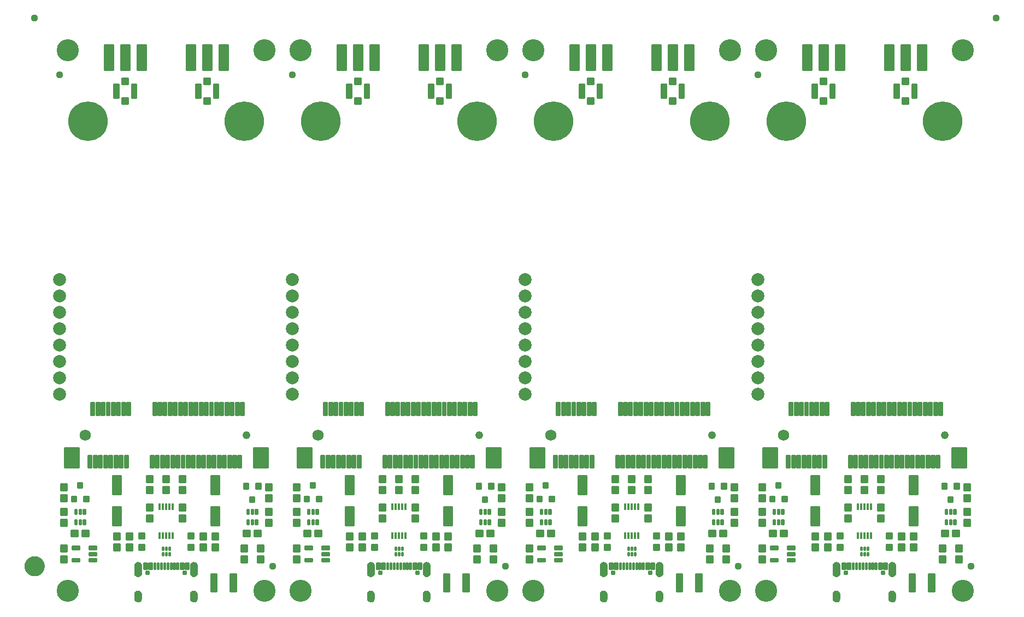
<source format=gts>
G04 EAGLE Gerber RS-274X export*
G75*
%MOMM*%
%FSLAX34Y34*%
%LPD*%
%INSoldermask Top*%
%IPPOS*%
%AMOC8*
5,1,8,0,0,1.08239X$1,22.5*%
G01*
%ADD10C,1.127000*%
%ADD11C,3.429000*%
%ADD12C,0.230578*%
%ADD13C,0.225369*%
%ADD14C,0.777000*%
%ADD15C,0.225400*%
%ADD16C,0.229969*%
%ADD17C,0.231750*%
%ADD18C,0.226609*%
%ADD19R,0.400000X1.100000*%
%ADD20C,0.428259*%
%ADD21C,2.006600*%
%ADD22C,0.224709*%
%ADD23C,0.227778*%
%ADD24C,6.127000*%
%ADD25C,0.229050*%
%ADD26C,1.227000*%
%ADD27C,1.727000*%
%ADD28C,0.218428*%
%ADD29C,0.223409*%
%ADD30C,1.270000*%
%ADD31C,1.627000*%

G36*
X857244Y46693D02*
X857244Y46693D01*
X857250Y46699D01*
X857255Y46695D01*
X858485Y47060D01*
X858490Y47067D01*
X858495Y47065D01*
X859614Y47695D01*
X859617Y47702D01*
X859623Y47701D01*
X860573Y48564D01*
X860574Y48572D01*
X860580Y48572D01*
X861314Y49625D01*
X861314Y49633D01*
X861319Y49635D01*
X861801Y50825D01*
X861799Y50830D01*
X861803Y50833D01*
X861802Y50834D01*
X861804Y50835D01*
X862009Y52102D01*
X862006Y52107D01*
X862009Y52110D01*
X862009Y64110D01*
X862006Y64114D01*
X862009Y64117D01*
X861854Y65239D01*
X861849Y65244D01*
X861852Y65248D01*
X861481Y66319D01*
X861475Y66323D01*
X861477Y66328D01*
X860904Y67305D01*
X860898Y67308D01*
X860899Y67313D01*
X860146Y68160D01*
X860139Y68162D01*
X860139Y68167D01*
X859236Y68851D01*
X859229Y68851D01*
X859228Y68856D01*
X858209Y69351D01*
X858202Y69349D01*
X858200Y69354D01*
X857103Y69641D01*
X857097Y69638D01*
X857094Y69642D01*
X855963Y69709D01*
X855957Y69709D01*
X854826Y69642D01*
X854821Y69637D01*
X854817Y69641D01*
X853720Y69354D01*
X853716Y69348D01*
X853711Y69351D01*
X852692Y68856D01*
X852689Y68850D01*
X852684Y68851D01*
X851781Y68167D01*
X851779Y68160D01*
X851774Y68160D01*
X851021Y67313D01*
X851021Y67306D01*
X851016Y67305D01*
X850443Y66328D01*
X850444Y66325D01*
X850443Y66324D01*
X850444Y66323D01*
X850444Y66321D01*
X850439Y66319D01*
X850068Y65248D01*
X850070Y65243D01*
X850067Y65241D01*
X850067Y65240D01*
X850066Y65239D01*
X849911Y64117D01*
X849914Y64112D01*
X849911Y64110D01*
X849911Y52110D01*
X849914Y52105D01*
X849911Y52102D01*
X850116Y50835D01*
X850122Y50829D01*
X850119Y50825D01*
X850601Y49635D01*
X850608Y49631D01*
X850606Y49625D01*
X851340Y48572D01*
X851348Y48570D01*
X851347Y48564D01*
X852297Y47701D01*
X852306Y47700D01*
X852306Y47695D01*
X853425Y47065D01*
X853433Y47066D01*
X853435Y47060D01*
X854665Y46695D01*
X854673Y46698D01*
X854676Y46693D01*
X855957Y46611D01*
X855961Y46614D01*
X855963Y46611D01*
X857244Y46693D01*
G37*
G36*
X582964Y46693D02*
X582964Y46693D01*
X582970Y46699D01*
X582975Y46695D01*
X584205Y47060D01*
X584210Y47067D01*
X584215Y47065D01*
X585334Y47695D01*
X585337Y47702D01*
X585343Y47701D01*
X586293Y48564D01*
X586294Y48572D01*
X586300Y48572D01*
X587034Y49625D01*
X587034Y49633D01*
X587039Y49635D01*
X587521Y50825D01*
X587519Y50830D01*
X587523Y50833D01*
X587522Y50834D01*
X587524Y50835D01*
X587729Y52102D01*
X587726Y52107D01*
X587729Y52110D01*
X587729Y64110D01*
X587726Y64114D01*
X587729Y64117D01*
X587574Y65239D01*
X587569Y65244D01*
X587572Y65248D01*
X587201Y66319D01*
X587195Y66323D01*
X587197Y66328D01*
X586624Y67305D01*
X586618Y67308D01*
X586619Y67313D01*
X585866Y68160D01*
X585859Y68162D01*
X585859Y68167D01*
X584956Y68851D01*
X584949Y68851D01*
X584948Y68856D01*
X583929Y69351D01*
X583922Y69349D01*
X583920Y69354D01*
X582823Y69641D01*
X582817Y69638D01*
X582814Y69642D01*
X581683Y69709D01*
X581677Y69709D01*
X580546Y69642D01*
X580541Y69637D01*
X580537Y69641D01*
X579440Y69354D01*
X579436Y69348D01*
X579431Y69351D01*
X578412Y68856D01*
X578409Y68850D01*
X578404Y68851D01*
X577501Y68167D01*
X577499Y68160D01*
X577494Y68160D01*
X576741Y67313D01*
X576741Y67306D01*
X576736Y67305D01*
X576163Y66328D01*
X576164Y66325D01*
X576163Y66324D01*
X576164Y66323D01*
X576164Y66321D01*
X576159Y66319D01*
X575788Y65248D01*
X575790Y65243D01*
X575787Y65241D01*
X575787Y65240D01*
X575786Y65239D01*
X575631Y64117D01*
X575634Y64112D01*
X575631Y64110D01*
X575631Y52110D01*
X575634Y52105D01*
X575631Y52102D01*
X575836Y50835D01*
X575842Y50829D01*
X575839Y50825D01*
X576321Y49635D01*
X576328Y49631D01*
X576326Y49625D01*
X577060Y48572D01*
X577068Y48570D01*
X577067Y48564D01*
X578017Y47701D01*
X578026Y47700D01*
X578026Y47695D01*
X579145Y47065D01*
X579153Y47066D01*
X579155Y47060D01*
X580385Y46695D01*
X580393Y46698D01*
X580396Y46693D01*
X581677Y46611D01*
X581681Y46614D01*
X581683Y46611D01*
X582964Y46693D01*
G37*
G36*
X1304324Y46693D02*
X1304324Y46693D01*
X1304330Y46699D01*
X1304335Y46695D01*
X1305565Y47060D01*
X1305570Y47067D01*
X1305575Y47065D01*
X1306694Y47695D01*
X1306697Y47702D01*
X1306703Y47701D01*
X1307653Y48564D01*
X1307654Y48572D01*
X1307660Y48572D01*
X1308394Y49625D01*
X1308394Y49633D01*
X1308399Y49635D01*
X1308881Y50825D01*
X1308879Y50830D01*
X1308883Y50833D01*
X1308882Y50834D01*
X1308884Y50835D01*
X1309089Y52102D01*
X1309086Y52107D01*
X1309089Y52110D01*
X1309089Y64110D01*
X1309086Y64114D01*
X1309089Y64117D01*
X1308934Y65239D01*
X1308929Y65244D01*
X1308932Y65248D01*
X1308561Y66319D01*
X1308555Y66323D01*
X1308557Y66328D01*
X1307984Y67305D01*
X1307978Y67308D01*
X1307979Y67313D01*
X1307226Y68160D01*
X1307219Y68162D01*
X1307219Y68167D01*
X1306316Y68851D01*
X1306309Y68851D01*
X1306308Y68856D01*
X1305289Y69351D01*
X1305282Y69349D01*
X1305280Y69354D01*
X1304183Y69641D01*
X1304177Y69638D01*
X1304174Y69642D01*
X1303043Y69709D01*
X1303037Y69709D01*
X1301906Y69642D01*
X1301901Y69637D01*
X1301897Y69641D01*
X1300800Y69354D01*
X1300796Y69348D01*
X1300791Y69351D01*
X1299772Y68856D01*
X1299769Y68850D01*
X1299764Y68851D01*
X1298861Y68167D01*
X1298859Y68160D01*
X1298854Y68160D01*
X1298101Y67313D01*
X1298101Y67306D01*
X1298096Y67305D01*
X1297523Y66328D01*
X1297524Y66325D01*
X1297523Y66324D01*
X1297524Y66323D01*
X1297524Y66321D01*
X1297519Y66319D01*
X1297148Y65248D01*
X1297150Y65243D01*
X1297147Y65241D01*
X1297147Y65240D01*
X1297146Y65239D01*
X1296991Y64117D01*
X1296994Y64112D01*
X1296991Y64110D01*
X1296991Y52110D01*
X1296994Y52105D01*
X1296991Y52102D01*
X1297196Y50835D01*
X1297202Y50829D01*
X1297199Y50825D01*
X1297681Y49635D01*
X1297688Y49631D01*
X1297686Y49625D01*
X1298420Y48572D01*
X1298428Y48570D01*
X1298427Y48564D01*
X1299377Y47701D01*
X1299386Y47700D01*
X1299386Y47695D01*
X1300505Y47065D01*
X1300513Y47066D01*
X1300515Y47060D01*
X1301745Y46695D01*
X1301753Y46698D01*
X1301756Y46693D01*
X1303037Y46611D01*
X1303041Y46614D01*
X1303043Y46611D01*
X1304324Y46693D01*
G37*
G36*
X1217924Y46693D02*
X1217924Y46693D01*
X1217930Y46699D01*
X1217935Y46695D01*
X1219165Y47060D01*
X1219170Y47067D01*
X1219175Y47065D01*
X1220294Y47695D01*
X1220297Y47702D01*
X1220303Y47701D01*
X1221253Y48564D01*
X1221254Y48572D01*
X1221260Y48572D01*
X1221994Y49625D01*
X1221994Y49633D01*
X1221999Y49635D01*
X1222481Y50825D01*
X1222479Y50830D01*
X1222483Y50833D01*
X1222482Y50834D01*
X1222484Y50835D01*
X1222689Y52102D01*
X1222686Y52107D01*
X1222689Y52110D01*
X1222689Y64110D01*
X1222686Y64114D01*
X1222689Y64117D01*
X1222534Y65239D01*
X1222529Y65244D01*
X1222532Y65248D01*
X1222161Y66319D01*
X1222155Y66323D01*
X1222157Y66328D01*
X1221584Y67305D01*
X1221578Y67308D01*
X1221579Y67313D01*
X1220826Y68160D01*
X1220819Y68162D01*
X1220819Y68167D01*
X1219916Y68851D01*
X1219909Y68851D01*
X1219908Y68856D01*
X1218889Y69351D01*
X1218882Y69349D01*
X1218880Y69354D01*
X1217783Y69641D01*
X1217777Y69638D01*
X1217774Y69642D01*
X1216643Y69709D01*
X1216637Y69709D01*
X1215506Y69642D01*
X1215501Y69637D01*
X1215497Y69641D01*
X1214400Y69354D01*
X1214396Y69348D01*
X1214391Y69351D01*
X1213372Y68856D01*
X1213369Y68850D01*
X1213364Y68851D01*
X1212461Y68167D01*
X1212459Y68160D01*
X1212454Y68160D01*
X1211701Y67313D01*
X1211701Y67306D01*
X1211696Y67305D01*
X1211123Y66328D01*
X1211124Y66325D01*
X1211123Y66324D01*
X1211124Y66323D01*
X1211124Y66321D01*
X1211119Y66319D01*
X1210748Y65248D01*
X1210750Y65243D01*
X1210747Y65241D01*
X1210747Y65240D01*
X1210746Y65239D01*
X1210591Y64117D01*
X1210594Y64112D01*
X1210591Y64110D01*
X1210591Y52110D01*
X1210594Y52105D01*
X1210591Y52102D01*
X1210796Y50835D01*
X1210802Y50829D01*
X1210799Y50825D01*
X1211281Y49635D01*
X1211288Y49631D01*
X1211286Y49625D01*
X1212020Y48572D01*
X1212028Y48570D01*
X1212027Y48564D01*
X1212977Y47701D01*
X1212986Y47700D01*
X1212986Y47695D01*
X1214105Y47065D01*
X1214113Y47066D01*
X1214115Y47060D01*
X1215345Y46695D01*
X1215353Y46698D01*
X1215356Y46693D01*
X1216637Y46611D01*
X1216641Y46614D01*
X1216643Y46611D01*
X1217924Y46693D01*
G37*
G36*
X943644Y46693D02*
X943644Y46693D01*
X943650Y46699D01*
X943655Y46695D01*
X944885Y47060D01*
X944890Y47067D01*
X944895Y47065D01*
X946014Y47695D01*
X946017Y47702D01*
X946023Y47701D01*
X946973Y48564D01*
X946974Y48572D01*
X946980Y48572D01*
X947714Y49625D01*
X947714Y49633D01*
X947719Y49635D01*
X948201Y50825D01*
X948199Y50830D01*
X948203Y50833D01*
X948202Y50834D01*
X948204Y50835D01*
X948409Y52102D01*
X948406Y52107D01*
X948409Y52110D01*
X948409Y64110D01*
X948406Y64114D01*
X948409Y64117D01*
X948254Y65239D01*
X948249Y65244D01*
X948252Y65248D01*
X947881Y66319D01*
X947875Y66323D01*
X947877Y66328D01*
X947304Y67305D01*
X947298Y67308D01*
X947299Y67313D01*
X946546Y68160D01*
X946539Y68162D01*
X946539Y68167D01*
X945636Y68851D01*
X945629Y68851D01*
X945628Y68856D01*
X944609Y69351D01*
X944602Y69349D01*
X944600Y69354D01*
X943503Y69641D01*
X943497Y69638D01*
X943494Y69642D01*
X942363Y69709D01*
X942357Y69709D01*
X941226Y69642D01*
X941221Y69637D01*
X941217Y69641D01*
X940120Y69354D01*
X940116Y69348D01*
X940111Y69351D01*
X939092Y68856D01*
X939089Y68850D01*
X939084Y68851D01*
X938181Y68167D01*
X938179Y68160D01*
X938174Y68160D01*
X937421Y67313D01*
X937421Y67306D01*
X937416Y67305D01*
X936843Y66328D01*
X936844Y66325D01*
X936843Y66324D01*
X936844Y66323D01*
X936844Y66321D01*
X936839Y66319D01*
X936468Y65248D01*
X936470Y65243D01*
X936467Y65241D01*
X936467Y65240D01*
X936466Y65239D01*
X936311Y64117D01*
X936314Y64112D01*
X936311Y64110D01*
X936311Y52110D01*
X936314Y52105D01*
X936311Y52102D01*
X936516Y50835D01*
X936522Y50829D01*
X936519Y50825D01*
X937001Y49635D01*
X937008Y49631D01*
X937006Y49625D01*
X937740Y48572D01*
X937748Y48570D01*
X937747Y48564D01*
X938697Y47701D01*
X938706Y47700D01*
X938706Y47695D01*
X939825Y47065D01*
X939833Y47066D01*
X939835Y47060D01*
X941065Y46695D01*
X941073Y46698D01*
X941076Y46693D01*
X942357Y46611D01*
X942361Y46614D01*
X942363Y46611D01*
X943644Y46693D01*
G37*
G36*
X496564Y46693D02*
X496564Y46693D01*
X496570Y46699D01*
X496575Y46695D01*
X497805Y47060D01*
X497810Y47067D01*
X497815Y47065D01*
X498934Y47695D01*
X498937Y47702D01*
X498943Y47701D01*
X499893Y48564D01*
X499894Y48572D01*
X499900Y48572D01*
X500634Y49625D01*
X500634Y49633D01*
X500639Y49635D01*
X501121Y50825D01*
X501119Y50830D01*
X501123Y50833D01*
X501122Y50834D01*
X501124Y50835D01*
X501329Y52102D01*
X501326Y52107D01*
X501329Y52110D01*
X501329Y64110D01*
X501326Y64114D01*
X501329Y64117D01*
X501174Y65239D01*
X501169Y65244D01*
X501172Y65248D01*
X500801Y66319D01*
X500795Y66323D01*
X500797Y66328D01*
X500224Y67305D01*
X500218Y67308D01*
X500219Y67313D01*
X499466Y68160D01*
X499459Y68162D01*
X499459Y68167D01*
X498556Y68851D01*
X498549Y68851D01*
X498548Y68856D01*
X497529Y69351D01*
X497522Y69349D01*
X497520Y69354D01*
X496423Y69641D01*
X496417Y69638D01*
X496414Y69642D01*
X495283Y69709D01*
X495277Y69709D01*
X494146Y69642D01*
X494141Y69637D01*
X494137Y69641D01*
X493040Y69354D01*
X493036Y69348D01*
X493031Y69351D01*
X492012Y68856D01*
X492009Y68850D01*
X492004Y68851D01*
X491101Y68167D01*
X491099Y68160D01*
X491094Y68160D01*
X490341Y67313D01*
X490341Y67306D01*
X490336Y67305D01*
X489763Y66328D01*
X489764Y66325D01*
X489763Y66324D01*
X489764Y66323D01*
X489764Y66321D01*
X489759Y66319D01*
X489388Y65248D01*
X489390Y65243D01*
X489387Y65241D01*
X489387Y65240D01*
X489386Y65239D01*
X489231Y64117D01*
X489234Y64112D01*
X489231Y64110D01*
X489231Y52110D01*
X489234Y52105D01*
X489231Y52102D01*
X489436Y50835D01*
X489442Y50829D01*
X489439Y50825D01*
X489921Y49635D01*
X489928Y49631D01*
X489926Y49625D01*
X490660Y48572D01*
X490668Y48570D01*
X490667Y48564D01*
X491617Y47701D01*
X491626Y47700D01*
X491626Y47695D01*
X492745Y47065D01*
X492753Y47066D01*
X492755Y47060D01*
X493985Y46695D01*
X493993Y46698D01*
X493996Y46693D01*
X495277Y46611D01*
X495281Y46614D01*
X495283Y46611D01*
X496564Y46693D01*
G37*
G36*
X222284Y46693D02*
X222284Y46693D01*
X222290Y46699D01*
X222295Y46695D01*
X223525Y47060D01*
X223530Y47067D01*
X223535Y47065D01*
X224654Y47695D01*
X224657Y47702D01*
X224663Y47701D01*
X225613Y48564D01*
X225614Y48572D01*
X225620Y48572D01*
X226354Y49625D01*
X226354Y49633D01*
X226359Y49635D01*
X226841Y50825D01*
X226839Y50830D01*
X226843Y50833D01*
X226842Y50834D01*
X226844Y50835D01*
X227049Y52102D01*
X227046Y52107D01*
X227049Y52110D01*
X227049Y64110D01*
X227046Y64114D01*
X227049Y64117D01*
X226894Y65239D01*
X226889Y65244D01*
X226892Y65248D01*
X226521Y66319D01*
X226515Y66323D01*
X226517Y66328D01*
X225944Y67305D01*
X225938Y67308D01*
X225939Y67313D01*
X225186Y68160D01*
X225179Y68162D01*
X225179Y68167D01*
X224276Y68851D01*
X224269Y68851D01*
X224268Y68856D01*
X223249Y69351D01*
X223242Y69349D01*
X223240Y69354D01*
X222143Y69641D01*
X222137Y69638D01*
X222134Y69642D01*
X221003Y69709D01*
X220997Y69709D01*
X219866Y69642D01*
X219861Y69637D01*
X219857Y69641D01*
X218760Y69354D01*
X218756Y69348D01*
X218751Y69351D01*
X217732Y68856D01*
X217729Y68850D01*
X217724Y68851D01*
X216821Y68167D01*
X216819Y68160D01*
X216814Y68160D01*
X216061Y67313D01*
X216061Y67306D01*
X216056Y67305D01*
X215483Y66328D01*
X215484Y66325D01*
X215483Y66324D01*
X215484Y66323D01*
X215484Y66321D01*
X215479Y66319D01*
X215108Y65248D01*
X215110Y65243D01*
X215107Y65241D01*
X215107Y65240D01*
X215106Y65239D01*
X214951Y64117D01*
X214954Y64112D01*
X214951Y64110D01*
X214951Y52110D01*
X214954Y52105D01*
X214951Y52102D01*
X215156Y50835D01*
X215162Y50829D01*
X215159Y50825D01*
X215641Y49635D01*
X215648Y49631D01*
X215646Y49625D01*
X216380Y48572D01*
X216388Y48570D01*
X216387Y48564D01*
X217337Y47701D01*
X217346Y47700D01*
X217346Y47695D01*
X218465Y47065D01*
X218473Y47066D01*
X218475Y47060D01*
X219705Y46695D01*
X219713Y46698D01*
X219716Y46693D01*
X220997Y46611D01*
X221001Y46614D01*
X221003Y46611D01*
X222284Y46693D01*
G37*
G36*
X135884Y46693D02*
X135884Y46693D01*
X135890Y46699D01*
X135895Y46695D01*
X137125Y47060D01*
X137130Y47067D01*
X137135Y47065D01*
X138254Y47695D01*
X138257Y47702D01*
X138263Y47701D01*
X139213Y48564D01*
X139214Y48572D01*
X139220Y48572D01*
X139954Y49625D01*
X139954Y49633D01*
X139959Y49635D01*
X140441Y50825D01*
X140439Y50830D01*
X140443Y50833D01*
X140442Y50834D01*
X140444Y50835D01*
X140649Y52102D01*
X140646Y52107D01*
X140649Y52110D01*
X140649Y64110D01*
X140646Y64114D01*
X140649Y64117D01*
X140494Y65239D01*
X140489Y65244D01*
X140492Y65248D01*
X140121Y66319D01*
X140115Y66323D01*
X140117Y66328D01*
X139544Y67305D01*
X139538Y67308D01*
X139539Y67313D01*
X138786Y68160D01*
X138779Y68162D01*
X138779Y68167D01*
X137876Y68851D01*
X137869Y68851D01*
X137868Y68856D01*
X136849Y69351D01*
X136842Y69349D01*
X136840Y69354D01*
X135743Y69641D01*
X135737Y69638D01*
X135734Y69642D01*
X134603Y69709D01*
X134597Y69709D01*
X133466Y69642D01*
X133461Y69637D01*
X133457Y69641D01*
X132360Y69354D01*
X132356Y69348D01*
X132351Y69351D01*
X131332Y68856D01*
X131329Y68850D01*
X131324Y68851D01*
X130421Y68167D01*
X130419Y68160D01*
X130414Y68160D01*
X129661Y67313D01*
X129661Y67306D01*
X129656Y67305D01*
X129083Y66328D01*
X129084Y66325D01*
X129083Y66324D01*
X129084Y66323D01*
X129084Y66321D01*
X129079Y66319D01*
X128708Y65248D01*
X128710Y65243D01*
X128707Y65241D01*
X128707Y65240D01*
X128706Y65239D01*
X128551Y64117D01*
X128554Y64112D01*
X128551Y64110D01*
X128551Y52110D01*
X128554Y52105D01*
X128551Y52102D01*
X128756Y50835D01*
X128762Y50829D01*
X128759Y50825D01*
X129241Y49635D01*
X129248Y49631D01*
X129246Y49625D01*
X129980Y48572D01*
X129988Y48570D01*
X129987Y48564D01*
X130937Y47701D01*
X130946Y47700D01*
X130946Y47695D01*
X132065Y47065D01*
X132073Y47066D01*
X132075Y47060D01*
X133305Y46695D01*
X133313Y46698D01*
X133316Y46693D01*
X134597Y46611D01*
X134601Y46614D01*
X134603Y46611D01*
X135884Y46693D01*
G37*
G36*
X857131Y7421D02*
X857131Y7421D01*
X857136Y7426D01*
X857140Y7423D01*
X858263Y7758D01*
X858267Y7764D01*
X858271Y7762D01*
X859307Y8310D01*
X859310Y8316D01*
X859315Y8315D01*
X860223Y9054D01*
X860225Y9061D01*
X860230Y9061D01*
X860977Y9963D01*
X860977Y9971D01*
X860983Y9971D01*
X861539Y11002D01*
X861538Y11009D01*
X861543Y11011D01*
X861887Y12130D01*
X861885Y12137D01*
X861889Y12140D01*
X862009Y13305D01*
X862007Y13308D01*
X862009Y13310D01*
X862009Y19310D01*
X862007Y19313D01*
X862009Y19315D01*
X861898Y20491D01*
X861893Y20496D01*
X861896Y20500D01*
X861558Y21632D01*
X861552Y21636D01*
X861554Y21641D01*
X861002Y22685D01*
X860995Y22688D01*
X860997Y22693D01*
X860251Y23609D01*
X860244Y23610D01*
X860244Y23616D01*
X859335Y24369D01*
X859327Y24369D01*
X859327Y24374D01*
X858287Y24935D01*
X858280Y24934D01*
X858278Y24939D01*
X857149Y25286D01*
X857143Y25284D01*
X857140Y25288D01*
X855965Y25409D01*
X855958Y25405D01*
X855954Y25409D01*
X854614Y25252D01*
X854608Y25247D01*
X854603Y25250D01*
X853332Y24799D01*
X853327Y24792D01*
X853322Y24794D01*
X852183Y24072D01*
X852180Y24064D01*
X852174Y24065D01*
X851224Y23107D01*
X851223Y23099D01*
X851217Y23098D01*
X850504Y21953D01*
X850505Y21945D01*
X850499Y21943D01*
X850059Y20667D01*
X850061Y20660D01*
X850057Y20657D01*
X849911Y19315D01*
X849913Y19312D01*
X849911Y19310D01*
X849911Y13310D01*
X849913Y13307D01*
X849911Y13304D01*
X850066Y11975D01*
X850072Y11969D01*
X850069Y11965D01*
X850516Y10704D01*
X850523Y10699D01*
X850521Y10694D01*
X851238Y9564D01*
X851245Y9561D01*
X851244Y9555D01*
X852195Y8613D01*
X852203Y8612D01*
X852203Y8606D01*
X853339Y7899D01*
X853347Y7900D01*
X853349Y7894D01*
X854614Y7458D01*
X854619Y7459D01*
X854620Y7459D01*
X854623Y7459D01*
X854625Y7455D01*
X855955Y7311D01*
X855961Y7315D01*
X855965Y7311D01*
X857131Y7421D01*
G37*
G36*
X1217811Y7421D02*
X1217811Y7421D01*
X1217816Y7426D01*
X1217820Y7423D01*
X1218943Y7758D01*
X1218947Y7764D01*
X1218951Y7762D01*
X1219987Y8310D01*
X1219990Y8316D01*
X1219995Y8315D01*
X1220903Y9054D01*
X1220905Y9061D01*
X1220910Y9061D01*
X1221657Y9963D01*
X1221657Y9971D01*
X1221663Y9971D01*
X1222219Y11002D01*
X1222218Y11009D01*
X1222223Y11011D01*
X1222567Y12130D01*
X1222565Y12137D01*
X1222569Y12140D01*
X1222689Y13305D01*
X1222687Y13308D01*
X1222689Y13310D01*
X1222689Y19310D01*
X1222687Y19313D01*
X1222689Y19315D01*
X1222578Y20491D01*
X1222573Y20496D01*
X1222576Y20500D01*
X1222238Y21632D01*
X1222232Y21636D01*
X1222234Y21641D01*
X1221682Y22685D01*
X1221675Y22688D01*
X1221677Y22693D01*
X1220931Y23609D01*
X1220924Y23610D01*
X1220924Y23616D01*
X1220015Y24369D01*
X1220007Y24369D01*
X1220007Y24374D01*
X1218967Y24935D01*
X1218960Y24934D01*
X1218958Y24939D01*
X1217829Y25286D01*
X1217823Y25284D01*
X1217820Y25288D01*
X1216645Y25409D01*
X1216638Y25405D01*
X1216634Y25409D01*
X1215294Y25252D01*
X1215288Y25247D01*
X1215283Y25250D01*
X1214012Y24799D01*
X1214007Y24792D01*
X1214002Y24794D01*
X1212863Y24072D01*
X1212860Y24064D01*
X1212854Y24065D01*
X1211904Y23107D01*
X1211903Y23099D01*
X1211897Y23098D01*
X1211184Y21953D01*
X1211185Y21945D01*
X1211179Y21943D01*
X1210739Y20667D01*
X1210741Y20660D01*
X1210737Y20657D01*
X1210591Y19315D01*
X1210593Y19312D01*
X1210591Y19310D01*
X1210591Y13310D01*
X1210593Y13307D01*
X1210591Y13304D01*
X1210746Y11975D01*
X1210752Y11969D01*
X1210749Y11965D01*
X1211196Y10704D01*
X1211203Y10699D01*
X1211201Y10694D01*
X1211918Y9564D01*
X1211925Y9561D01*
X1211924Y9555D01*
X1212875Y8613D01*
X1212883Y8612D01*
X1212883Y8606D01*
X1214019Y7899D01*
X1214027Y7900D01*
X1214029Y7894D01*
X1215294Y7458D01*
X1215299Y7459D01*
X1215300Y7459D01*
X1215303Y7459D01*
X1215305Y7455D01*
X1216635Y7311D01*
X1216641Y7315D01*
X1216645Y7311D01*
X1217811Y7421D01*
G37*
G36*
X1304211Y7421D02*
X1304211Y7421D01*
X1304216Y7426D01*
X1304220Y7423D01*
X1305343Y7758D01*
X1305347Y7764D01*
X1305351Y7762D01*
X1306387Y8310D01*
X1306390Y8316D01*
X1306395Y8315D01*
X1307303Y9054D01*
X1307305Y9061D01*
X1307310Y9061D01*
X1308057Y9963D01*
X1308057Y9971D01*
X1308063Y9971D01*
X1308619Y11002D01*
X1308618Y11009D01*
X1308623Y11011D01*
X1308967Y12130D01*
X1308965Y12137D01*
X1308969Y12140D01*
X1309089Y13305D01*
X1309087Y13308D01*
X1309089Y13310D01*
X1309089Y19310D01*
X1309087Y19313D01*
X1309089Y19315D01*
X1308978Y20491D01*
X1308973Y20496D01*
X1308976Y20500D01*
X1308638Y21632D01*
X1308632Y21636D01*
X1308634Y21641D01*
X1308082Y22685D01*
X1308075Y22688D01*
X1308077Y22693D01*
X1307331Y23609D01*
X1307324Y23610D01*
X1307324Y23616D01*
X1306415Y24369D01*
X1306407Y24369D01*
X1306407Y24374D01*
X1305367Y24935D01*
X1305360Y24934D01*
X1305358Y24939D01*
X1304229Y25286D01*
X1304223Y25284D01*
X1304220Y25288D01*
X1303045Y25409D01*
X1303038Y25405D01*
X1303034Y25409D01*
X1301694Y25252D01*
X1301688Y25247D01*
X1301683Y25250D01*
X1300412Y24799D01*
X1300407Y24792D01*
X1300402Y24794D01*
X1299263Y24072D01*
X1299260Y24064D01*
X1299254Y24065D01*
X1298304Y23107D01*
X1298303Y23099D01*
X1298297Y23098D01*
X1297584Y21953D01*
X1297585Y21945D01*
X1297579Y21943D01*
X1297139Y20667D01*
X1297141Y20660D01*
X1297137Y20657D01*
X1296991Y19315D01*
X1296993Y19312D01*
X1296991Y19310D01*
X1296991Y13310D01*
X1296993Y13307D01*
X1296991Y13304D01*
X1297146Y11975D01*
X1297152Y11969D01*
X1297149Y11965D01*
X1297596Y10704D01*
X1297603Y10699D01*
X1297601Y10694D01*
X1298318Y9564D01*
X1298325Y9561D01*
X1298324Y9555D01*
X1299275Y8613D01*
X1299283Y8612D01*
X1299283Y8606D01*
X1300419Y7899D01*
X1300427Y7900D01*
X1300429Y7894D01*
X1301694Y7458D01*
X1301699Y7459D01*
X1301700Y7459D01*
X1301703Y7459D01*
X1301705Y7455D01*
X1303035Y7311D01*
X1303041Y7315D01*
X1303045Y7311D01*
X1304211Y7421D01*
G37*
G36*
X582851Y7421D02*
X582851Y7421D01*
X582856Y7426D01*
X582860Y7423D01*
X583983Y7758D01*
X583987Y7764D01*
X583991Y7762D01*
X585027Y8310D01*
X585030Y8316D01*
X585035Y8315D01*
X585943Y9054D01*
X585945Y9061D01*
X585950Y9061D01*
X586697Y9963D01*
X586697Y9971D01*
X586703Y9971D01*
X587259Y11002D01*
X587258Y11009D01*
X587263Y11011D01*
X587607Y12130D01*
X587605Y12137D01*
X587609Y12140D01*
X587729Y13305D01*
X587727Y13308D01*
X587729Y13310D01*
X587729Y19310D01*
X587727Y19313D01*
X587729Y19315D01*
X587618Y20491D01*
X587613Y20496D01*
X587616Y20500D01*
X587278Y21632D01*
X587272Y21636D01*
X587274Y21641D01*
X586722Y22685D01*
X586715Y22688D01*
X586717Y22693D01*
X585971Y23609D01*
X585964Y23610D01*
X585964Y23616D01*
X585055Y24369D01*
X585047Y24369D01*
X585047Y24374D01*
X584007Y24935D01*
X584000Y24934D01*
X583998Y24939D01*
X582869Y25286D01*
X582863Y25284D01*
X582860Y25288D01*
X581685Y25409D01*
X581678Y25405D01*
X581674Y25409D01*
X580334Y25252D01*
X580328Y25247D01*
X580323Y25250D01*
X579052Y24799D01*
X579047Y24792D01*
X579042Y24794D01*
X577903Y24072D01*
X577900Y24064D01*
X577894Y24065D01*
X576944Y23107D01*
X576943Y23099D01*
X576937Y23098D01*
X576224Y21953D01*
X576225Y21945D01*
X576219Y21943D01*
X575779Y20667D01*
X575781Y20660D01*
X575777Y20657D01*
X575631Y19315D01*
X575633Y19312D01*
X575631Y19310D01*
X575631Y13310D01*
X575633Y13307D01*
X575631Y13304D01*
X575786Y11975D01*
X575792Y11969D01*
X575789Y11965D01*
X576236Y10704D01*
X576243Y10699D01*
X576241Y10694D01*
X576958Y9564D01*
X576965Y9561D01*
X576964Y9555D01*
X577915Y8613D01*
X577923Y8612D01*
X577923Y8606D01*
X579059Y7899D01*
X579067Y7900D01*
X579069Y7894D01*
X580334Y7458D01*
X580339Y7459D01*
X580340Y7459D01*
X580343Y7459D01*
X580345Y7455D01*
X581675Y7311D01*
X581681Y7315D01*
X581685Y7311D01*
X582851Y7421D01*
G37*
G36*
X943531Y7421D02*
X943531Y7421D01*
X943536Y7426D01*
X943540Y7423D01*
X944663Y7758D01*
X944667Y7764D01*
X944671Y7762D01*
X945707Y8310D01*
X945710Y8316D01*
X945715Y8315D01*
X946623Y9054D01*
X946625Y9061D01*
X946630Y9061D01*
X947377Y9963D01*
X947377Y9971D01*
X947383Y9971D01*
X947939Y11002D01*
X947938Y11009D01*
X947943Y11011D01*
X948287Y12130D01*
X948285Y12137D01*
X948289Y12140D01*
X948409Y13305D01*
X948407Y13308D01*
X948409Y13310D01*
X948409Y19310D01*
X948407Y19313D01*
X948409Y19315D01*
X948298Y20491D01*
X948293Y20496D01*
X948296Y20500D01*
X947958Y21632D01*
X947952Y21636D01*
X947954Y21641D01*
X947402Y22685D01*
X947395Y22688D01*
X947397Y22693D01*
X946651Y23609D01*
X946644Y23610D01*
X946644Y23616D01*
X945735Y24369D01*
X945727Y24369D01*
X945727Y24374D01*
X944687Y24935D01*
X944680Y24934D01*
X944678Y24939D01*
X943549Y25286D01*
X943543Y25284D01*
X943540Y25288D01*
X942365Y25409D01*
X942358Y25405D01*
X942354Y25409D01*
X941014Y25252D01*
X941008Y25247D01*
X941003Y25250D01*
X939732Y24799D01*
X939727Y24792D01*
X939722Y24794D01*
X938583Y24072D01*
X938580Y24064D01*
X938574Y24065D01*
X937624Y23107D01*
X937623Y23099D01*
X937617Y23098D01*
X936904Y21953D01*
X936905Y21945D01*
X936899Y21943D01*
X936459Y20667D01*
X936461Y20660D01*
X936457Y20657D01*
X936311Y19315D01*
X936313Y19312D01*
X936311Y19310D01*
X936311Y13310D01*
X936313Y13307D01*
X936311Y13304D01*
X936466Y11975D01*
X936472Y11969D01*
X936469Y11965D01*
X936916Y10704D01*
X936923Y10699D01*
X936921Y10694D01*
X937638Y9564D01*
X937645Y9561D01*
X937644Y9555D01*
X938595Y8613D01*
X938603Y8612D01*
X938603Y8606D01*
X939739Y7899D01*
X939747Y7900D01*
X939749Y7894D01*
X941014Y7458D01*
X941019Y7459D01*
X941020Y7459D01*
X941023Y7459D01*
X941025Y7455D01*
X942355Y7311D01*
X942361Y7315D01*
X942365Y7311D01*
X943531Y7421D01*
G37*
G36*
X222171Y7421D02*
X222171Y7421D01*
X222176Y7426D01*
X222180Y7423D01*
X223303Y7758D01*
X223307Y7764D01*
X223311Y7762D01*
X224347Y8310D01*
X224350Y8316D01*
X224355Y8315D01*
X225263Y9054D01*
X225265Y9061D01*
X225270Y9061D01*
X226017Y9963D01*
X226017Y9971D01*
X226023Y9971D01*
X226579Y11002D01*
X226578Y11009D01*
X226583Y11011D01*
X226927Y12130D01*
X226925Y12137D01*
X226929Y12140D01*
X227049Y13305D01*
X227047Y13308D01*
X227049Y13310D01*
X227049Y19310D01*
X227047Y19313D01*
X227049Y19315D01*
X226938Y20491D01*
X226933Y20496D01*
X226936Y20500D01*
X226598Y21632D01*
X226592Y21636D01*
X226594Y21641D01*
X226042Y22685D01*
X226035Y22688D01*
X226037Y22693D01*
X225291Y23609D01*
X225284Y23610D01*
X225284Y23616D01*
X224375Y24369D01*
X224367Y24369D01*
X224367Y24374D01*
X223327Y24935D01*
X223320Y24934D01*
X223318Y24939D01*
X222189Y25286D01*
X222183Y25284D01*
X222180Y25288D01*
X221005Y25409D01*
X220998Y25405D01*
X220994Y25409D01*
X219654Y25252D01*
X219648Y25247D01*
X219643Y25250D01*
X218372Y24799D01*
X218367Y24792D01*
X218362Y24794D01*
X217223Y24072D01*
X217220Y24064D01*
X217214Y24065D01*
X216264Y23107D01*
X216263Y23099D01*
X216257Y23098D01*
X215544Y21953D01*
X215545Y21945D01*
X215539Y21943D01*
X215099Y20667D01*
X215101Y20660D01*
X215097Y20657D01*
X214951Y19315D01*
X214953Y19312D01*
X214951Y19310D01*
X214951Y13310D01*
X214953Y13307D01*
X214951Y13304D01*
X215106Y11975D01*
X215112Y11969D01*
X215109Y11965D01*
X215556Y10704D01*
X215563Y10699D01*
X215561Y10694D01*
X216278Y9564D01*
X216285Y9561D01*
X216284Y9555D01*
X217235Y8613D01*
X217243Y8612D01*
X217243Y8606D01*
X218379Y7899D01*
X218387Y7900D01*
X218389Y7894D01*
X219654Y7458D01*
X219659Y7459D01*
X219660Y7459D01*
X219663Y7459D01*
X219665Y7455D01*
X220995Y7311D01*
X221001Y7315D01*
X221005Y7311D01*
X222171Y7421D01*
G37*
G36*
X135771Y7421D02*
X135771Y7421D01*
X135776Y7426D01*
X135780Y7423D01*
X136903Y7758D01*
X136907Y7764D01*
X136911Y7762D01*
X137947Y8310D01*
X137950Y8316D01*
X137955Y8315D01*
X138863Y9054D01*
X138865Y9061D01*
X138870Y9061D01*
X139617Y9963D01*
X139617Y9971D01*
X139623Y9971D01*
X140179Y11002D01*
X140178Y11009D01*
X140183Y11011D01*
X140527Y12130D01*
X140525Y12137D01*
X140529Y12140D01*
X140649Y13305D01*
X140647Y13308D01*
X140649Y13310D01*
X140649Y19310D01*
X140647Y19313D01*
X140649Y19315D01*
X140538Y20491D01*
X140533Y20496D01*
X140536Y20500D01*
X140198Y21632D01*
X140192Y21636D01*
X140194Y21641D01*
X139642Y22685D01*
X139635Y22688D01*
X139637Y22693D01*
X138891Y23609D01*
X138884Y23610D01*
X138884Y23616D01*
X137975Y24369D01*
X137967Y24369D01*
X137967Y24374D01*
X136927Y24935D01*
X136920Y24934D01*
X136918Y24939D01*
X135789Y25286D01*
X135783Y25284D01*
X135780Y25288D01*
X134605Y25409D01*
X134598Y25405D01*
X134594Y25409D01*
X133254Y25252D01*
X133248Y25247D01*
X133243Y25250D01*
X131972Y24799D01*
X131967Y24792D01*
X131962Y24794D01*
X130823Y24072D01*
X130820Y24064D01*
X130814Y24065D01*
X129864Y23107D01*
X129863Y23099D01*
X129857Y23098D01*
X129144Y21953D01*
X129145Y21945D01*
X129139Y21943D01*
X128699Y20667D01*
X128701Y20660D01*
X128697Y20657D01*
X128551Y19315D01*
X128553Y19312D01*
X128551Y19310D01*
X128551Y13310D01*
X128553Y13307D01*
X128551Y13304D01*
X128706Y11975D01*
X128712Y11969D01*
X128709Y11965D01*
X129156Y10704D01*
X129163Y10699D01*
X129161Y10694D01*
X129878Y9564D01*
X129885Y9561D01*
X129884Y9555D01*
X130835Y8613D01*
X130843Y8612D01*
X130843Y8606D01*
X131979Y7899D01*
X131987Y7900D01*
X131989Y7894D01*
X133254Y7458D01*
X133259Y7459D01*
X133260Y7459D01*
X133263Y7459D01*
X133265Y7455D01*
X134595Y7311D01*
X134601Y7315D01*
X134605Y7311D01*
X135771Y7421D01*
G37*
G36*
X496451Y7421D02*
X496451Y7421D01*
X496456Y7426D01*
X496460Y7423D01*
X497583Y7758D01*
X497587Y7764D01*
X497591Y7762D01*
X498627Y8310D01*
X498630Y8316D01*
X498635Y8315D01*
X499543Y9054D01*
X499545Y9061D01*
X499550Y9061D01*
X500297Y9963D01*
X500297Y9971D01*
X500303Y9971D01*
X500859Y11002D01*
X500858Y11009D01*
X500863Y11011D01*
X501207Y12130D01*
X501205Y12137D01*
X501209Y12140D01*
X501329Y13305D01*
X501327Y13308D01*
X501329Y13310D01*
X501329Y19310D01*
X501327Y19313D01*
X501329Y19315D01*
X501218Y20491D01*
X501213Y20496D01*
X501216Y20500D01*
X500878Y21632D01*
X500872Y21636D01*
X500874Y21641D01*
X500322Y22685D01*
X500315Y22688D01*
X500317Y22693D01*
X499571Y23609D01*
X499564Y23610D01*
X499564Y23616D01*
X498655Y24369D01*
X498647Y24369D01*
X498647Y24374D01*
X497607Y24935D01*
X497600Y24934D01*
X497598Y24939D01*
X496469Y25286D01*
X496463Y25284D01*
X496460Y25288D01*
X495285Y25409D01*
X495278Y25405D01*
X495274Y25409D01*
X493934Y25252D01*
X493928Y25247D01*
X493923Y25250D01*
X492652Y24799D01*
X492647Y24792D01*
X492642Y24794D01*
X491503Y24072D01*
X491500Y24064D01*
X491494Y24065D01*
X490544Y23107D01*
X490543Y23099D01*
X490537Y23098D01*
X489824Y21953D01*
X489825Y21945D01*
X489819Y21943D01*
X489379Y20667D01*
X489381Y20660D01*
X489377Y20657D01*
X489231Y19315D01*
X489233Y19312D01*
X489231Y19310D01*
X489231Y13310D01*
X489233Y13307D01*
X489231Y13304D01*
X489386Y11975D01*
X489392Y11969D01*
X489389Y11965D01*
X489836Y10704D01*
X489843Y10699D01*
X489841Y10694D01*
X490558Y9564D01*
X490565Y9561D01*
X490564Y9555D01*
X491515Y8613D01*
X491523Y8612D01*
X491523Y8606D01*
X492659Y7899D01*
X492667Y7900D01*
X492669Y7894D01*
X493934Y7458D01*
X493939Y7459D01*
X493940Y7459D01*
X493943Y7459D01*
X493945Y7455D01*
X495275Y7311D01*
X495281Y7315D01*
X495285Y7311D01*
X496451Y7421D01*
G37*
D10*
X342900Y63500D03*
X12700Y825500D03*
D11*
X330200Y863600D03*
X25400Y863600D03*
X330200Y25400D03*
X25400Y25400D03*
D12*
X184318Y59428D02*
X186282Y59428D01*
X184318Y59428D02*
X184318Y68392D01*
X186282Y68392D01*
X186282Y59428D01*
X186282Y61619D02*
X184318Y61619D01*
X184318Y63810D02*
X186282Y63810D01*
X186282Y66001D02*
X184318Y66001D01*
X184318Y68192D02*
X186282Y68192D01*
X181282Y59428D02*
X179318Y59428D01*
X179318Y68392D01*
X181282Y68392D01*
X181282Y59428D01*
X181282Y61619D02*
X179318Y61619D01*
X179318Y63810D02*
X181282Y63810D01*
X181282Y66001D02*
X179318Y66001D01*
X179318Y68192D02*
X181282Y68192D01*
D13*
X207542Y59402D02*
X212558Y59402D01*
X207542Y59402D02*
X207542Y68418D01*
X212558Y68418D01*
X212558Y59402D01*
X212558Y61543D02*
X207542Y61543D01*
X207542Y63684D02*
X212558Y63684D01*
X212558Y65825D02*
X207542Y65825D01*
X207542Y67966D02*
X212558Y67966D01*
X204808Y59402D02*
X199792Y59402D01*
X199792Y68418D01*
X204808Y68418D01*
X204808Y59402D01*
X204808Y61543D02*
X199792Y61543D01*
X199792Y63684D02*
X204808Y63684D01*
X204808Y65825D02*
X199792Y65825D01*
X199792Y67966D02*
X204808Y67966D01*
D12*
X196282Y59428D02*
X194318Y59428D01*
X194318Y68392D01*
X196282Y68392D01*
X196282Y59428D01*
X196282Y61619D02*
X194318Y61619D01*
X194318Y63810D02*
X196282Y63810D01*
X196282Y66001D02*
X194318Y66001D01*
X194318Y68192D02*
X196282Y68192D01*
X191282Y59428D02*
X189318Y59428D01*
X189318Y68392D01*
X191282Y68392D01*
X191282Y59428D01*
X191282Y61619D02*
X189318Y61619D01*
X189318Y63810D02*
X191282Y63810D01*
X191282Y66001D02*
X189318Y66001D01*
X189318Y68192D02*
X191282Y68192D01*
X171282Y68392D02*
X169318Y68392D01*
X171282Y68392D02*
X171282Y59428D01*
X169318Y59428D01*
X169318Y68392D01*
X169318Y61619D02*
X171282Y61619D01*
X171282Y63810D02*
X169318Y63810D01*
X169318Y66001D02*
X171282Y66001D01*
X171282Y68192D02*
X169318Y68192D01*
X174318Y68392D02*
X176282Y68392D01*
X176282Y59428D01*
X174318Y59428D01*
X174318Y68392D01*
X174318Y61619D02*
X176282Y61619D01*
X176282Y63810D02*
X174318Y63810D01*
X174318Y66001D02*
X176282Y66001D01*
X176282Y68192D02*
X174318Y68192D01*
D13*
X148058Y68418D02*
X143042Y68418D01*
X148058Y68418D02*
X148058Y59402D01*
X143042Y59402D01*
X143042Y68418D01*
X143042Y61543D02*
X148058Y61543D01*
X148058Y63684D02*
X143042Y63684D01*
X143042Y65825D02*
X148058Y65825D01*
X148058Y67966D02*
X143042Y67966D01*
X150792Y68418D02*
X155808Y68418D01*
X155808Y59402D01*
X150792Y59402D01*
X150792Y68418D01*
X150792Y61543D02*
X155808Y61543D01*
X155808Y63684D02*
X150792Y63684D01*
X150792Y65825D02*
X155808Y65825D01*
X155808Y67966D02*
X150792Y67966D01*
D12*
X159318Y68392D02*
X161282Y68392D01*
X161282Y59428D01*
X159318Y59428D01*
X159318Y68392D01*
X159318Y61619D02*
X161282Y61619D01*
X161282Y63810D02*
X159318Y63810D01*
X159318Y66001D02*
X161282Y66001D01*
X161282Y68192D02*
X159318Y68192D01*
X164318Y68392D02*
X166282Y68392D01*
X166282Y59428D01*
X164318Y59428D01*
X164318Y68392D01*
X164318Y61619D02*
X166282Y61619D01*
X166282Y63810D02*
X164318Y63810D01*
X164318Y66001D02*
X166282Y66001D01*
X166282Y68192D02*
X164318Y68192D01*
D14*
X148900Y52860D03*
X206700Y52860D03*
D15*
X249492Y105092D02*
X249492Y115108D01*
X258508Y115108D01*
X258508Y105092D01*
X249492Y105092D01*
X249492Y107233D02*
X258508Y107233D01*
X258508Y109374D02*
X249492Y109374D01*
X249492Y111515D02*
X258508Y111515D01*
X258508Y113656D02*
X249492Y113656D01*
X249492Y98108D02*
X249492Y88092D01*
X249492Y98108D02*
X258508Y98108D01*
X258508Y88092D01*
X249492Y88092D01*
X249492Y90233D02*
X258508Y90233D01*
X258508Y92374D02*
X249492Y92374D01*
X249492Y94515D02*
X258508Y94515D01*
X258508Y96656D02*
X249492Y96656D01*
X97092Y105092D02*
X97092Y115108D01*
X106108Y115108D01*
X106108Y105092D01*
X97092Y105092D01*
X97092Y107233D02*
X106108Y107233D01*
X106108Y109374D02*
X97092Y109374D01*
X97092Y111515D02*
X106108Y111515D01*
X106108Y113656D02*
X97092Y113656D01*
X97092Y98108D02*
X97092Y88092D01*
X97092Y98108D02*
X106108Y98108D01*
X106108Y88092D01*
X97092Y88092D01*
X97092Y90233D02*
X106108Y90233D01*
X106108Y92374D02*
X97092Y92374D01*
X97092Y94515D02*
X106108Y94515D01*
X106108Y96656D02*
X97092Y96656D01*
X247192Y24592D02*
X256208Y24592D01*
X247192Y24592D02*
X247192Y51608D01*
X256208Y51608D01*
X256208Y24592D01*
X256208Y26733D02*
X247192Y26733D01*
X247192Y28874D02*
X256208Y28874D01*
X256208Y31015D02*
X247192Y31015D01*
X247192Y33156D02*
X256208Y33156D01*
X256208Y35297D02*
X247192Y35297D01*
X247192Y37438D02*
X256208Y37438D01*
X256208Y39579D02*
X247192Y39579D01*
X247192Y41720D02*
X256208Y41720D01*
X256208Y43861D02*
X247192Y43861D01*
X247192Y46002D02*
X256208Y46002D01*
X256208Y48143D02*
X247192Y48143D01*
X247192Y50284D02*
X256208Y50284D01*
X277192Y24592D02*
X286208Y24592D01*
X277192Y24592D02*
X277192Y51608D01*
X286208Y51608D01*
X286208Y24592D01*
X286208Y26733D02*
X277192Y26733D01*
X277192Y28874D02*
X286208Y28874D01*
X286208Y31015D02*
X277192Y31015D01*
X277192Y33156D02*
X286208Y33156D01*
X286208Y35297D02*
X277192Y35297D01*
X277192Y37438D02*
X286208Y37438D01*
X286208Y39579D02*
X277192Y39579D01*
X277192Y41720D02*
X286208Y41720D01*
X286208Y43861D02*
X277192Y43861D01*
X277192Y46002D02*
X286208Y46002D01*
X286208Y48143D02*
X277192Y48143D01*
X277192Y50284D02*
X286208Y50284D01*
D16*
X173535Y79775D02*
X173535Y84845D01*
X173535Y79775D02*
X172065Y79775D01*
X172065Y84845D01*
X173535Y84845D01*
X173535Y81960D02*
X172065Y81960D01*
X172065Y84145D02*
X173535Y84145D01*
X178535Y84345D02*
X178535Y79775D01*
X177065Y79775D01*
X177065Y84345D01*
X178535Y84345D01*
X178535Y81960D02*
X177065Y81960D01*
X177065Y84145D02*
X178535Y84145D01*
X183535Y84345D02*
X183535Y79775D01*
X182065Y79775D01*
X182065Y84345D01*
X183535Y84345D01*
X183535Y81960D02*
X182065Y81960D01*
X182065Y84145D02*
X183535Y84145D01*
X182065Y88375D02*
X182065Y92945D01*
X183535Y92945D01*
X183535Y88375D01*
X182065Y88375D01*
X182065Y90560D02*
X183535Y90560D01*
X183535Y92745D02*
X182065Y92745D01*
X177065Y92945D02*
X177065Y88375D01*
X177065Y92945D02*
X178535Y92945D01*
X178535Y88375D01*
X177065Y88375D01*
X177065Y90560D02*
X178535Y90560D01*
X178535Y92745D02*
X177065Y92745D01*
X172065Y92945D02*
X172065Y88375D01*
X172065Y92945D02*
X173535Y92945D01*
X173535Y88375D01*
X172065Y88375D01*
X172065Y90560D02*
X173535Y90560D01*
X173535Y92745D02*
X172065Y92745D01*
D15*
X341058Y164292D02*
X341058Y174308D01*
X341058Y164292D02*
X332042Y164292D01*
X332042Y174308D01*
X341058Y174308D01*
X341058Y166433D02*
X332042Y166433D01*
X332042Y168574D02*
X341058Y168574D01*
X341058Y170715D02*
X332042Y170715D01*
X332042Y172856D02*
X341058Y172856D01*
X341058Y181292D02*
X341058Y191308D01*
X341058Y181292D02*
X332042Y181292D01*
X332042Y191308D01*
X341058Y191308D01*
X341058Y183433D02*
X332042Y183433D01*
X332042Y185574D02*
X341058Y185574D01*
X341058Y187715D02*
X332042Y187715D01*
X332042Y189856D02*
X341058Y189856D01*
X14542Y191308D02*
X14542Y181292D01*
X14542Y191308D02*
X23558Y191308D01*
X23558Y181292D01*
X14542Y181292D01*
X14542Y183433D02*
X23558Y183433D01*
X23558Y185574D02*
X14542Y185574D01*
X14542Y187715D02*
X23558Y187715D01*
X23558Y189856D02*
X14542Y189856D01*
X14542Y174308D02*
X14542Y164292D01*
X14542Y174308D02*
X23558Y174308D01*
X23558Y164292D01*
X14542Y164292D01*
X14542Y166433D02*
X23558Y166433D01*
X23558Y168574D02*
X14542Y168574D01*
X14542Y170715D02*
X23558Y170715D01*
X23558Y172856D02*
X14542Y172856D01*
X147892Y193992D02*
X147892Y204008D01*
X156908Y204008D01*
X156908Y193992D01*
X147892Y193992D01*
X147892Y196133D02*
X156908Y196133D01*
X156908Y198274D02*
X147892Y198274D01*
X147892Y200415D02*
X156908Y200415D01*
X156908Y202556D02*
X147892Y202556D01*
X147892Y187008D02*
X147892Y176992D01*
X147892Y187008D02*
X156908Y187008D01*
X156908Y176992D01*
X147892Y176992D01*
X147892Y179133D02*
X156908Y179133D01*
X156908Y181274D02*
X147892Y181274D01*
X147892Y183415D02*
X156908Y183415D01*
X156908Y185556D02*
X147892Y185556D01*
D17*
X317174Y191776D02*
X324126Y191776D01*
X324126Y183824D01*
X317174Y183824D01*
X317174Y191776D01*
X317174Y186026D02*
X324126Y186026D01*
X324126Y188228D02*
X317174Y188228D01*
X317174Y190430D02*
X324126Y190430D01*
X305126Y191776D02*
X298174Y191776D01*
X305126Y191776D02*
X305126Y183824D01*
X298174Y183824D01*
X298174Y191776D01*
X298174Y186026D02*
X305126Y186026D01*
X305126Y188228D02*
X298174Y188228D01*
X298174Y190430D02*
X305126Y190430D01*
X307674Y170776D02*
X314626Y170776D01*
X314626Y162824D01*
X307674Y162824D01*
X307674Y170776D01*
X307674Y165026D02*
X314626Y165026D01*
X314626Y167228D02*
X307674Y167228D01*
X307674Y169430D02*
X314626Y169430D01*
D18*
X306152Y128198D02*
X303148Y128198D01*
X303148Y135202D01*
X306152Y135202D01*
X306152Y128198D01*
X306152Y130351D02*
X303148Y130351D01*
X303148Y132504D02*
X306152Y132504D01*
X306152Y134657D02*
X303148Y134657D01*
X309648Y128198D02*
X312652Y128198D01*
X309648Y128198D02*
X309648Y135202D01*
X312652Y135202D01*
X312652Y128198D01*
X312652Y130351D02*
X309648Y130351D01*
X309648Y132504D02*
X312652Y132504D01*
X312652Y134657D02*
X309648Y134657D01*
X316148Y128198D02*
X319152Y128198D01*
X316148Y128198D02*
X316148Y135202D01*
X319152Y135202D01*
X319152Y128198D01*
X319152Y130351D02*
X316148Y130351D01*
X316148Y132504D02*
X319152Y132504D01*
X319152Y134657D02*
X316148Y134657D01*
X316148Y144198D02*
X319152Y144198D01*
X316148Y144198D02*
X316148Y151202D01*
X319152Y151202D01*
X319152Y144198D01*
X319152Y146351D02*
X316148Y146351D01*
X316148Y148504D02*
X319152Y148504D01*
X319152Y150657D02*
X316148Y150657D01*
X312652Y144198D02*
X309648Y144198D01*
X309648Y151202D01*
X312652Y151202D01*
X312652Y144198D01*
X312652Y146351D02*
X309648Y146351D01*
X309648Y148504D02*
X312652Y148504D01*
X312652Y150657D02*
X309648Y150657D01*
X306152Y144198D02*
X303148Y144198D01*
X303148Y151202D01*
X306152Y151202D01*
X306152Y144198D01*
X306152Y146351D02*
X303148Y146351D01*
X303148Y148504D02*
X306152Y148504D01*
X306152Y150657D02*
X303148Y150657D01*
D15*
X314642Y118808D02*
X324658Y118808D01*
X324658Y109792D01*
X314642Y109792D01*
X314642Y118808D01*
X314642Y111933D02*
X324658Y111933D01*
X324658Y114074D02*
X314642Y114074D01*
X314642Y116215D02*
X324658Y116215D01*
X324658Y118356D02*
X314642Y118356D01*
X307658Y118808D02*
X297642Y118808D01*
X307658Y118808D02*
X307658Y109792D01*
X297642Y109792D01*
X297642Y118808D01*
X297642Y111933D02*
X307658Y111933D01*
X307658Y114074D02*
X297642Y114074D01*
X297642Y116215D02*
X307658Y116215D01*
X307658Y118356D02*
X297642Y118356D01*
X341058Y126192D02*
X341058Y136208D01*
X341058Y126192D02*
X332042Y126192D01*
X332042Y136208D01*
X341058Y136208D01*
X341058Y128333D02*
X332042Y128333D01*
X332042Y130474D02*
X341058Y130474D01*
X341058Y132615D02*
X332042Y132615D01*
X332042Y134756D02*
X341058Y134756D01*
X341058Y143192D02*
X341058Y153208D01*
X341058Y143192D02*
X332042Y143192D01*
X332042Y153208D01*
X341058Y153208D01*
X341058Y145333D02*
X332042Y145333D01*
X332042Y147474D02*
X341058Y147474D01*
X341058Y149615D02*
X332042Y149615D01*
X332042Y151756D02*
X341058Y151756D01*
D17*
X38426Y163824D02*
X31474Y163824D01*
X31474Y171776D01*
X38426Y171776D01*
X38426Y163824D01*
X38426Y166026D02*
X31474Y166026D01*
X31474Y168228D02*
X38426Y168228D01*
X38426Y170430D02*
X31474Y170430D01*
X50474Y163824D02*
X57426Y163824D01*
X50474Y163824D02*
X50474Y171776D01*
X57426Y171776D01*
X57426Y163824D01*
X57426Y166026D02*
X50474Y166026D01*
X50474Y168228D02*
X57426Y168228D01*
X57426Y170430D02*
X50474Y170430D01*
X47926Y184824D02*
X40974Y184824D01*
X40974Y192776D01*
X47926Y192776D01*
X47926Y184824D01*
X47926Y187026D02*
X40974Y187026D01*
X40974Y189228D02*
X47926Y189228D01*
X47926Y191430D02*
X40974Y191430D01*
D18*
X49448Y151202D02*
X52452Y151202D01*
X52452Y144198D01*
X49448Y144198D01*
X49448Y151202D01*
X49448Y146351D02*
X52452Y146351D01*
X52452Y148504D02*
X49448Y148504D01*
X49448Y150657D02*
X52452Y150657D01*
X45952Y151202D02*
X42948Y151202D01*
X45952Y151202D02*
X45952Y144198D01*
X42948Y144198D01*
X42948Y151202D01*
X42948Y146351D02*
X45952Y146351D01*
X45952Y148504D02*
X42948Y148504D01*
X42948Y150657D02*
X45952Y150657D01*
X39452Y151202D02*
X36448Y151202D01*
X39452Y151202D02*
X39452Y144198D01*
X36448Y144198D01*
X36448Y151202D01*
X36448Y146351D02*
X39452Y146351D01*
X39452Y148504D02*
X36448Y148504D01*
X36448Y150657D02*
X39452Y150657D01*
X39452Y135202D02*
X36448Y135202D01*
X39452Y135202D02*
X39452Y128198D01*
X36448Y128198D01*
X36448Y135202D01*
X36448Y130351D02*
X39452Y130351D01*
X39452Y132504D02*
X36448Y132504D01*
X36448Y134657D02*
X39452Y134657D01*
X42948Y135202D02*
X45952Y135202D01*
X45952Y128198D01*
X42948Y128198D01*
X42948Y135202D01*
X42948Y130351D02*
X45952Y130351D01*
X45952Y132504D02*
X42948Y132504D01*
X42948Y134657D02*
X45952Y134657D01*
X49448Y135202D02*
X52452Y135202D01*
X52452Y128198D01*
X49448Y128198D01*
X49448Y135202D01*
X49448Y130351D02*
X52452Y130351D01*
X52452Y132504D02*
X49448Y132504D01*
X49448Y134657D02*
X52452Y134657D01*
D15*
X40958Y109792D02*
X30942Y109792D01*
X30942Y118808D01*
X40958Y118808D01*
X40958Y109792D01*
X40958Y111933D02*
X30942Y111933D01*
X30942Y114074D02*
X40958Y114074D01*
X40958Y116215D02*
X30942Y116215D01*
X30942Y118356D02*
X40958Y118356D01*
X47942Y109792D02*
X57958Y109792D01*
X47942Y109792D02*
X47942Y118808D01*
X57958Y118808D01*
X57958Y109792D01*
X57958Y111933D02*
X47942Y111933D01*
X47942Y114074D02*
X57958Y114074D01*
X57958Y116215D02*
X47942Y116215D01*
X47942Y118356D02*
X57958Y118356D01*
X23558Y126192D02*
X23558Y136208D01*
X23558Y126192D02*
X14542Y126192D01*
X14542Y136208D01*
X23558Y136208D01*
X23558Y128333D02*
X14542Y128333D01*
X14542Y130474D02*
X23558Y130474D01*
X23558Y132615D02*
X14542Y132615D01*
X14542Y134756D02*
X23558Y134756D01*
X23558Y143192D02*
X23558Y153208D01*
X23558Y143192D02*
X14542Y143192D01*
X14542Y153208D01*
X23558Y153208D01*
X23558Y145333D02*
X14542Y145333D01*
X14542Y147474D02*
X23558Y147474D01*
X23558Y149615D02*
X14542Y149615D01*
X14542Y151756D02*
X23558Y151756D01*
X173292Y193992D02*
X173292Y204008D01*
X182308Y204008D01*
X182308Y193992D01*
X173292Y193992D01*
X173292Y196133D02*
X182308Y196133D01*
X182308Y198274D02*
X173292Y198274D01*
X173292Y200415D02*
X182308Y200415D01*
X182308Y202556D02*
X173292Y202556D01*
X173292Y187008D02*
X173292Y176992D01*
X173292Y187008D02*
X182308Y187008D01*
X182308Y176992D01*
X173292Y176992D01*
X173292Y179133D02*
X182308Y179133D01*
X182308Y181274D02*
X173292Y181274D01*
X173292Y183415D02*
X182308Y183415D01*
X182308Y185556D02*
X173292Y185556D01*
X198692Y193992D02*
X198692Y204008D01*
X207708Y204008D01*
X207708Y193992D01*
X198692Y193992D01*
X198692Y196133D02*
X207708Y196133D01*
X207708Y198274D02*
X198692Y198274D01*
X198692Y200415D02*
X207708Y200415D01*
X207708Y202556D02*
X198692Y202556D01*
X198692Y187008D02*
X198692Y176992D01*
X198692Y187008D02*
X207708Y187008D01*
X207708Y176992D01*
X198692Y176992D01*
X198692Y179133D02*
X207708Y179133D01*
X207708Y181274D02*
X198692Y181274D01*
X198692Y183415D02*
X207708Y183415D01*
X207708Y185556D02*
X198692Y185556D01*
D19*
X167800Y110850D03*
X172800Y110850D03*
X177800Y110850D03*
X182800Y110850D03*
X187800Y110850D03*
X187800Y155850D03*
X182800Y155850D03*
X177800Y155850D03*
X172800Y155850D03*
X167800Y155850D03*
D15*
X147892Y159558D02*
X147892Y149542D01*
X147892Y159558D02*
X156908Y159558D01*
X156908Y149542D01*
X147892Y149542D01*
X147892Y151683D02*
X156908Y151683D01*
X156908Y153824D02*
X147892Y153824D01*
X147892Y155965D02*
X156908Y155965D01*
X156908Y158106D02*
X147892Y158106D01*
X147892Y142558D02*
X147892Y132542D01*
X147892Y142558D02*
X156908Y142558D01*
X156908Y132542D01*
X147892Y132542D01*
X147892Y134683D02*
X156908Y134683D01*
X156908Y136824D02*
X147892Y136824D01*
X147892Y138965D02*
X156908Y138965D01*
X156908Y141106D02*
X147892Y141106D01*
X198692Y149542D02*
X198692Y159558D01*
X207708Y159558D01*
X207708Y149542D01*
X198692Y149542D01*
X198692Y151683D02*
X207708Y151683D01*
X207708Y153824D02*
X198692Y153824D01*
X198692Y155965D02*
X207708Y155965D01*
X207708Y158106D02*
X198692Y158106D01*
X198692Y142558D02*
X198692Y132542D01*
X198692Y142558D02*
X207708Y142558D01*
X207708Y132542D01*
X198692Y132542D01*
X198692Y134683D02*
X207708Y134683D01*
X207708Y136824D02*
X198692Y136824D01*
X198692Y138965D02*
X207708Y138965D01*
X207708Y141106D02*
X198692Y141106D01*
D20*
X143194Y106876D02*
X136206Y106876D01*
X136206Y113864D01*
X143194Y113864D01*
X143194Y106876D01*
X143194Y110945D02*
X136206Y110945D01*
X136206Y89336D02*
X143194Y89336D01*
X136206Y89336D02*
X136206Y96324D01*
X143194Y96324D01*
X143194Y89336D01*
X143194Y93405D02*
X136206Y93405D01*
X212406Y106876D02*
X219394Y106876D01*
X212406Y106876D02*
X212406Y113864D01*
X219394Y113864D01*
X219394Y106876D01*
X219394Y110945D02*
X212406Y110945D01*
X212406Y89336D02*
X219394Y89336D01*
X212406Y89336D02*
X212406Y96324D01*
X219394Y96324D01*
X219394Y89336D01*
X219394Y93405D02*
X212406Y93405D01*
D15*
X116142Y105092D02*
X116142Y115108D01*
X125158Y115108D01*
X125158Y105092D01*
X116142Y105092D01*
X116142Y107233D02*
X125158Y107233D01*
X125158Y109374D02*
X116142Y109374D01*
X116142Y111515D02*
X125158Y111515D01*
X125158Y113656D02*
X116142Y113656D01*
X116142Y98108D02*
X116142Y88092D01*
X116142Y98108D02*
X125158Y98108D01*
X125158Y88092D01*
X116142Y88092D01*
X116142Y90233D02*
X125158Y90233D01*
X125158Y92374D02*
X116142Y92374D01*
X116142Y94515D02*
X125158Y94515D01*
X125158Y96656D02*
X116142Y96656D01*
X230442Y105092D02*
X230442Y115108D01*
X239458Y115108D01*
X239458Y105092D01*
X230442Y105092D01*
X230442Y107233D02*
X239458Y107233D01*
X239458Y109374D02*
X230442Y109374D01*
X230442Y111515D02*
X239458Y111515D01*
X239458Y113656D02*
X230442Y113656D01*
X230442Y98108D02*
X230442Y88092D01*
X230442Y98108D02*
X239458Y98108D01*
X239458Y88092D01*
X230442Y88092D01*
X230442Y90233D02*
X239458Y90233D01*
X239458Y92374D02*
X230442Y92374D01*
X230442Y94515D02*
X239458Y94515D01*
X239458Y96656D02*
X230442Y96656D01*
D21*
X12700Y457200D03*
X12700Y431800D03*
X12700Y482600D03*
X12700Y508000D03*
D22*
X104312Y789588D02*
X104312Y810612D01*
X104312Y789588D02*
X96788Y789588D01*
X96788Y810612D01*
X104312Y810612D01*
X104312Y791723D02*
X96788Y791723D01*
X96788Y793858D02*
X104312Y793858D01*
X104312Y795993D02*
X96788Y795993D01*
X96788Y798128D02*
X104312Y798128D01*
X104312Y800263D02*
X96788Y800263D01*
X96788Y802398D02*
X104312Y802398D01*
X104312Y804533D02*
X96788Y804533D01*
X96788Y806668D02*
X104312Y806668D01*
X104312Y808803D02*
X96788Y808803D01*
X131812Y810612D02*
X131812Y789588D01*
X124288Y789588D01*
X124288Y810612D01*
X131812Y810612D01*
X131812Y791723D02*
X124288Y791723D01*
X124288Y793858D02*
X131812Y793858D01*
X131812Y795993D02*
X124288Y795993D01*
X124288Y798128D02*
X131812Y798128D01*
X131812Y800263D02*
X124288Y800263D01*
X124288Y802398D02*
X131812Y802398D01*
X131812Y804533D02*
X124288Y804533D01*
X124288Y806668D02*
X131812Y806668D01*
X131812Y808803D02*
X124288Y808803D01*
D15*
X118808Y810592D02*
X118808Y820108D01*
X118808Y810592D02*
X109792Y810592D01*
X109792Y820108D01*
X118808Y820108D01*
X118808Y812733D02*
X109792Y812733D01*
X109792Y814874D02*
X118808Y814874D01*
X118808Y817015D02*
X109792Y817015D01*
X109792Y819156D02*
X118808Y819156D01*
X118808Y789608D02*
X118808Y780092D01*
X109792Y780092D01*
X109792Y789608D01*
X118808Y789608D01*
X118808Y782233D02*
X109792Y782233D01*
X109792Y784374D02*
X118808Y784374D01*
X118808Y786515D02*
X109792Y786515D01*
X109792Y788656D02*
X118808Y788656D01*
D22*
X231312Y789588D02*
X231312Y810612D01*
X231312Y789588D02*
X223788Y789588D01*
X223788Y810612D01*
X231312Y810612D01*
X231312Y791723D02*
X223788Y791723D01*
X223788Y793858D02*
X231312Y793858D01*
X231312Y795993D02*
X223788Y795993D01*
X223788Y798128D02*
X231312Y798128D01*
X231312Y800263D02*
X223788Y800263D01*
X223788Y802398D02*
X231312Y802398D01*
X231312Y804533D02*
X223788Y804533D01*
X223788Y806668D02*
X231312Y806668D01*
X231312Y808803D02*
X223788Y808803D01*
X258812Y810612D02*
X258812Y789588D01*
X251288Y789588D01*
X251288Y810612D01*
X258812Y810612D01*
X258812Y791723D02*
X251288Y791723D01*
X251288Y793858D02*
X258812Y793858D01*
X258812Y795993D02*
X251288Y795993D01*
X251288Y798128D02*
X258812Y798128D01*
X258812Y800263D02*
X251288Y800263D01*
X251288Y802398D02*
X258812Y802398D01*
X258812Y804533D02*
X251288Y804533D01*
X251288Y806668D02*
X258812Y806668D01*
X258812Y808803D02*
X251288Y808803D01*
D15*
X245808Y810592D02*
X245808Y820108D01*
X245808Y810592D02*
X236792Y810592D01*
X236792Y820108D01*
X245808Y820108D01*
X245808Y812733D02*
X236792Y812733D01*
X236792Y814874D02*
X245808Y814874D01*
X245808Y817015D02*
X236792Y817015D01*
X236792Y819156D02*
X245808Y819156D01*
X245808Y789608D02*
X245808Y780092D01*
X236792Y780092D01*
X236792Y789608D01*
X245808Y789608D01*
X245808Y782233D02*
X236792Y782233D01*
X236792Y784374D02*
X245808Y784374D01*
X245808Y786515D02*
X236792Y786515D01*
X236792Y788656D02*
X245808Y788656D01*
D23*
X95896Y832674D02*
X81904Y832674D01*
X81904Y871666D01*
X95896Y871666D01*
X95896Y832674D01*
X95896Y834838D02*
X81904Y834838D01*
X81904Y837002D02*
X95896Y837002D01*
X95896Y839166D02*
X81904Y839166D01*
X81904Y841330D02*
X95896Y841330D01*
X95896Y843494D02*
X81904Y843494D01*
X81904Y845658D02*
X95896Y845658D01*
X95896Y847822D02*
X81904Y847822D01*
X81904Y849986D02*
X95896Y849986D01*
X95896Y852150D02*
X81904Y852150D01*
X81904Y854314D02*
X95896Y854314D01*
X95896Y856478D02*
X81904Y856478D01*
X81904Y858642D02*
X95896Y858642D01*
X95896Y860806D02*
X81904Y860806D01*
X81904Y862970D02*
X95896Y862970D01*
X95896Y865134D02*
X81904Y865134D01*
X81904Y867298D02*
X95896Y867298D01*
X95896Y869462D02*
X81904Y869462D01*
X81904Y871626D02*
X95896Y871626D01*
X107304Y832674D02*
X121296Y832674D01*
X107304Y832674D02*
X107304Y871666D01*
X121296Y871666D01*
X121296Y832674D01*
X121296Y834838D02*
X107304Y834838D01*
X107304Y837002D02*
X121296Y837002D01*
X121296Y839166D02*
X107304Y839166D01*
X107304Y841330D02*
X121296Y841330D01*
X121296Y843494D02*
X107304Y843494D01*
X107304Y845658D02*
X121296Y845658D01*
X121296Y847822D02*
X107304Y847822D01*
X107304Y849986D02*
X121296Y849986D01*
X121296Y852150D02*
X107304Y852150D01*
X107304Y854314D02*
X121296Y854314D01*
X121296Y856478D02*
X107304Y856478D01*
X107304Y858642D02*
X121296Y858642D01*
X121296Y860806D02*
X107304Y860806D01*
X107304Y862970D02*
X121296Y862970D01*
X121296Y865134D02*
X107304Y865134D01*
X107304Y867298D02*
X121296Y867298D01*
X121296Y869462D02*
X107304Y869462D01*
X107304Y871626D02*
X121296Y871626D01*
X132704Y832674D02*
X146696Y832674D01*
X132704Y832674D02*
X132704Y871666D01*
X146696Y871666D01*
X146696Y832674D01*
X146696Y834838D02*
X132704Y834838D01*
X132704Y837002D02*
X146696Y837002D01*
X146696Y839166D02*
X132704Y839166D01*
X132704Y841330D02*
X146696Y841330D01*
X146696Y843494D02*
X132704Y843494D01*
X132704Y845658D02*
X146696Y845658D01*
X146696Y847822D02*
X132704Y847822D01*
X132704Y849986D02*
X146696Y849986D01*
X146696Y852150D02*
X132704Y852150D01*
X132704Y854314D02*
X146696Y854314D01*
X146696Y856478D02*
X132704Y856478D01*
X132704Y858642D02*
X146696Y858642D01*
X146696Y860806D02*
X132704Y860806D01*
X132704Y862970D02*
X146696Y862970D01*
X146696Y865134D02*
X132704Y865134D01*
X132704Y867298D02*
X146696Y867298D01*
X146696Y869462D02*
X132704Y869462D01*
X132704Y871626D02*
X146696Y871626D01*
X208904Y832674D02*
X222896Y832674D01*
X208904Y832674D02*
X208904Y871666D01*
X222896Y871666D01*
X222896Y832674D01*
X222896Y834838D02*
X208904Y834838D01*
X208904Y837002D02*
X222896Y837002D01*
X222896Y839166D02*
X208904Y839166D01*
X208904Y841330D02*
X222896Y841330D01*
X222896Y843494D02*
X208904Y843494D01*
X208904Y845658D02*
X222896Y845658D01*
X222896Y847822D02*
X208904Y847822D01*
X208904Y849986D02*
X222896Y849986D01*
X222896Y852150D02*
X208904Y852150D01*
X208904Y854314D02*
X222896Y854314D01*
X222896Y856478D02*
X208904Y856478D01*
X208904Y858642D02*
X222896Y858642D01*
X222896Y860806D02*
X208904Y860806D01*
X208904Y862970D02*
X222896Y862970D01*
X222896Y865134D02*
X208904Y865134D01*
X208904Y867298D02*
X222896Y867298D01*
X222896Y869462D02*
X208904Y869462D01*
X208904Y871626D02*
X222896Y871626D01*
X234304Y832674D02*
X248296Y832674D01*
X234304Y832674D02*
X234304Y871666D01*
X248296Y871666D01*
X248296Y832674D01*
X248296Y834838D02*
X234304Y834838D01*
X234304Y837002D02*
X248296Y837002D01*
X248296Y839166D02*
X234304Y839166D01*
X234304Y841330D02*
X248296Y841330D01*
X248296Y843494D02*
X234304Y843494D01*
X234304Y845658D02*
X248296Y845658D01*
X248296Y847822D02*
X234304Y847822D01*
X234304Y849986D02*
X248296Y849986D01*
X248296Y852150D02*
X234304Y852150D01*
X234304Y854314D02*
X248296Y854314D01*
X248296Y856478D02*
X234304Y856478D01*
X234304Y858642D02*
X248296Y858642D01*
X248296Y860806D02*
X234304Y860806D01*
X234304Y862970D02*
X248296Y862970D01*
X248296Y865134D02*
X234304Y865134D01*
X234304Y867298D02*
X248296Y867298D01*
X248296Y869462D02*
X234304Y869462D01*
X234304Y871626D02*
X248296Y871626D01*
X259704Y832674D02*
X273696Y832674D01*
X259704Y832674D02*
X259704Y871666D01*
X273696Y871666D01*
X273696Y832674D01*
X273696Y834838D02*
X259704Y834838D01*
X259704Y837002D02*
X273696Y837002D01*
X273696Y839166D02*
X259704Y839166D01*
X259704Y841330D02*
X273696Y841330D01*
X273696Y843494D02*
X259704Y843494D01*
X259704Y845658D02*
X273696Y845658D01*
X273696Y847822D02*
X259704Y847822D01*
X259704Y849986D02*
X273696Y849986D01*
X273696Y852150D02*
X259704Y852150D01*
X259704Y854314D02*
X273696Y854314D01*
X273696Y856478D02*
X259704Y856478D01*
X259704Y858642D02*
X273696Y858642D01*
X273696Y860806D02*
X259704Y860806D01*
X259704Y862970D02*
X273696Y862970D01*
X273696Y865134D02*
X259704Y865134D01*
X259704Y867298D02*
X273696Y867298D01*
X273696Y869462D02*
X259704Y869462D01*
X259704Y871626D02*
X273696Y871626D01*
D21*
X12700Y330200D03*
X12700Y355600D03*
X12700Y381000D03*
X12700Y406400D03*
D24*
X56794Y753192D03*
X298806Y753192D03*
D25*
X108090Y203590D02*
X108090Y174610D01*
X95110Y174610D01*
X95110Y203590D01*
X108090Y203590D01*
X108090Y176786D02*
X95110Y176786D01*
X95110Y178962D02*
X108090Y178962D01*
X108090Y181138D02*
X95110Y181138D01*
X95110Y183314D02*
X108090Y183314D01*
X108090Y185490D02*
X95110Y185490D01*
X95110Y187666D02*
X108090Y187666D01*
X108090Y189842D02*
X95110Y189842D01*
X95110Y192018D02*
X108090Y192018D01*
X108090Y194194D02*
X95110Y194194D01*
X95110Y196370D02*
X108090Y196370D01*
X108090Y198546D02*
X95110Y198546D01*
X95110Y200722D02*
X108090Y200722D01*
X108090Y202898D02*
X95110Y202898D01*
X108090Y155590D02*
X108090Y126610D01*
X95110Y126610D01*
X95110Y155590D01*
X108090Y155590D01*
X108090Y128786D02*
X95110Y128786D01*
X95110Y130962D02*
X108090Y130962D01*
X108090Y133138D02*
X95110Y133138D01*
X95110Y135314D02*
X108090Y135314D01*
X108090Y137490D02*
X95110Y137490D01*
X95110Y139666D02*
X108090Y139666D01*
X108090Y141842D02*
X95110Y141842D01*
X95110Y144018D02*
X108090Y144018D01*
X108090Y146194D02*
X95110Y146194D01*
X95110Y148370D02*
X108090Y148370D01*
X108090Y150546D02*
X95110Y150546D01*
X95110Y152722D02*
X108090Y152722D01*
X108090Y154898D02*
X95110Y154898D01*
X260490Y174610D02*
X260490Y203590D01*
X260490Y174610D02*
X247510Y174610D01*
X247510Y203590D01*
X260490Y203590D01*
X260490Y176786D02*
X247510Y176786D01*
X247510Y178962D02*
X260490Y178962D01*
X260490Y181138D02*
X247510Y181138D01*
X247510Y183314D02*
X260490Y183314D01*
X260490Y185490D02*
X247510Y185490D01*
X247510Y187666D02*
X260490Y187666D01*
X260490Y189842D02*
X247510Y189842D01*
X247510Y192018D02*
X260490Y192018D01*
X260490Y194194D02*
X247510Y194194D01*
X247510Y196370D02*
X260490Y196370D01*
X260490Y198546D02*
X247510Y198546D01*
X247510Y200722D02*
X260490Y200722D01*
X260490Y202898D02*
X247510Y202898D01*
X260490Y155590D02*
X260490Y126610D01*
X247510Y126610D01*
X247510Y155590D01*
X260490Y155590D01*
X260490Y128786D02*
X247510Y128786D01*
X247510Y130962D02*
X260490Y130962D01*
X260490Y133138D02*
X247510Y133138D01*
X247510Y135314D02*
X260490Y135314D01*
X260490Y137490D02*
X247510Y137490D01*
X247510Y139666D02*
X260490Y139666D01*
X260490Y141842D02*
X247510Y141842D01*
X247510Y144018D02*
X260490Y144018D01*
X260490Y146194D02*
X247510Y146194D01*
X247510Y148370D02*
X260490Y148370D01*
X260490Y150546D02*
X247510Y150546D01*
X247510Y152722D02*
X260490Y152722D01*
X260490Y154898D02*
X247510Y154898D01*
D26*
X302800Y266700D03*
D27*
X52800Y266700D03*
D28*
X313257Y216157D02*
X335343Y216157D01*
X313257Y216157D02*
X313257Y247243D01*
X335343Y247243D01*
X335343Y216157D01*
X335343Y218232D02*
X313257Y218232D01*
X313257Y220307D02*
X335343Y220307D01*
X335343Y222382D02*
X313257Y222382D01*
X313257Y224457D02*
X335343Y224457D01*
X335343Y226532D02*
X313257Y226532D01*
X313257Y228607D02*
X335343Y228607D01*
X335343Y230682D02*
X313257Y230682D01*
X313257Y232757D02*
X335343Y232757D01*
X335343Y234832D02*
X313257Y234832D01*
X313257Y236907D02*
X335343Y236907D01*
X335343Y238982D02*
X313257Y238982D01*
X313257Y241057D02*
X335343Y241057D01*
X335343Y243132D02*
X313257Y243132D01*
X313257Y245207D02*
X335343Y245207D01*
X42343Y216157D02*
X20257Y216157D01*
X20257Y247243D01*
X42343Y247243D01*
X42343Y216157D01*
X42343Y218232D02*
X20257Y218232D01*
X20257Y220307D02*
X42343Y220307D01*
X42343Y222382D02*
X20257Y222382D01*
X20257Y224457D02*
X42343Y224457D01*
X42343Y226532D02*
X20257Y226532D01*
X20257Y228607D02*
X42343Y228607D01*
X42343Y230682D02*
X20257Y230682D01*
X20257Y232757D02*
X42343Y232757D01*
X42343Y234832D02*
X20257Y234832D01*
X20257Y236907D02*
X42343Y236907D01*
X42343Y238982D02*
X20257Y238982D01*
X20257Y241057D02*
X42343Y241057D01*
X42343Y243132D02*
X20257Y243132D01*
X20257Y245207D02*
X42343Y245207D01*
D13*
X61292Y298192D02*
X66308Y298192D01*
X61292Y298192D02*
X61292Y317208D01*
X66308Y317208D01*
X66308Y298192D01*
X66308Y300333D02*
X61292Y300333D01*
X61292Y302474D02*
X66308Y302474D01*
X66308Y304615D02*
X61292Y304615D01*
X61292Y306756D02*
X66308Y306756D01*
X66308Y308897D02*
X61292Y308897D01*
X61292Y311038D02*
X66308Y311038D01*
X66308Y313179D02*
X61292Y313179D01*
X61292Y315320D02*
X66308Y315320D01*
X62308Y216192D02*
X57292Y216192D01*
X57292Y235208D01*
X62308Y235208D01*
X62308Y216192D01*
X62308Y218333D02*
X57292Y218333D01*
X57292Y220474D02*
X62308Y220474D01*
X62308Y222615D02*
X57292Y222615D01*
X57292Y224756D02*
X62308Y224756D01*
X62308Y226897D02*
X57292Y226897D01*
X57292Y229038D02*
X62308Y229038D01*
X62308Y231179D02*
X57292Y231179D01*
X57292Y233320D02*
X62308Y233320D01*
X65292Y216192D02*
X70308Y216192D01*
X65292Y216192D02*
X65292Y235208D01*
X70308Y235208D01*
X70308Y216192D01*
X70308Y218333D02*
X65292Y218333D01*
X65292Y220474D02*
X70308Y220474D01*
X70308Y222615D02*
X65292Y222615D01*
X65292Y224756D02*
X70308Y224756D01*
X70308Y226897D02*
X65292Y226897D01*
X65292Y229038D02*
X70308Y229038D01*
X70308Y231179D02*
X65292Y231179D01*
X65292Y233320D02*
X70308Y233320D01*
X69292Y298192D02*
X74308Y298192D01*
X69292Y298192D02*
X69292Y317208D01*
X74308Y317208D01*
X74308Y298192D01*
X74308Y300333D02*
X69292Y300333D01*
X69292Y302474D02*
X74308Y302474D01*
X74308Y304615D02*
X69292Y304615D01*
X69292Y306756D02*
X74308Y306756D01*
X74308Y308897D02*
X69292Y308897D01*
X69292Y311038D02*
X74308Y311038D01*
X74308Y313179D02*
X69292Y313179D01*
X69292Y315320D02*
X74308Y315320D01*
X73292Y216192D02*
X78308Y216192D01*
X73292Y216192D02*
X73292Y235208D01*
X78308Y235208D01*
X78308Y216192D01*
X78308Y218333D02*
X73292Y218333D01*
X73292Y220474D02*
X78308Y220474D01*
X78308Y222615D02*
X73292Y222615D01*
X73292Y224756D02*
X78308Y224756D01*
X78308Y226897D02*
X73292Y226897D01*
X73292Y229038D02*
X78308Y229038D01*
X78308Y231179D02*
X73292Y231179D01*
X73292Y233320D02*
X78308Y233320D01*
X77292Y298192D02*
X82308Y298192D01*
X77292Y298192D02*
X77292Y317208D01*
X82308Y317208D01*
X82308Y298192D01*
X82308Y300333D02*
X77292Y300333D01*
X77292Y302474D02*
X82308Y302474D01*
X82308Y304615D02*
X77292Y304615D01*
X77292Y306756D02*
X82308Y306756D01*
X82308Y308897D02*
X77292Y308897D01*
X77292Y311038D02*
X82308Y311038D01*
X82308Y313179D02*
X77292Y313179D01*
X77292Y315320D02*
X82308Y315320D01*
X81292Y216192D02*
X86308Y216192D01*
X81292Y216192D02*
X81292Y235208D01*
X86308Y235208D01*
X86308Y216192D01*
X86308Y218333D02*
X81292Y218333D01*
X81292Y220474D02*
X86308Y220474D01*
X86308Y222615D02*
X81292Y222615D01*
X81292Y224756D02*
X86308Y224756D01*
X86308Y226897D02*
X81292Y226897D01*
X81292Y229038D02*
X86308Y229038D01*
X86308Y231179D02*
X81292Y231179D01*
X81292Y233320D02*
X86308Y233320D01*
X85292Y298192D02*
X90308Y298192D01*
X85292Y298192D02*
X85292Y317208D01*
X90308Y317208D01*
X90308Y298192D01*
X90308Y300333D02*
X85292Y300333D01*
X85292Y302474D02*
X90308Y302474D01*
X90308Y304615D02*
X85292Y304615D01*
X85292Y306756D02*
X90308Y306756D01*
X90308Y308897D02*
X85292Y308897D01*
X85292Y311038D02*
X90308Y311038D01*
X90308Y313179D02*
X85292Y313179D01*
X85292Y315320D02*
X90308Y315320D01*
X89292Y216192D02*
X94308Y216192D01*
X89292Y216192D02*
X89292Y235208D01*
X94308Y235208D01*
X94308Y216192D01*
X94308Y218333D02*
X89292Y218333D01*
X89292Y220474D02*
X94308Y220474D01*
X94308Y222615D02*
X89292Y222615D01*
X89292Y224756D02*
X94308Y224756D01*
X94308Y226897D02*
X89292Y226897D01*
X89292Y229038D02*
X94308Y229038D01*
X94308Y231179D02*
X89292Y231179D01*
X89292Y233320D02*
X94308Y233320D01*
X93292Y298192D02*
X98308Y298192D01*
X93292Y298192D02*
X93292Y317208D01*
X98308Y317208D01*
X98308Y298192D01*
X98308Y300333D02*
X93292Y300333D01*
X93292Y302474D02*
X98308Y302474D01*
X98308Y304615D02*
X93292Y304615D01*
X93292Y306756D02*
X98308Y306756D01*
X98308Y308897D02*
X93292Y308897D01*
X93292Y311038D02*
X98308Y311038D01*
X98308Y313179D02*
X93292Y313179D01*
X93292Y315320D02*
X98308Y315320D01*
X97292Y216192D02*
X102308Y216192D01*
X97292Y216192D02*
X97292Y235208D01*
X102308Y235208D01*
X102308Y216192D01*
X102308Y218333D02*
X97292Y218333D01*
X97292Y220474D02*
X102308Y220474D01*
X102308Y222615D02*
X97292Y222615D01*
X97292Y224756D02*
X102308Y224756D01*
X102308Y226897D02*
X97292Y226897D01*
X97292Y229038D02*
X102308Y229038D01*
X102308Y231179D02*
X97292Y231179D01*
X97292Y233320D02*
X102308Y233320D01*
X101292Y298192D02*
X106308Y298192D01*
X101292Y298192D02*
X101292Y317208D01*
X106308Y317208D01*
X106308Y298192D01*
X106308Y300333D02*
X101292Y300333D01*
X101292Y302474D02*
X106308Y302474D01*
X106308Y304615D02*
X101292Y304615D01*
X101292Y306756D02*
X106308Y306756D01*
X106308Y308897D02*
X101292Y308897D01*
X101292Y311038D02*
X106308Y311038D01*
X106308Y313179D02*
X101292Y313179D01*
X101292Y315320D02*
X106308Y315320D01*
X105292Y216192D02*
X110308Y216192D01*
X105292Y216192D02*
X105292Y235208D01*
X110308Y235208D01*
X110308Y216192D01*
X110308Y218333D02*
X105292Y218333D01*
X105292Y220474D02*
X110308Y220474D01*
X110308Y222615D02*
X105292Y222615D01*
X105292Y224756D02*
X110308Y224756D01*
X110308Y226897D02*
X105292Y226897D01*
X105292Y229038D02*
X110308Y229038D01*
X110308Y231179D02*
X105292Y231179D01*
X105292Y233320D02*
X110308Y233320D01*
X109292Y298192D02*
X114308Y298192D01*
X109292Y298192D02*
X109292Y317208D01*
X114308Y317208D01*
X114308Y298192D01*
X114308Y300333D02*
X109292Y300333D01*
X109292Y302474D02*
X114308Y302474D01*
X114308Y304615D02*
X109292Y304615D01*
X109292Y306756D02*
X114308Y306756D01*
X114308Y308897D02*
X109292Y308897D01*
X109292Y311038D02*
X114308Y311038D01*
X114308Y313179D02*
X109292Y313179D01*
X109292Y315320D02*
X114308Y315320D01*
X113292Y216192D02*
X118308Y216192D01*
X113292Y216192D02*
X113292Y235208D01*
X118308Y235208D01*
X118308Y216192D01*
X118308Y218333D02*
X113292Y218333D01*
X113292Y220474D02*
X118308Y220474D01*
X118308Y222615D02*
X113292Y222615D01*
X113292Y224756D02*
X118308Y224756D01*
X118308Y226897D02*
X113292Y226897D01*
X113292Y229038D02*
X118308Y229038D01*
X118308Y231179D02*
X113292Y231179D01*
X113292Y233320D02*
X118308Y233320D01*
X117292Y298192D02*
X122308Y298192D01*
X117292Y298192D02*
X117292Y317208D01*
X122308Y317208D01*
X122308Y298192D01*
X122308Y300333D02*
X117292Y300333D01*
X117292Y302474D02*
X122308Y302474D01*
X122308Y304615D02*
X117292Y304615D01*
X117292Y306756D02*
X122308Y306756D01*
X122308Y308897D02*
X117292Y308897D01*
X117292Y311038D02*
X122308Y311038D01*
X122308Y313179D02*
X117292Y313179D01*
X117292Y315320D02*
X122308Y315320D01*
X153292Y216192D02*
X158308Y216192D01*
X153292Y216192D02*
X153292Y235208D01*
X158308Y235208D01*
X158308Y216192D01*
X158308Y218333D02*
X153292Y218333D01*
X153292Y220474D02*
X158308Y220474D01*
X158308Y222615D02*
X153292Y222615D01*
X153292Y224756D02*
X158308Y224756D01*
X158308Y226897D02*
X153292Y226897D01*
X153292Y229038D02*
X158308Y229038D01*
X158308Y231179D02*
X153292Y231179D01*
X153292Y233320D02*
X158308Y233320D01*
X157292Y298192D02*
X162308Y298192D01*
X157292Y298192D02*
X157292Y317208D01*
X162308Y317208D01*
X162308Y298192D01*
X162308Y300333D02*
X157292Y300333D01*
X157292Y302474D02*
X162308Y302474D01*
X162308Y304615D02*
X157292Y304615D01*
X157292Y306756D02*
X162308Y306756D01*
X162308Y308897D02*
X157292Y308897D01*
X157292Y311038D02*
X162308Y311038D01*
X162308Y313179D02*
X157292Y313179D01*
X157292Y315320D02*
X162308Y315320D01*
X161292Y216192D02*
X166308Y216192D01*
X161292Y216192D02*
X161292Y235208D01*
X166308Y235208D01*
X166308Y216192D01*
X166308Y218333D02*
X161292Y218333D01*
X161292Y220474D02*
X166308Y220474D01*
X166308Y222615D02*
X161292Y222615D01*
X161292Y224756D02*
X166308Y224756D01*
X166308Y226897D02*
X161292Y226897D01*
X161292Y229038D02*
X166308Y229038D01*
X166308Y231179D02*
X161292Y231179D01*
X161292Y233320D02*
X166308Y233320D01*
X165292Y298192D02*
X170308Y298192D01*
X165292Y298192D02*
X165292Y317208D01*
X170308Y317208D01*
X170308Y298192D01*
X170308Y300333D02*
X165292Y300333D01*
X165292Y302474D02*
X170308Y302474D01*
X170308Y304615D02*
X165292Y304615D01*
X165292Y306756D02*
X170308Y306756D01*
X170308Y308897D02*
X165292Y308897D01*
X165292Y311038D02*
X170308Y311038D01*
X170308Y313179D02*
X165292Y313179D01*
X165292Y315320D02*
X170308Y315320D01*
X169292Y216192D02*
X174308Y216192D01*
X169292Y216192D02*
X169292Y235208D01*
X174308Y235208D01*
X174308Y216192D01*
X174308Y218333D02*
X169292Y218333D01*
X169292Y220474D02*
X174308Y220474D01*
X174308Y222615D02*
X169292Y222615D01*
X169292Y224756D02*
X174308Y224756D01*
X174308Y226897D02*
X169292Y226897D01*
X169292Y229038D02*
X174308Y229038D01*
X174308Y231179D02*
X169292Y231179D01*
X169292Y233320D02*
X174308Y233320D01*
X173292Y298192D02*
X178308Y298192D01*
X173292Y298192D02*
X173292Y317208D01*
X178308Y317208D01*
X178308Y298192D01*
X178308Y300333D02*
X173292Y300333D01*
X173292Y302474D02*
X178308Y302474D01*
X178308Y304615D02*
X173292Y304615D01*
X173292Y306756D02*
X178308Y306756D01*
X178308Y308897D02*
X173292Y308897D01*
X173292Y311038D02*
X178308Y311038D01*
X178308Y313179D02*
X173292Y313179D01*
X173292Y315320D02*
X178308Y315320D01*
X177292Y216192D02*
X182308Y216192D01*
X177292Y216192D02*
X177292Y235208D01*
X182308Y235208D01*
X182308Y216192D01*
X182308Y218333D02*
X177292Y218333D01*
X177292Y220474D02*
X182308Y220474D01*
X182308Y222615D02*
X177292Y222615D01*
X177292Y224756D02*
X182308Y224756D01*
X182308Y226897D02*
X177292Y226897D01*
X177292Y229038D02*
X182308Y229038D01*
X182308Y231179D02*
X177292Y231179D01*
X177292Y233320D02*
X182308Y233320D01*
X181292Y298192D02*
X186308Y298192D01*
X181292Y298192D02*
X181292Y317208D01*
X186308Y317208D01*
X186308Y298192D01*
X186308Y300333D02*
X181292Y300333D01*
X181292Y302474D02*
X186308Y302474D01*
X186308Y304615D02*
X181292Y304615D01*
X181292Y306756D02*
X186308Y306756D01*
X186308Y308897D02*
X181292Y308897D01*
X181292Y311038D02*
X186308Y311038D01*
X186308Y313179D02*
X181292Y313179D01*
X181292Y315320D02*
X186308Y315320D01*
X185292Y216192D02*
X190308Y216192D01*
X185292Y216192D02*
X185292Y235208D01*
X190308Y235208D01*
X190308Y216192D01*
X190308Y218333D02*
X185292Y218333D01*
X185292Y220474D02*
X190308Y220474D01*
X190308Y222615D02*
X185292Y222615D01*
X185292Y224756D02*
X190308Y224756D01*
X190308Y226897D02*
X185292Y226897D01*
X185292Y229038D02*
X190308Y229038D01*
X190308Y231179D02*
X185292Y231179D01*
X185292Y233320D02*
X190308Y233320D01*
X189292Y298192D02*
X194308Y298192D01*
X189292Y298192D02*
X189292Y317208D01*
X194308Y317208D01*
X194308Y298192D01*
X194308Y300333D02*
X189292Y300333D01*
X189292Y302474D02*
X194308Y302474D01*
X194308Y304615D02*
X189292Y304615D01*
X189292Y306756D02*
X194308Y306756D01*
X194308Y308897D02*
X189292Y308897D01*
X189292Y311038D02*
X194308Y311038D01*
X194308Y313179D02*
X189292Y313179D01*
X189292Y315320D02*
X194308Y315320D01*
X193292Y216192D02*
X198308Y216192D01*
X193292Y216192D02*
X193292Y235208D01*
X198308Y235208D01*
X198308Y216192D01*
X198308Y218333D02*
X193292Y218333D01*
X193292Y220474D02*
X198308Y220474D01*
X198308Y222615D02*
X193292Y222615D01*
X193292Y224756D02*
X198308Y224756D01*
X198308Y226897D02*
X193292Y226897D01*
X193292Y229038D02*
X198308Y229038D01*
X198308Y231179D02*
X193292Y231179D01*
X193292Y233320D02*
X198308Y233320D01*
X197292Y298192D02*
X202308Y298192D01*
X197292Y298192D02*
X197292Y317208D01*
X202308Y317208D01*
X202308Y298192D01*
X202308Y300333D02*
X197292Y300333D01*
X197292Y302474D02*
X202308Y302474D01*
X202308Y304615D02*
X197292Y304615D01*
X197292Y306756D02*
X202308Y306756D01*
X202308Y308897D02*
X197292Y308897D01*
X197292Y311038D02*
X202308Y311038D01*
X202308Y313179D02*
X197292Y313179D01*
X197292Y315320D02*
X202308Y315320D01*
X201292Y216192D02*
X206308Y216192D01*
X201292Y216192D02*
X201292Y235208D01*
X206308Y235208D01*
X206308Y216192D01*
X206308Y218333D02*
X201292Y218333D01*
X201292Y220474D02*
X206308Y220474D01*
X206308Y222615D02*
X201292Y222615D01*
X201292Y224756D02*
X206308Y224756D01*
X206308Y226897D02*
X201292Y226897D01*
X201292Y229038D02*
X206308Y229038D01*
X206308Y231179D02*
X201292Y231179D01*
X201292Y233320D02*
X206308Y233320D01*
X205292Y298192D02*
X210308Y298192D01*
X205292Y298192D02*
X205292Y317208D01*
X210308Y317208D01*
X210308Y298192D01*
X210308Y300333D02*
X205292Y300333D01*
X205292Y302474D02*
X210308Y302474D01*
X210308Y304615D02*
X205292Y304615D01*
X205292Y306756D02*
X210308Y306756D01*
X210308Y308897D02*
X205292Y308897D01*
X205292Y311038D02*
X210308Y311038D01*
X210308Y313179D02*
X205292Y313179D01*
X205292Y315320D02*
X210308Y315320D01*
X209292Y216192D02*
X214308Y216192D01*
X209292Y216192D02*
X209292Y235208D01*
X214308Y235208D01*
X214308Y216192D01*
X214308Y218333D02*
X209292Y218333D01*
X209292Y220474D02*
X214308Y220474D01*
X214308Y222615D02*
X209292Y222615D01*
X209292Y224756D02*
X214308Y224756D01*
X214308Y226897D02*
X209292Y226897D01*
X209292Y229038D02*
X214308Y229038D01*
X214308Y231179D02*
X209292Y231179D01*
X209292Y233320D02*
X214308Y233320D01*
X213292Y298192D02*
X218308Y298192D01*
X213292Y298192D02*
X213292Y317208D01*
X218308Y317208D01*
X218308Y298192D01*
X218308Y300333D02*
X213292Y300333D01*
X213292Y302474D02*
X218308Y302474D01*
X218308Y304615D02*
X213292Y304615D01*
X213292Y306756D02*
X218308Y306756D01*
X218308Y308897D02*
X213292Y308897D01*
X213292Y311038D02*
X218308Y311038D01*
X218308Y313179D02*
X213292Y313179D01*
X213292Y315320D02*
X218308Y315320D01*
X217292Y216192D02*
X222308Y216192D01*
X217292Y216192D02*
X217292Y235208D01*
X222308Y235208D01*
X222308Y216192D01*
X222308Y218333D02*
X217292Y218333D01*
X217292Y220474D02*
X222308Y220474D01*
X222308Y222615D02*
X217292Y222615D01*
X217292Y224756D02*
X222308Y224756D01*
X222308Y226897D02*
X217292Y226897D01*
X217292Y229038D02*
X222308Y229038D01*
X222308Y231179D02*
X217292Y231179D01*
X217292Y233320D02*
X222308Y233320D01*
X221292Y298192D02*
X226308Y298192D01*
X221292Y298192D02*
X221292Y317208D01*
X226308Y317208D01*
X226308Y298192D01*
X226308Y300333D02*
X221292Y300333D01*
X221292Y302474D02*
X226308Y302474D01*
X226308Y304615D02*
X221292Y304615D01*
X221292Y306756D02*
X226308Y306756D01*
X226308Y308897D02*
X221292Y308897D01*
X221292Y311038D02*
X226308Y311038D01*
X226308Y313179D02*
X221292Y313179D01*
X221292Y315320D02*
X226308Y315320D01*
X225292Y216192D02*
X230308Y216192D01*
X225292Y216192D02*
X225292Y235208D01*
X230308Y235208D01*
X230308Y216192D01*
X230308Y218333D02*
X225292Y218333D01*
X225292Y220474D02*
X230308Y220474D01*
X230308Y222615D02*
X225292Y222615D01*
X225292Y224756D02*
X230308Y224756D01*
X230308Y226897D02*
X225292Y226897D01*
X225292Y229038D02*
X230308Y229038D01*
X230308Y231179D02*
X225292Y231179D01*
X225292Y233320D02*
X230308Y233320D01*
X229292Y298192D02*
X234308Y298192D01*
X229292Y298192D02*
X229292Y317208D01*
X234308Y317208D01*
X234308Y298192D01*
X234308Y300333D02*
X229292Y300333D01*
X229292Y302474D02*
X234308Y302474D01*
X234308Y304615D02*
X229292Y304615D01*
X229292Y306756D02*
X234308Y306756D01*
X234308Y308897D02*
X229292Y308897D01*
X229292Y311038D02*
X234308Y311038D01*
X234308Y313179D02*
X229292Y313179D01*
X229292Y315320D02*
X234308Y315320D01*
X233292Y216192D02*
X238308Y216192D01*
X233292Y216192D02*
X233292Y235208D01*
X238308Y235208D01*
X238308Y216192D01*
X238308Y218333D02*
X233292Y218333D01*
X233292Y220474D02*
X238308Y220474D01*
X238308Y222615D02*
X233292Y222615D01*
X233292Y224756D02*
X238308Y224756D01*
X238308Y226897D02*
X233292Y226897D01*
X233292Y229038D02*
X238308Y229038D01*
X238308Y231179D02*
X233292Y231179D01*
X233292Y233320D02*
X238308Y233320D01*
X237292Y298192D02*
X242308Y298192D01*
X237292Y298192D02*
X237292Y317208D01*
X242308Y317208D01*
X242308Y298192D01*
X242308Y300333D02*
X237292Y300333D01*
X237292Y302474D02*
X242308Y302474D01*
X242308Y304615D02*
X237292Y304615D01*
X237292Y306756D02*
X242308Y306756D01*
X242308Y308897D02*
X237292Y308897D01*
X237292Y311038D02*
X242308Y311038D01*
X242308Y313179D02*
X237292Y313179D01*
X237292Y315320D02*
X242308Y315320D01*
X241292Y216192D02*
X246308Y216192D01*
X241292Y216192D02*
X241292Y235208D01*
X246308Y235208D01*
X246308Y216192D01*
X246308Y218333D02*
X241292Y218333D01*
X241292Y220474D02*
X246308Y220474D01*
X246308Y222615D02*
X241292Y222615D01*
X241292Y224756D02*
X246308Y224756D01*
X246308Y226897D02*
X241292Y226897D01*
X241292Y229038D02*
X246308Y229038D01*
X246308Y231179D02*
X241292Y231179D01*
X241292Y233320D02*
X246308Y233320D01*
X245292Y298192D02*
X250308Y298192D01*
X245292Y298192D02*
X245292Y317208D01*
X250308Y317208D01*
X250308Y298192D01*
X250308Y300333D02*
X245292Y300333D01*
X245292Y302474D02*
X250308Y302474D01*
X250308Y304615D02*
X245292Y304615D01*
X245292Y306756D02*
X250308Y306756D01*
X250308Y308897D02*
X245292Y308897D01*
X245292Y311038D02*
X250308Y311038D01*
X250308Y313179D02*
X245292Y313179D01*
X245292Y315320D02*
X250308Y315320D01*
X249292Y216192D02*
X254308Y216192D01*
X249292Y216192D02*
X249292Y235208D01*
X254308Y235208D01*
X254308Y216192D01*
X254308Y218333D02*
X249292Y218333D01*
X249292Y220474D02*
X254308Y220474D01*
X254308Y222615D02*
X249292Y222615D01*
X249292Y224756D02*
X254308Y224756D01*
X254308Y226897D02*
X249292Y226897D01*
X249292Y229038D02*
X254308Y229038D01*
X254308Y231179D02*
X249292Y231179D01*
X249292Y233320D02*
X254308Y233320D01*
X253292Y298192D02*
X258308Y298192D01*
X253292Y298192D02*
X253292Y317208D01*
X258308Y317208D01*
X258308Y298192D01*
X258308Y300333D02*
X253292Y300333D01*
X253292Y302474D02*
X258308Y302474D01*
X258308Y304615D02*
X253292Y304615D01*
X253292Y306756D02*
X258308Y306756D01*
X258308Y308897D02*
X253292Y308897D01*
X253292Y311038D02*
X258308Y311038D01*
X258308Y313179D02*
X253292Y313179D01*
X253292Y315320D02*
X258308Y315320D01*
X257292Y216192D02*
X262308Y216192D01*
X257292Y216192D02*
X257292Y235208D01*
X262308Y235208D01*
X262308Y216192D01*
X262308Y218333D02*
X257292Y218333D01*
X257292Y220474D02*
X262308Y220474D01*
X262308Y222615D02*
X257292Y222615D01*
X257292Y224756D02*
X262308Y224756D01*
X262308Y226897D02*
X257292Y226897D01*
X257292Y229038D02*
X262308Y229038D01*
X262308Y231179D02*
X257292Y231179D01*
X257292Y233320D02*
X262308Y233320D01*
X261292Y298192D02*
X266308Y298192D01*
X261292Y298192D02*
X261292Y317208D01*
X266308Y317208D01*
X266308Y298192D01*
X266308Y300333D02*
X261292Y300333D01*
X261292Y302474D02*
X266308Y302474D01*
X266308Y304615D02*
X261292Y304615D01*
X261292Y306756D02*
X266308Y306756D01*
X266308Y308897D02*
X261292Y308897D01*
X261292Y311038D02*
X266308Y311038D01*
X266308Y313179D02*
X261292Y313179D01*
X261292Y315320D02*
X266308Y315320D01*
X265292Y216192D02*
X270308Y216192D01*
X265292Y216192D02*
X265292Y235208D01*
X270308Y235208D01*
X270308Y216192D01*
X270308Y218333D02*
X265292Y218333D01*
X265292Y220474D02*
X270308Y220474D01*
X270308Y222615D02*
X265292Y222615D01*
X265292Y224756D02*
X270308Y224756D01*
X270308Y226897D02*
X265292Y226897D01*
X265292Y229038D02*
X270308Y229038D01*
X270308Y231179D02*
X265292Y231179D01*
X265292Y233320D02*
X270308Y233320D01*
X269292Y298192D02*
X274308Y298192D01*
X269292Y298192D02*
X269292Y317208D01*
X274308Y317208D01*
X274308Y298192D01*
X274308Y300333D02*
X269292Y300333D01*
X269292Y302474D02*
X274308Y302474D01*
X274308Y304615D02*
X269292Y304615D01*
X269292Y306756D02*
X274308Y306756D01*
X274308Y308897D02*
X269292Y308897D01*
X269292Y311038D02*
X274308Y311038D01*
X274308Y313179D02*
X269292Y313179D01*
X269292Y315320D02*
X274308Y315320D01*
X273292Y216192D02*
X278308Y216192D01*
X273292Y216192D02*
X273292Y235208D01*
X278308Y235208D01*
X278308Y216192D01*
X278308Y218333D02*
X273292Y218333D01*
X273292Y220474D02*
X278308Y220474D01*
X278308Y222615D02*
X273292Y222615D01*
X273292Y224756D02*
X278308Y224756D01*
X278308Y226897D02*
X273292Y226897D01*
X273292Y229038D02*
X278308Y229038D01*
X278308Y231179D02*
X273292Y231179D01*
X273292Y233320D02*
X278308Y233320D01*
X277292Y298192D02*
X282308Y298192D01*
X277292Y298192D02*
X277292Y317208D01*
X282308Y317208D01*
X282308Y298192D01*
X282308Y300333D02*
X277292Y300333D01*
X277292Y302474D02*
X282308Y302474D01*
X282308Y304615D02*
X277292Y304615D01*
X277292Y306756D02*
X282308Y306756D01*
X282308Y308897D02*
X277292Y308897D01*
X277292Y311038D02*
X282308Y311038D01*
X282308Y313179D02*
X277292Y313179D01*
X277292Y315320D02*
X282308Y315320D01*
X281292Y216192D02*
X286308Y216192D01*
X281292Y216192D02*
X281292Y235208D01*
X286308Y235208D01*
X286308Y216192D01*
X286308Y218333D02*
X281292Y218333D01*
X281292Y220474D02*
X286308Y220474D01*
X286308Y222615D02*
X281292Y222615D01*
X281292Y224756D02*
X286308Y224756D01*
X286308Y226897D02*
X281292Y226897D01*
X281292Y229038D02*
X286308Y229038D01*
X286308Y231179D02*
X281292Y231179D01*
X281292Y233320D02*
X286308Y233320D01*
X285292Y298192D02*
X290308Y298192D01*
X285292Y298192D02*
X285292Y317208D01*
X290308Y317208D01*
X290308Y298192D01*
X290308Y300333D02*
X285292Y300333D01*
X285292Y302474D02*
X290308Y302474D01*
X290308Y304615D02*
X285292Y304615D01*
X285292Y306756D02*
X290308Y306756D01*
X290308Y308897D02*
X285292Y308897D01*
X285292Y311038D02*
X290308Y311038D01*
X290308Y313179D02*
X285292Y313179D01*
X285292Y315320D02*
X290308Y315320D01*
X289292Y216192D02*
X294308Y216192D01*
X289292Y216192D02*
X289292Y235208D01*
X294308Y235208D01*
X294308Y216192D01*
X294308Y218333D02*
X289292Y218333D01*
X289292Y220474D02*
X294308Y220474D01*
X294308Y222615D02*
X289292Y222615D01*
X289292Y224756D02*
X294308Y224756D01*
X294308Y226897D02*
X289292Y226897D01*
X289292Y229038D02*
X294308Y229038D01*
X294308Y231179D02*
X289292Y231179D01*
X289292Y233320D02*
X294308Y233320D01*
X293292Y298192D02*
X298308Y298192D01*
X293292Y298192D02*
X293292Y317208D01*
X298308Y317208D01*
X298308Y298192D01*
X298308Y300333D02*
X293292Y300333D01*
X293292Y302474D02*
X298308Y302474D01*
X298308Y304615D02*
X293292Y304615D01*
X293292Y306756D02*
X298308Y306756D01*
X298308Y308897D02*
X293292Y308897D01*
X293292Y311038D02*
X298308Y311038D01*
X298308Y313179D02*
X293292Y313179D01*
X293292Y315320D02*
X298308Y315320D01*
D29*
X69319Y75318D02*
X69319Y70782D01*
X58283Y70782D01*
X58283Y75318D01*
X69319Y75318D01*
X69319Y72904D02*
X58283Y72904D01*
X58283Y75026D02*
X69319Y75026D01*
X69319Y80282D02*
X69319Y84818D01*
X69319Y80282D02*
X58283Y80282D01*
X58283Y84818D01*
X69319Y84818D01*
X69319Y82404D02*
X58283Y82404D01*
X58283Y84526D02*
X69319Y84526D01*
X69319Y89782D02*
X69319Y94318D01*
X69319Y89782D02*
X58283Y89782D01*
X58283Y94318D01*
X69319Y94318D01*
X69319Y91904D02*
X58283Y91904D01*
X58283Y94026D02*
X69319Y94026D01*
X43317Y94318D02*
X43317Y89782D01*
X32281Y89782D01*
X32281Y94318D01*
X43317Y94318D01*
X43317Y91904D02*
X32281Y91904D01*
X32281Y94026D02*
X43317Y94026D01*
X43317Y75318D02*
X43317Y70782D01*
X32281Y70782D01*
X32281Y75318D01*
X43317Y75318D01*
X43317Y72904D02*
X32281Y72904D01*
X32281Y75026D02*
X43317Y75026D01*
D15*
X23558Y79058D02*
X23558Y69042D01*
X14542Y69042D01*
X14542Y79058D01*
X23558Y79058D01*
X23558Y71183D02*
X14542Y71183D01*
X14542Y73324D02*
X23558Y73324D01*
X23558Y75465D02*
X14542Y75465D01*
X14542Y77606D02*
X23558Y77606D01*
X23558Y86042D02*
X23558Y96058D01*
X23558Y86042D02*
X14542Y86042D01*
X14542Y96058D01*
X23558Y96058D01*
X23558Y88183D02*
X14542Y88183D01*
X14542Y90324D02*
X23558Y90324D01*
X23558Y92465D02*
X14542Y92465D01*
X14542Y94606D02*
X23558Y94606D01*
X293942Y96058D02*
X293942Y86042D01*
X293942Y96058D02*
X302958Y96058D01*
X302958Y86042D01*
X293942Y86042D01*
X293942Y88183D02*
X302958Y88183D01*
X302958Y90324D02*
X293942Y90324D01*
X293942Y92465D02*
X302958Y92465D01*
X302958Y94606D02*
X293942Y94606D01*
X293942Y79058D02*
X293942Y69042D01*
X293942Y79058D02*
X302958Y79058D01*
X302958Y69042D01*
X293942Y69042D01*
X293942Y71183D02*
X302958Y71183D01*
X302958Y73324D02*
X293942Y73324D01*
X293942Y75465D02*
X302958Y75465D01*
X302958Y77606D02*
X293942Y77606D01*
X328358Y79058D02*
X328358Y69042D01*
X319342Y69042D01*
X319342Y79058D01*
X328358Y79058D01*
X328358Y71183D02*
X319342Y71183D01*
X319342Y73324D02*
X328358Y73324D01*
X328358Y75465D02*
X319342Y75465D01*
X319342Y77606D02*
X328358Y77606D01*
X328358Y86042D02*
X328358Y96058D01*
X328358Y86042D02*
X319342Y86042D01*
X319342Y96058D01*
X328358Y96058D01*
X328358Y88183D02*
X319342Y88183D01*
X319342Y90324D02*
X328358Y90324D01*
X328358Y92465D02*
X319342Y92465D01*
X319342Y94606D02*
X328358Y94606D01*
D10*
X703580Y63500D03*
X373380Y825500D03*
D11*
X690880Y863600D03*
X386080Y863600D03*
X690880Y25400D03*
X386080Y25400D03*
D12*
X544998Y59428D02*
X546962Y59428D01*
X544998Y59428D02*
X544998Y68392D01*
X546962Y68392D01*
X546962Y59428D01*
X546962Y61619D02*
X544998Y61619D01*
X544998Y63810D02*
X546962Y63810D01*
X546962Y66001D02*
X544998Y66001D01*
X544998Y68192D02*
X546962Y68192D01*
X541962Y59428D02*
X539998Y59428D01*
X539998Y68392D01*
X541962Y68392D01*
X541962Y59428D01*
X541962Y61619D02*
X539998Y61619D01*
X539998Y63810D02*
X541962Y63810D01*
X541962Y66001D02*
X539998Y66001D01*
X539998Y68192D02*
X541962Y68192D01*
D13*
X568222Y59402D02*
X573238Y59402D01*
X568222Y59402D02*
X568222Y68418D01*
X573238Y68418D01*
X573238Y59402D01*
X573238Y61543D02*
X568222Y61543D01*
X568222Y63684D02*
X573238Y63684D01*
X573238Y65825D02*
X568222Y65825D01*
X568222Y67966D02*
X573238Y67966D01*
X565488Y59402D02*
X560472Y59402D01*
X560472Y68418D01*
X565488Y68418D01*
X565488Y59402D01*
X565488Y61543D02*
X560472Y61543D01*
X560472Y63684D02*
X565488Y63684D01*
X565488Y65825D02*
X560472Y65825D01*
X560472Y67966D02*
X565488Y67966D01*
D12*
X556962Y59428D02*
X554998Y59428D01*
X554998Y68392D01*
X556962Y68392D01*
X556962Y59428D01*
X556962Y61619D02*
X554998Y61619D01*
X554998Y63810D02*
X556962Y63810D01*
X556962Y66001D02*
X554998Y66001D01*
X554998Y68192D02*
X556962Y68192D01*
X551962Y59428D02*
X549998Y59428D01*
X549998Y68392D01*
X551962Y68392D01*
X551962Y59428D01*
X551962Y61619D02*
X549998Y61619D01*
X549998Y63810D02*
X551962Y63810D01*
X551962Y66001D02*
X549998Y66001D01*
X549998Y68192D02*
X551962Y68192D01*
X531962Y68392D02*
X529998Y68392D01*
X531962Y68392D02*
X531962Y59428D01*
X529998Y59428D01*
X529998Y68392D01*
X529998Y61619D02*
X531962Y61619D01*
X531962Y63810D02*
X529998Y63810D01*
X529998Y66001D02*
X531962Y66001D01*
X531962Y68192D02*
X529998Y68192D01*
X534998Y68392D02*
X536962Y68392D01*
X536962Y59428D01*
X534998Y59428D01*
X534998Y68392D01*
X534998Y61619D02*
X536962Y61619D01*
X536962Y63810D02*
X534998Y63810D01*
X534998Y66001D02*
X536962Y66001D01*
X536962Y68192D02*
X534998Y68192D01*
D13*
X508738Y68418D02*
X503722Y68418D01*
X508738Y68418D02*
X508738Y59402D01*
X503722Y59402D01*
X503722Y68418D01*
X503722Y61543D02*
X508738Y61543D01*
X508738Y63684D02*
X503722Y63684D01*
X503722Y65825D02*
X508738Y65825D01*
X508738Y67966D02*
X503722Y67966D01*
X511472Y68418D02*
X516488Y68418D01*
X516488Y59402D01*
X511472Y59402D01*
X511472Y68418D01*
X511472Y61543D02*
X516488Y61543D01*
X516488Y63684D02*
X511472Y63684D01*
X511472Y65825D02*
X516488Y65825D01*
X516488Y67966D02*
X511472Y67966D01*
D12*
X519998Y68392D02*
X521962Y68392D01*
X521962Y59428D01*
X519998Y59428D01*
X519998Y68392D01*
X519998Y61619D02*
X521962Y61619D01*
X521962Y63810D02*
X519998Y63810D01*
X519998Y66001D02*
X521962Y66001D01*
X521962Y68192D02*
X519998Y68192D01*
X524998Y68392D02*
X526962Y68392D01*
X526962Y59428D01*
X524998Y59428D01*
X524998Y68392D01*
X524998Y61619D02*
X526962Y61619D01*
X526962Y63810D02*
X524998Y63810D01*
X524998Y66001D02*
X526962Y66001D01*
X526962Y68192D02*
X524998Y68192D01*
D14*
X509580Y52860D03*
X567380Y52860D03*
D15*
X610172Y105092D02*
X610172Y115108D01*
X619188Y115108D01*
X619188Y105092D01*
X610172Y105092D01*
X610172Y107233D02*
X619188Y107233D01*
X619188Y109374D02*
X610172Y109374D01*
X610172Y111515D02*
X619188Y111515D01*
X619188Y113656D02*
X610172Y113656D01*
X610172Y98108D02*
X610172Y88092D01*
X610172Y98108D02*
X619188Y98108D01*
X619188Y88092D01*
X610172Y88092D01*
X610172Y90233D02*
X619188Y90233D01*
X619188Y92374D02*
X610172Y92374D01*
X610172Y94515D02*
X619188Y94515D01*
X619188Y96656D02*
X610172Y96656D01*
X457772Y105092D02*
X457772Y115108D01*
X466788Y115108D01*
X466788Y105092D01*
X457772Y105092D01*
X457772Y107233D02*
X466788Y107233D01*
X466788Y109374D02*
X457772Y109374D01*
X457772Y111515D02*
X466788Y111515D01*
X466788Y113656D02*
X457772Y113656D01*
X457772Y98108D02*
X457772Y88092D01*
X457772Y98108D02*
X466788Y98108D01*
X466788Y88092D01*
X457772Y88092D01*
X457772Y90233D02*
X466788Y90233D01*
X466788Y92374D02*
X457772Y92374D01*
X457772Y94515D02*
X466788Y94515D01*
X466788Y96656D02*
X457772Y96656D01*
X607872Y24592D02*
X616888Y24592D01*
X607872Y24592D02*
X607872Y51608D01*
X616888Y51608D01*
X616888Y24592D01*
X616888Y26733D02*
X607872Y26733D01*
X607872Y28874D02*
X616888Y28874D01*
X616888Y31015D02*
X607872Y31015D01*
X607872Y33156D02*
X616888Y33156D01*
X616888Y35297D02*
X607872Y35297D01*
X607872Y37438D02*
X616888Y37438D01*
X616888Y39579D02*
X607872Y39579D01*
X607872Y41720D02*
X616888Y41720D01*
X616888Y43861D02*
X607872Y43861D01*
X607872Y46002D02*
X616888Y46002D01*
X616888Y48143D02*
X607872Y48143D01*
X607872Y50284D02*
X616888Y50284D01*
X637872Y24592D02*
X646888Y24592D01*
X637872Y24592D02*
X637872Y51608D01*
X646888Y51608D01*
X646888Y24592D01*
X646888Y26733D02*
X637872Y26733D01*
X637872Y28874D02*
X646888Y28874D01*
X646888Y31015D02*
X637872Y31015D01*
X637872Y33156D02*
X646888Y33156D01*
X646888Y35297D02*
X637872Y35297D01*
X637872Y37438D02*
X646888Y37438D01*
X646888Y39579D02*
X637872Y39579D01*
X637872Y41720D02*
X646888Y41720D01*
X646888Y43861D02*
X637872Y43861D01*
X637872Y46002D02*
X646888Y46002D01*
X646888Y48143D02*
X637872Y48143D01*
X637872Y50284D02*
X646888Y50284D01*
D16*
X534215Y79775D02*
X534215Y84845D01*
X534215Y79775D02*
X532745Y79775D01*
X532745Y84845D01*
X534215Y84845D01*
X534215Y81960D02*
X532745Y81960D01*
X532745Y84145D02*
X534215Y84145D01*
X539215Y84345D02*
X539215Y79775D01*
X537745Y79775D01*
X537745Y84345D01*
X539215Y84345D01*
X539215Y81960D02*
X537745Y81960D01*
X537745Y84145D02*
X539215Y84145D01*
X544215Y84345D02*
X544215Y79775D01*
X542745Y79775D01*
X542745Y84345D01*
X544215Y84345D01*
X544215Y81960D02*
X542745Y81960D01*
X542745Y84145D02*
X544215Y84145D01*
X542745Y88375D02*
X542745Y92945D01*
X544215Y92945D01*
X544215Y88375D01*
X542745Y88375D01*
X542745Y90560D02*
X544215Y90560D01*
X544215Y92745D02*
X542745Y92745D01*
X537745Y92945D02*
X537745Y88375D01*
X537745Y92945D02*
X539215Y92945D01*
X539215Y88375D01*
X537745Y88375D01*
X537745Y90560D02*
X539215Y90560D01*
X539215Y92745D02*
X537745Y92745D01*
X532745Y92945D02*
X532745Y88375D01*
X532745Y92945D02*
X534215Y92945D01*
X534215Y88375D01*
X532745Y88375D01*
X532745Y90560D02*
X534215Y90560D01*
X534215Y92745D02*
X532745Y92745D01*
D15*
X701738Y164292D02*
X701738Y174308D01*
X701738Y164292D02*
X692722Y164292D01*
X692722Y174308D01*
X701738Y174308D01*
X701738Y166433D02*
X692722Y166433D01*
X692722Y168574D02*
X701738Y168574D01*
X701738Y170715D02*
X692722Y170715D01*
X692722Y172856D02*
X701738Y172856D01*
X701738Y181292D02*
X701738Y191308D01*
X701738Y181292D02*
X692722Y181292D01*
X692722Y191308D01*
X701738Y191308D01*
X701738Y183433D02*
X692722Y183433D01*
X692722Y185574D02*
X701738Y185574D01*
X701738Y187715D02*
X692722Y187715D01*
X692722Y189856D02*
X701738Y189856D01*
X375222Y191308D02*
X375222Y181292D01*
X375222Y191308D02*
X384238Y191308D01*
X384238Y181292D01*
X375222Y181292D01*
X375222Y183433D02*
X384238Y183433D01*
X384238Y185574D02*
X375222Y185574D01*
X375222Y187715D02*
X384238Y187715D01*
X384238Y189856D02*
X375222Y189856D01*
X375222Y174308D02*
X375222Y164292D01*
X375222Y174308D02*
X384238Y174308D01*
X384238Y164292D01*
X375222Y164292D01*
X375222Y166433D02*
X384238Y166433D01*
X384238Y168574D02*
X375222Y168574D01*
X375222Y170715D02*
X384238Y170715D01*
X384238Y172856D02*
X375222Y172856D01*
X508572Y193992D02*
X508572Y204008D01*
X517588Y204008D01*
X517588Y193992D01*
X508572Y193992D01*
X508572Y196133D02*
X517588Y196133D01*
X517588Y198274D02*
X508572Y198274D01*
X508572Y200415D02*
X517588Y200415D01*
X517588Y202556D02*
X508572Y202556D01*
X508572Y187008D02*
X508572Y176992D01*
X508572Y187008D02*
X517588Y187008D01*
X517588Y176992D01*
X508572Y176992D01*
X508572Y179133D02*
X517588Y179133D01*
X517588Y181274D02*
X508572Y181274D01*
X508572Y183415D02*
X517588Y183415D01*
X517588Y185556D02*
X508572Y185556D01*
D17*
X677854Y191776D02*
X684806Y191776D01*
X684806Y183824D01*
X677854Y183824D01*
X677854Y191776D01*
X677854Y186026D02*
X684806Y186026D01*
X684806Y188228D02*
X677854Y188228D01*
X677854Y190430D02*
X684806Y190430D01*
X665806Y191776D02*
X658854Y191776D01*
X665806Y191776D02*
X665806Y183824D01*
X658854Y183824D01*
X658854Y191776D01*
X658854Y186026D02*
X665806Y186026D01*
X665806Y188228D02*
X658854Y188228D01*
X658854Y190430D02*
X665806Y190430D01*
X668354Y170776D02*
X675306Y170776D01*
X675306Y162824D01*
X668354Y162824D01*
X668354Y170776D01*
X668354Y165026D02*
X675306Y165026D01*
X675306Y167228D02*
X668354Y167228D01*
X668354Y169430D02*
X675306Y169430D01*
D18*
X666832Y128198D02*
X663828Y128198D01*
X663828Y135202D01*
X666832Y135202D01*
X666832Y128198D01*
X666832Y130351D02*
X663828Y130351D01*
X663828Y132504D02*
X666832Y132504D01*
X666832Y134657D02*
X663828Y134657D01*
X670328Y128198D02*
X673332Y128198D01*
X670328Y128198D02*
X670328Y135202D01*
X673332Y135202D01*
X673332Y128198D01*
X673332Y130351D02*
X670328Y130351D01*
X670328Y132504D02*
X673332Y132504D01*
X673332Y134657D02*
X670328Y134657D01*
X676828Y128198D02*
X679832Y128198D01*
X676828Y128198D02*
X676828Y135202D01*
X679832Y135202D01*
X679832Y128198D01*
X679832Y130351D02*
X676828Y130351D01*
X676828Y132504D02*
X679832Y132504D01*
X679832Y134657D02*
X676828Y134657D01*
X676828Y144198D02*
X679832Y144198D01*
X676828Y144198D02*
X676828Y151202D01*
X679832Y151202D01*
X679832Y144198D01*
X679832Y146351D02*
X676828Y146351D01*
X676828Y148504D02*
X679832Y148504D01*
X679832Y150657D02*
X676828Y150657D01*
X673332Y144198D02*
X670328Y144198D01*
X670328Y151202D01*
X673332Y151202D01*
X673332Y144198D01*
X673332Y146351D02*
X670328Y146351D01*
X670328Y148504D02*
X673332Y148504D01*
X673332Y150657D02*
X670328Y150657D01*
X666832Y144198D02*
X663828Y144198D01*
X663828Y151202D01*
X666832Y151202D01*
X666832Y144198D01*
X666832Y146351D02*
X663828Y146351D01*
X663828Y148504D02*
X666832Y148504D01*
X666832Y150657D02*
X663828Y150657D01*
D15*
X675322Y118808D02*
X685338Y118808D01*
X685338Y109792D01*
X675322Y109792D01*
X675322Y118808D01*
X675322Y111933D02*
X685338Y111933D01*
X685338Y114074D02*
X675322Y114074D01*
X675322Y116215D02*
X685338Y116215D01*
X685338Y118356D02*
X675322Y118356D01*
X668338Y118808D02*
X658322Y118808D01*
X668338Y118808D02*
X668338Y109792D01*
X658322Y109792D01*
X658322Y118808D01*
X658322Y111933D02*
X668338Y111933D01*
X668338Y114074D02*
X658322Y114074D01*
X658322Y116215D02*
X668338Y116215D01*
X668338Y118356D02*
X658322Y118356D01*
X701738Y126192D02*
X701738Y136208D01*
X701738Y126192D02*
X692722Y126192D01*
X692722Y136208D01*
X701738Y136208D01*
X701738Y128333D02*
X692722Y128333D01*
X692722Y130474D02*
X701738Y130474D01*
X701738Y132615D02*
X692722Y132615D01*
X692722Y134756D02*
X701738Y134756D01*
X701738Y143192D02*
X701738Y153208D01*
X701738Y143192D02*
X692722Y143192D01*
X692722Y153208D01*
X701738Y153208D01*
X701738Y145333D02*
X692722Y145333D01*
X692722Y147474D02*
X701738Y147474D01*
X701738Y149615D02*
X692722Y149615D01*
X692722Y151756D02*
X701738Y151756D01*
D17*
X399106Y163824D02*
X392154Y163824D01*
X392154Y171776D01*
X399106Y171776D01*
X399106Y163824D01*
X399106Y166026D02*
X392154Y166026D01*
X392154Y168228D02*
X399106Y168228D01*
X399106Y170430D02*
X392154Y170430D01*
X411154Y163824D02*
X418106Y163824D01*
X411154Y163824D02*
X411154Y171776D01*
X418106Y171776D01*
X418106Y163824D01*
X418106Y166026D02*
X411154Y166026D01*
X411154Y168228D02*
X418106Y168228D01*
X418106Y170430D02*
X411154Y170430D01*
X408606Y184824D02*
X401654Y184824D01*
X401654Y192776D01*
X408606Y192776D01*
X408606Y184824D01*
X408606Y187026D02*
X401654Y187026D01*
X401654Y189228D02*
X408606Y189228D01*
X408606Y191430D02*
X401654Y191430D01*
D18*
X410128Y151202D02*
X413132Y151202D01*
X413132Y144198D01*
X410128Y144198D01*
X410128Y151202D01*
X410128Y146351D02*
X413132Y146351D01*
X413132Y148504D02*
X410128Y148504D01*
X410128Y150657D02*
X413132Y150657D01*
X406632Y151202D02*
X403628Y151202D01*
X406632Y151202D02*
X406632Y144198D01*
X403628Y144198D01*
X403628Y151202D01*
X403628Y146351D02*
X406632Y146351D01*
X406632Y148504D02*
X403628Y148504D01*
X403628Y150657D02*
X406632Y150657D01*
X400132Y151202D02*
X397128Y151202D01*
X400132Y151202D02*
X400132Y144198D01*
X397128Y144198D01*
X397128Y151202D01*
X397128Y146351D02*
X400132Y146351D01*
X400132Y148504D02*
X397128Y148504D01*
X397128Y150657D02*
X400132Y150657D01*
X400132Y135202D02*
X397128Y135202D01*
X400132Y135202D02*
X400132Y128198D01*
X397128Y128198D01*
X397128Y135202D01*
X397128Y130351D02*
X400132Y130351D01*
X400132Y132504D02*
X397128Y132504D01*
X397128Y134657D02*
X400132Y134657D01*
X403628Y135202D02*
X406632Y135202D01*
X406632Y128198D01*
X403628Y128198D01*
X403628Y135202D01*
X403628Y130351D02*
X406632Y130351D01*
X406632Y132504D02*
X403628Y132504D01*
X403628Y134657D02*
X406632Y134657D01*
X410128Y135202D02*
X413132Y135202D01*
X413132Y128198D01*
X410128Y128198D01*
X410128Y135202D01*
X410128Y130351D02*
X413132Y130351D01*
X413132Y132504D02*
X410128Y132504D01*
X410128Y134657D02*
X413132Y134657D01*
D15*
X401638Y109792D02*
X391622Y109792D01*
X391622Y118808D01*
X401638Y118808D01*
X401638Y109792D01*
X401638Y111933D02*
X391622Y111933D01*
X391622Y114074D02*
X401638Y114074D01*
X401638Y116215D02*
X391622Y116215D01*
X391622Y118356D02*
X401638Y118356D01*
X408622Y109792D02*
X418638Y109792D01*
X408622Y109792D02*
X408622Y118808D01*
X418638Y118808D01*
X418638Y109792D01*
X418638Y111933D02*
X408622Y111933D01*
X408622Y114074D02*
X418638Y114074D01*
X418638Y116215D02*
X408622Y116215D01*
X408622Y118356D02*
X418638Y118356D01*
X384238Y126192D02*
X384238Y136208D01*
X384238Y126192D02*
X375222Y126192D01*
X375222Y136208D01*
X384238Y136208D01*
X384238Y128333D02*
X375222Y128333D01*
X375222Y130474D02*
X384238Y130474D01*
X384238Y132615D02*
X375222Y132615D01*
X375222Y134756D02*
X384238Y134756D01*
X384238Y143192D02*
X384238Y153208D01*
X384238Y143192D02*
X375222Y143192D01*
X375222Y153208D01*
X384238Y153208D01*
X384238Y145333D02*
X375222Y145333D01*
X375222Y147474D02*
X384238Y147474D01*
X384238Y149615D02*
X375222Y149615D01*
X375222Y151756D02*
X384238Y151756D01*
X533972Y193992D02*
X533972Y204008D01*
X542988Y204008D01*
X542988Y193992D01*
X533972Y193992D01*
X533972Y196133D02*
X542988Y196133D01*
X542988Y198274D02*
X533972Y198274D01*
X533972Y200415D02*
X542988Y200415D01*
X542988Y202556D02*
X533972Y202556D01*
X533972Y187008D02*
X533972Y176992D01*
X533972Y187008D02*
X542988Y187008D01*
X542988Y176992D01*
X533972Y176992D01*
X533972Y179133D02*
X542988Y179133D01*
X542988Y181274D02*
X533972Y181274D01*
X533972Y183415D02*
X542988Y183415D01*
X542988Y185556D02*
X533972Y185556D01*
X559372Y193992D02*
X559372Y204008D01*
X568388Y204008D01*
X568388Y193992D01*
X559372Y193992D01*
X559372Y196133D02*
X568388Y196133D01*
X568388Y198274D02*
X559372Y198274D01*
X559372Y200415D02*
X568388Y200415D01*
X568388Y202556D02*
X559372Y202556D01*
X559372Y187008D02*
X559372Y176992D01*
X559372Y187008D02*
X568388Y187008D01*
X568388Y176992D01*
X559372Y176992D01*
X559372Y179133D02*
X568388Y179133D01*
X568388Y181274D02*
X559372Y181274D01*
X559372Y183415D02*
X568388Y183415D01*
X568388Y185556D02*
X559372Y185556D01*
D19*
X528480Y110850D03*
X533480Y110850D03*
X538480Y110850D03*
X543480Y110850D03*
X548480Y110850D03*
X548480Y155850D03*
X543480Y155850D03*
X538480Y155850D03*
X533480Y155850D03*
X528480Y155850D03*
D15*
X508572Y159558D02*
X508572Y149542D01*
X508572Y159558D02*
X517588Y159558D01*
X517588Y149542D01*
X508572Y149542D01*
X508572Y151683D02*
X517588Y151683D01*
X517588Y153824D02*
X508572Y153824D01*
X508572Y155965D02*
X517588Y155965D01*
X517588Y158106D02*
X508572Y158106D01*
X508572Y142558D02*
X508572Y132542D01*
X508572Y142558D02*
X517588Y142558D01*
X517588Y132542D01*
X508572Y132542D01*
X508572Y134683D02*
X517588Y134683D01*
X517588Y136824D02*
X508572Y136824D01*
X508572Y138965D02*
X517588Y138965D01*
X517588Y141106D02*
X508572Y141106D01*
X559372Y149542D02*
X559372Y159558D01*
X568388Y159558D01*
X568388Y149542D01*
X559372Y149542D01*
X559372Y151683D02*
X568388Y151683D01*
X568388Y153824D02*
X559372Y153824D01*
X559372Y155965D02*
X568388Y155965D01*
X568388Y158106D02*
X559372Y158106D01*
X559372Y142558D02*
X559372Y132542D01*
X559372Y142558D02*
X568388Y142558D01*
X568388Y132542D01*
X559372Y132542D01*
X559372Y134683D02*
X568388Y134683D01*
X568388Y136824D02*
X559372Y136824D01*
X559372Y138965D02*
X568388Y138965D01*
X568388Y141106D02*
X559372Y141106D01*
D20*
X503874Y106876D02*
X496886Y106876D01*
X496886Y113864D01*
X503874Y113864D01*
X503874Y106876D01*
X503874Y110945D02*
X496886Y110945D01*
X496886Y89336D02*
X503874Y89336D01*
X496886Y89336D02*
X496886Y96324D01*
X503874Y96324D01*
X503874Y89336D01*
X503874Y93405D02*
X496886Y93405D01*
X573086Y106876D02*
X580074Y106876D01*
X573086Y106876D02*
X573086Y113864D01*
X580074Y113864D01*
X580074Y106876D01*
X580074Y110945D02*
X573086Y110945D01*
X573086Y89336D02*
X580074Y89336D01*
X573086Y89336D02*
X573086Y96324D01*
X580074Y96324D01*
X580074Y89336D01*
X580074Y93405D02*
X573086Y93405D01*
D15*
X476822Y105092D02*
X476822Y115108D01*
X485838Y115108D01*
X485838Y105092D01*
X476822Y105092D01*
X476822Y107233D02*
X485838Y107233D01*
X485838Y109374D02*
X476822Y109374D01*
X476822Y111515D02*
X485838Y111515D01*
X485838Y113656D02*
X476822Y113656D01*
X476822Y98108D02*
X476822Y88092D01*
X476822Y98108D02*
X485838Y98108D01*
X485838Y88092D01*
X476822Y88092D01*
X476822Y90233D02*
X485838Y90233D01*
X485838Y92374D02*
X476822Y92374D01*
X476822Y94515D02*
X485838Y94515D01*
X485838Y96656D02*
X476822Y96656D01*
X591122Y105092D02*
X591122Y115108D01*
X600138Y115108D01*
X600138Y105092D01*
X591122Y105092D01*
X591122Y107233D02*
X600138Y107233D01*
X600138Y109374D02*
X591122Y109374D01*
X591122Y111515D02*
X600138Y111515D01*
X600138Y113656D02*
X591122Y113656D01*
X591122Y98108D02*
X591122Y88092D01*
X591122Y98108D02*
X600138Y98108D01*
X600138Y88092D01*
X591122Y88092D01*
X591122Y90233D02*
X600138Y90233D01*
X600138Y92374D02*
X591122Y92374D01*
X591122Y94515D02*
X600138Y94515D01*
X600138Y96656D02*
X591122Y96656D01*
D21*
X373380Y457200D03*
X373380Y431800D03*
X373380Y482600D03*
X373380Y508000D03*
D22*
X464992Y789588D02*
X464992Y810612D01*
X464992Y789588D02*
X457468Y789588D01*
X457468Y810612D01*
X464992Y810612D01*
X464992Y791723D02*
X457468Y791723D01*
X457468Y793858D02*
X464992Y793858D01*
X464992Y795993D02*
X457468Y795993D01*
X457468Y798128D02*
X464992Y798128D01*
X464992Y800263D02*
X457468Y800263D01*
X457468Y802398D02*
X464992Y802398D01*
X464992Y804533D02*
X457468Y804533D01*
X457468Y806668D02*
X464992Y806668D01*
X464992Y808803D02*
X457468Y808803D01*
X492492Y810612D02*
X492492Y789588D01*
X484968Y789588D01*
X484968Y810612D01*
X492492Y810612D01*
X492492Y791723D02*
X484968Y791723D01*
X484968Y793858D02*
X492492Y793858D01*
X492492Y795993D02*
X484968Y795993D01*
X484968Y798128D02*
X492492Y798128D01*
X492492Y800263D02*
X484968Y800263D01*
X484968Y802398D02*
X492492Y802398D01*
X492492Y804533D02*
X484968Y804533D01*
X484968Y806668D02*
X492492Y806668D01*
X492492Y808803D02*
X484968Y808803D01*
D15*
X479488Y810592D02*
X479488Y820108D01*
X479488Y810592D02*
X470472Y810592D01*
X470472Y820108D01*
X479488Y820108D01*
X479488Y812733D02*
X470472Y812733D01*
X470472Y814874D02*
X479488Y814874D01*
X479488Y817015D02*
X470472Y817015D01*
X470472Y819156D02*
X479488Y819156D01*
X479488Y789608D02*
X479488Y780092D01*
X470472Y780092D01*
X470472Y789608D01*
X479488Y789608D01*
X479488Y782233D02*
X470472Y782233D01*
X470472Y784374D02*
X479488Y784374D01*
X479488Y786515D02*
X470472Y786515D01*
X470472Y788656D02*
X479488Y788656D01*
D22*
X591992Y789588D02*
X591992Y810612D01*
X591992Y789588D02*
X584468Y789588D01*
X584468Y810612D01*
X591992Y810612D01*
X591992Y791723D02*
X584468Y791723D01*
X584468Y793858D02*
X591992Y793858D01*
X591992Y795993D02*
X584468Y795993D01*
X584468Y798128D02*
X591992Y798128D01*
X591992Y800263D02*
X584468Y800263D01*
X584468Y802398D02*
X591992Y802398D01*
X591992Y804533D02*
X584468Y804533D01*
X584468Y806668D02*
X591992Y806668D01*
X591992Y808803D02*
X584468Y808803D01*
X619492Y810612D02*
X619492Y789588D01*
X611968Y789588D01*
X611968Y810612D01*
X619492Y810612D01*
X619492Y791723D02*
X611968Y791723D01*
X611968Y793858D02*
X619492Y793858D01*
X619492Y795993D02*
X611968Y795993D01*
X611968Y798128D02*
X619492Y798128D01*
X619492Y800263D02*
X611968Y800263D01*
X611968Y802398D02*
X619492Y802398D01*
X619492Y804533D02*
X611968Y804533D01*
X611968Y806668D02*
X619492Y806668D01*
X619492Y808803D02*
X611968Y808803D01*
D15*
X606488Y810592D02*
X606488Y820108D01*
X606488Y810592D02*
X597472Y810592D01*
X597472Y820108D01*
X606488Y820108D01*
X606488Y812733D02*
X597472Y812733D01*
X597472Y814874D02*
X606488Y814874D01*
X606488Y817015D02*
X597472Y817015D01*
X597472Y819156D02*
X606488Y819156D01*
X606488Y789608D02*
X606488Y780092D01*
X597472Y780092D01*
X597472Y789608D01*
X606488Y789608D01*
X606488Y782233D02*
X597472Y782233D01*
X597472Y784374D02*
X606488Y784374D01*
X606488Y786515D02*
X597472Y786515D01*
X597472Y788656D02*
X606488Y788656D01*
D23*
X456576Y832674D02*
X442584Y832674D01*
X442584Y871666D01*
X456576Y871666D01*
X456576Y832674D01*
X456576Y834838D02*
X442584Y834838D01*
X442584Y837002D02*
X456576Y837002D01*
X456576Y839166D02*
X442584Y839166D01*
X442584Y841330D02*
X456576Y841330D01*
X456576Y843494D02*
X442584Y843494D01*
X442584Y845658D02*
X456576Y845658D01*
X456576Y847822D02*
X442584Y847822D01*
X442584Y849986D02*
X456576Y849986D01*
X456576Y852150D02*
X442584Y852150D01*
X442584Y854314D02*
X456576Y854314D01*
X456576Y856478D02*
X442584Y856478D01*
X442584Y858642D02*
X456576Y858642D01*
X456576Y860806D02*
X442584Y860806D01*
X442584Y862970D02*
X456576Y862970D01*
X456576Y865134D02*
X442584Y865134D01*
X442584Y867298D02*
X456576Y867298D01*
X456576Y869462D02*
X442584Y869462D01*
X442584Y871626D02*
X456576Y871626D01*
X467984Y832674D02*
X481976Y832674D01*
X467984Y832674D02*
X467984Y871666D01*
X481976Y871666D01*
X481976Y832674D01*
X481976Y834838D02*
X467984Y834838D01*
X467984Y837002D02*
X481976Y837002D01*
X481976Y839166D02*
X467984Y839166D01*
X467984Y841330D02*
X481976Y841330D01*
X481976Y843494D02*
X467984Y843494D01*
X467984Y845658D02*
X481976Y845658D01*
X481976Y847822D02*
X467984Y847822D01*
X467984Y849986D02*
X481976Y849986D01*
X481976Y852150D02*
X467984Y852150D01*
X467984Y854314D02*
X481976Y854314D01*
X481976Y856478D02*
X467984Y856478D01*
X467984Y858642D02*
X481976Y858642D01*
X481976Y860806D02*
X467984Y860806D01*
X467984Y862970D02*
X481976Y862970D01*
X481976Y865134D02*
X467984Y865134D01*
X467984Y867298D02*
X481976Y867298D01*
X481976Y869462D02*
X467984Y869462D01*
X467984Y871626D02*
X481976Y871626D01*
X493384Y832674D02*
X507376Y832674D01*
X493384Y832674D02*
X493384Y871666D01*
X507376Y871666D01*
X507376Y832674D01*
X507376Y834838D02*
X493384Y834838D01*
X493384Y837002D02*
X507376Y837002D01*
X507376Y839166D02*
X493384Y839166D01*
X493384Y841330D02*
X507376Y841330D01*
X507376Y843494D02*
X493384Y843494D01*
X493384Y845658D02*
X507376Y845658D01*
X507376Y847822D02*
X493384Y847822D01*
X493384Y849986D02*
X507376Y849986D01*
X507376Y852150D02*
X493384Y852150D01*
X493384Y854314D02*
X507376Y854314D01*
X507376Y856478D02*
X493384Y856478D01*
X493384Y858642D02*
X507376Y858642D01*
X507376Y860806D02*
X493384Y860806D01*
X493384Y862970D02*
X507376Y862970D01*
X507376Y865134D02*
X493384Y865134D01*
X493384Y867298D02*
X507376Y867298D01*
X507376Y869462D02*
X493384Y869462D01*
X493384Y871626D02*
X507376Y871626D01*
X569584Y832674D02*
X583576Y832674D01*
X569584Y832674D02*
X569584Y871666D01*
X583576Y871666D01*
X583576Y832674D01*
X583576Y834838D02*
X569584Y834838D01*
X569584Y837002D02*
X583576Y837002D01*
X583576Y839166D02*
X569584Y839166D01*
X569584Y841330D02*
X583576Y841330D01*
X583576Y843494D02*
X569584Y843494D01*
X569584Y845658D02*
X583576Y845658D01*
X583576Y847822D02*
X569584Y847822D01*
X569584Y849986D02*
X583576Y849986D01*
X583576Y852150D02*
X569584Y852150D01*
X569584Y854314D02*
X583576Y854314D01*
X583576Y856478D02*
X569584Y856478D01*
X569584Y858642D02*
X583576Y858642D01*
X583576Y860806D02*
X569584Y860806D01*
X569584Y862970D02*
X583576Y862970D01*
X583576Y865134D02*
X569584Y865134D01*
X569584Y867298D02*
X583576Y867298D01*
X583576Y869462D02*
X569584Y869462D01*
X569584Y871626D02*
X583576Y871626D01*
X594984Y832674D02*
X608976Y832674D01*
X594984Y832674D02*
X594984Y871666D01*
X608976Y871666D01*
X608976Y832674D01*
X608976Y834838D02*
X594984Y834838D01*
X594984Y837002D02*
X608976Y837002D01*
X608976Y839166D02*
X594984Y839166D01*
X594984Y841330D02*
X608976Y841330D01*
X608976Y843494D02*
X594984Y843494D01*
X594984Y845658D02*
X608976Y845658D01*
X608976Y847822D02*
X594984Y847822D01*
X594984Y849986D02*
X608976Y849986D01*
X608976Y852150D02*
X594984Y852150D01*
X594984Y854314D02*
X608976Y854314D01*
X608976Y856478D02*
X594984Y856478D01*
X594984Y858642D02*
X608976Y858642D01*
X608976Y860806D02*
X594984Y860806D01*
X594984Y862970D02*
X608976Y862970D01*
X608976Y865134D02*
X594984Y865134D01*
X594984Y867298D02*
X608976Y867298D01*
X608976Y869462D02*
X594984Y869462D01*
X594984Y871626D02*
X608976Y871626D01*
X620384Y832674D02*
X634376Y832674D01*
X620384Y832674D02*
X620384Y871666D01*
X634376Y871666D01*
X634376Y832674D01*
X634376Y834838D02*
X620384Y834838D01*
X620384Y837002D02*
X634376Y837002D01*
X634376Y839166D02*
X620384Y839166D01*
X620384Y841330D02*
X634376Y841330D01*
X634376Y843494D02*
X620384Y843494D01*
X620384Y845658D02*
X634376Y845658D01*
X634376Y847822D02*
X620384Y847822D01*
X620384Y849986D02*
X634376Y849986D01*
X634376Y852150D02*
X620384Y852150D01*
X620384Y854314D02*
X634376Y854314D01*
X634376Y856478D02*
X620384Y856478D01*
X620384Y858642D02*
X634376Y858642D01*
X634376Y860806D02*
X620384Y860806D01*
X620384Y862970D02*
X634376Y862970D01*
X634376Y865134D02*
X620384Y865134D01*
X620384Y867298D02*
X634376Y867298D01*
X634376Y869462D02*
X620384Y869462D01*
X620384Y871626D02*
X634376Y871626D01*
D21*
X373380Y330200D03*
X373380Y355600D03*
X373380Y381000D03*
X373380Y406400D03*
D24*
X417474Y753192D03*
X659486Y753192D03*
D25*
X468770Y203590D02*
X468770Y174610D01*
X455790Y174610D01*
X455790Y203590D01*
X468770Y203590D01*
X468770Y176786D02*
X455790Y176786D01*
X455790Y178962D02*
X468770Y178962D01*
X468770Y181138D02*
X455790Y181138D01*
X455790Y183314D02*
X468770Y183314D01*
X468770Y185490D02*
X455790Y185490D01*
X455790Y187666D02*
X468770Y187666D01*
X468770Y189842D02*
X455790Y189842D01*
X455790Y192018D02*
X468770Y192018D01*
X468770Y194194D02*
X455790Y194194D01*
X455790Y196370D02*
X468770Y196370D01*
X468770Y198546D02*
X455790Y198546D01*
X455790Y200722D02*
X468770Y200722D01*
X468770Y202898D02*
X455790Y202898D01*
X468770Y155590D02*
X468770Y126610D01*
X455790Y126610D01*
X455790Y155590D01*
X468770Y155590D01*
X468770Y128786D02*
X455790Y128786D01*
X455790Y130962D02*
X468770Y130962D01*
X468770Y133138D02*
X455790Y133138D01*
X455790Y135314D02*
X468770Y135314D01*
X468770Y137490D02*
X455790Y137490D01*
X455790Y139666D02*
X468770Y139666D01*
X468770Y141842D02*
X455790Y141842D01*
X455790Y144018D02*
X468770Y144018D01*
X468770Y146194D02*
X455790Y146194D01*
X455790Y148370D02*
X468770Y148370D01*
X468770Y150546D02*
X455790Y150546D01*
X455790Y152722D02*
X468770Y152722D01*
X468770Y154898D02*
X455790Y154898D01*
X621170Y174610D02*
X621170Y203590D01*
X621170Y174610D02*
X608190Y174610D01*
X608190Y203590D01*
X621170Y203590D01*
X621170Y176786D02*
X608190Y176786D01*
X608190Y178962D02*
X621170Y178962D01*
X621170Y181138D02*
X608190Y181138D01*
X608190Y183314D02*
X621170Y183314D01*
X621170Y185490D02*
X608190Y185490D01*
X608190Y187666D02*
X621170Y187666D01*
X621170Y189842D02*
X608190Y189842D01*
X608190Y192018D02*
X621170Y192018D01*
X621170Y194194D02*
X608190Y194194D01*
X608190Y196370D02*
X621170Y196370D01*
X621170Y198546D02*
X608190Y198546D01*
X608190Y200722D02*
X621170Y200722D01*
X621170Y202898D02*
X608190Y202898D01*
X621170Y155590D02*
X621170Y126610D01*
X608190Y126610D01*
X608190Y155590D01*
X621170Y155590D01*
X621170Y128786D02*
X608190Y128786D01*
X608190Y130962D02*
X621170Y130962D01*
X621170Y133138D02*
X608190Y133138D01*
X608190Y135314D02*
X621170Y135314D01*
X621170Y137490D02*
X608190Y137490D01*
X608190Y139666D02*
X621170Y139666D01*
X621170Y141842D02*
X608190Y141842D01*
X608190Y144018D02*
X621170Y144018D01*
X621170Y146194D02*
X608190Y146194D01*
X608190Y148370D02*
X621170Y148370D01*
X621170Y150546D02*
X608190Y150546D01*
X608190Y152722D02*
X621170Y152722D01*
X621170Y154898D02*
X608190Y154898D01*
D26*
X663480Y266700D03*
D27*
X413480Y266700D03*
D28*
X673937Y216157D02*
X696023Y216157D01*
X673937Y216157D02*
X673937Y247243D01*
X696023Y247243D01*
X696023Y216157D01*
X696023Y218232D02*
X673937Y218232D01*
X673937Y220307D02*
X696023Y220307D01*
X696023Y222382D02*
X673937Y222382D01*
X673937Y224457D02*
X696023Y224457D01*
X696023Y226532D02*
X673937Y226532D01*
X673937Y228607D02*
X696023Y228607D01*
X696023Y230682D02*
X673937Y230682D01*
X673937Y232757D02*
X696023Y232757D01*
X696023Y234832D02*
X673937Y234832D01*
X673937Y236907D02*
X696023Y236907D01*
X696023Y238982D02*
X673937Y238982D01*
X673937Y241057D02*
X696023Y241057D01*
X696023Y243132D02*
X673937Y243132D01*
X673937Y245207D02*
X696023Y245207D01*
X403023Y216157D02*
X380937Y216157D01*
X380937Y247243D01*
X403023Y247243D01*
X403023Y216157D01*
X403023Y218232D02*
X380937Y218232D01*
X380937Y220307D02*
X403023Y220307D01*
X403023Y222382D02*
X380937Y222382D01*
X380937Y224457D02*
X403023Y224457D01*
X403023Y226532D02*
X380937Y226532D01*
X380937Y228607D02*
X403023Y228607D01*
X403023Y230682D02*
X380937Y230682D01*
X380937Y232757D02*
X403023Y232757D01*
X403023Y234832D02*
X380937Y234832D01*
X380937Y236907D02*
X403023Y236907D01*
X403023Y238982D02*
X380937Y238982D01*
X380937Y241057D02*
X403023Y241057D01*
X403023Y243132D02*
X380937Y243132D01*
X380937Y245207D02*
X403023Y245207D01*
D13*
X421972Y298192D02*
X426988Y298192D01*
X421972Y298192D02*
X421972Y317208D01*
X426988Y317208D01*
X426988Y298192D01*
X426988Y300333D02*
X421972Y300333D01*
X421972Y302474D02*
X426988Y302474D01*
X426988Y304615D02*
X421972Y304615D01*
X421972Y306756D02*
X426988Y306756D01*
X426988Y308897D02*
X421972Y308897D01*
X421972Y311038D02*
X426988Y311038D01*
X426988Y313179D02*
X421972Y313179D01*
X421972Y315320D02*
X426988Y315320D01*
X422988Y216192D02*
X417972Y216192D01*
X417972Y235208D01*
X422988Y235208D01*
X422988Y216192D01*
X422988Y218333D02*
X417972Y218333D01*
X417972Y220474D02*
X422988Y220474D01*
X422988Y222615D02*
X417972Y222615D01*
X417972Y224756D02*
X422988Y224756D01*
X422988Y226897D02*
X417972Y226897D01*
X417972Y229038D02*
X422988Y229038D01*
X422988Y231179D02*
X417972Y231179D01*
X417972Y233320D02*
X422988Y233320D01*
X425972Y216192D02*
X430988Y216192D01*
X425972Y216192D02*
X425972Y235208D01*
X430988Y235208D01*
X430988Y216192D01*
X430988Y218333D02*
X425972Y218333D01*
X425972Y220474D02*
X430988Y220474D01*
X430988Y222615D02*
X425972Y222615D01*
X425972Y224756D02*
X430988Y224756D01*
X430988Y226897D02*
X425972Y226897D01*
X425972Y229038D02*
X430988Y229038D01*
X430988Y231179D02*
X425972Y231179D01*
X425972Y233320D02*
X430988Y233320D01*
X429972Y298192D02*
X434988Y298192D01*
X429972Y298192D02*
X429972Y317208D01*
X434988Y317208D01*
X434988Y298192D01*
X434988Y300333D02*
X429972Y300333D01*
X429972Y302474D02*
X434988Y302474D01*
X434988Y304615D02*
X429972Y304615D01*
X429972Y306756D02*
X434988Y306756D01*
X434988Y308897D02*
X429972Y308897D01*
X429972Y311038D02*
X434988Y311038D01*
X434988Y313179D02*
X429972Y313179D01*
X429972Y315320D02*
X434988Y315320D01*
X433972Y216192D02*
X438988Y216192D01*
X433972Y216192D02*
X433972Y235208D01*
X438988Y235208D01*
X438988Y216192D01*
X438988Y218333D02*
X433972Y218333D01*
X433972Y220474D02*
X438988Y220474D01*
X438988Y222615D02*
X433972Y222615D01*
X433972Y224756D02*
X438988Y224756D01*
X438988Y226897D02*
X433972Y226897D01*
X433972Y229038D02*
X438988Y229038D01*
X438988Y231179D02*
X433972Y231179D01*
X433972Y233320D02*
X438988Y233320D01*
X437972Y298192D02*
X442988Y298192D01*
X437972Y298192D02*
X437972Y317208D01*
X442988Y317208D01*
X442988Y298192D01*
X442988Y300333D02*
X437972Y300333D01*
X437972Y302474D02*
X442988Y302474D01*
X442988Y304615D02*
X437972Y304615D01*
X437972Y306756D02*
X442988Y306756D01*
X442988Y308897D02*
X437972Y308897D01*
X437972Y311038D02*
X442988Y311038D01*
X442988Y313179D02*
X437972Y313179D01*
X437972Y315320D02*
X442988Y315320D01*
X441972Y216192D02*
X446988Y216192D01*
X441972Y216192D02*
X441972Y235208D01*
X446988Y235208D01*
X446988Y216192D01*
X446988Y218333D02*
X441972Y218333D01*
X441972Y220474D02*
X446988Y220474D01*
X446988Y222615D02*
X441972Y222615D01*
X441972Y224756D02*
X446988Y224756D01*
X446988Y226897D02*
X441972Y226897D01*
X441972Y229038D02*
X446988Y229038D01*
X446988Y231179D02*
X441972Y231179D01*
X441972Y233320D02*
X446988Y233320D01*
X445972Y298192D02*
X450988Y298192D01*
X445972Y298192D02*
X445972Y317208D01*
X450988Y317208D01*
X450988Y298192D01*
X450988Y300333D02*
X445972Y300333D01*
X445972Y302474D02*
X450988Y302474D01*
X450988Y304615D02*
X445972Y304615D01*
X445972Y306756D02*
X450988Y306756D01*
X450988Y308897D02*
X445972Y308897D01*
X445972Y311038D02*
X450988Y311038D01*
X450988Y313179D02*
X445972Y313179D01*
X445972Y315320D02*
X450988Y315320D01*
X449972Y216192D02*
X454988Y216192D01*
X449972Y216192D02*
X449972Y235208D01*
X454988Y235208D01*
X454988Y216192D01*
X454988Y218333D02*
X449972Y218333D01*
X449972Y220474D02*
X454988Y220474D01*
X454988Y222615D02*
X449972Y222615D01*
X449972Y224756D02*
X454988Y224756D01*
X454988Y226897D02*
X449972Y226897D01*
X449972Y229038D02*
X454988Y229038D01*
X454988Y231179D02*
X449972Y231179D01*
X449972Y233320D02*
X454988Y233320D01*
X453972Y298192D02*
X458988Y298192D01*
X453972Y298192D02*
X453972Y317208D01*
X458988Y317208D01*
X458988Y298192D01*
X458988Y300333D02*
X453972Y300333D01*
X453972Y302474D02*
X458988Y302474D01*
X458988Y304615D02*
X453972Y304615D01*
X453972Y306756D02*
X458988Y306756D01*
X458988Y308897D02*
X453972Y308897D01*
X453972Y311038D02*
X458988Y311038D01*
X458988Y313179D02*
X453972Y313179D01*
X453972Y315320D02*
X458988Y315320D01*
X457972Y216192D02*
X462988Y216192D01*
X457972Y216192D02*
X457972Y235208D01*
X462988Y235208D01*
X462988Y216192D01*
X462988Y218333D02*
X457972Y218333D01*
X457972Y220474D02*
X462988Y220474D01*
X462988Y222615D02*
X457972Y222615D01*
X457972Y224756D02*
X462988Y224756D01*
X462988Y226897D02*
X457972Y226897D01*
X457972Y229038D02*
X462988Y229038D01*
X462988Y231179D02*
X457972Y231179D01*
X457972Y233320D02*
X462988Y233320D01*
X461972Y298192D02*
X466988Y298192D01*
X461972Y298192D02*
X461972Y317208D01*
X466988Y317208D01*
X466988Y298192D01*
X466988Y300333D02*
X461972Y300333D01*
X461972Y302474D02*
X466988Y302474D01*
X466988Y304615D02*
X461972Y304615D01*
X461972Y306756D02*
X466988Y306756D01*
X466988Y308897D02*
X461972Y308897D01*
X461972Y311038D02*
X466988Y311038D01*
X466988Y313179D02*
X461972Y313179D01*
X461972Y315320D02*
X466988Y315320D01*
X465972Y216192D02*
X470988Y216192D01*
X465972Y216192D02*
X465972Y235208D01*
X470988Y235208D01*
X470988Y216192D01*
X470988Y218333D02*
X465972Y218333D01*
X465972Y220474D02*
X470988Y220474D01*
X470988Y222615D02*
X465972Y222615D01*
X465972Y224756D02*
X470988Y224756D01*
X470988Y226897D02*
X465972Y226897D01*
X465972Y229038D02*
X470988Y229038D01*
X470988Y231179D02*
X465972Y231179D01*
X465972Y233320D02*
X470988Y233320D01*
X469972Y298192D02*
X474988Y298192D01*
X469972Y298192D02*
X469972Y317208D01*
X474988Y317208D01*
X474988Y298192D01*
X474988Y300333D02*
X469972Y300333D01*
X469972Y302474D02*
X474988Y302474D01*
X474988Y304615D02*
X469972Y304615D01*
X469972Y306756D02*
X474988Y306756D01*
X474988Y308897D02*
X469972Y308897D01*
X469972Y311038D02*
X474988Y311038D01*
X474988Y313179D02*
X469972Y313179D01*
X469972Y315320D02*
X474988Y315320D01*
X473972Y216192D02*
X478988Y216192D01*
X473972Y216192D02*
X473972Y235208D01*
X478988Y235208D01*
X478988Y216192D01*
X478988Y218333D02*
X473972Y218333D01*
X473972Y220474D02*
X478988Y220474D01*
X478988Y222615D02*
X473972Y222615D01*
X473972Y224756D02*
X478988Y224756D01*
X478988Y226897D02*
X473972Y226897D01*
X473972Y229038D02*
X478988Y229038D01*
X478988Y231179D02*
X473972Y231179D01*
X473972Y233320D02*
X478988Y233320D01*
X477972Y298192D02*
X482988Y298192D01*
X477972Y298192D02*
X477972Y317208D01*
X482988Y317208D01*
X482988Y298192D01*
X482988Y300333D02*
X477972Y300333D01*
X477972Y302474D02*
X482988Y302474D01*
X482988Y304615D02*
X477972Y304615D01*
X477972Y306756D02*
X482988Y306756D01*
X482988Y308897D02*
X477972Y308897D01*
X477972Y311038D02*
X482988Y311038D01*
X482988Y313179D02*
X477972Y313179D01*
X477972Y315320D02*
X482988Y315320D01*
X513972Y216192D02*
X518988Y216192D01*
X513972Y216192D02*
X513972Y235208D01*
X518988Y235208D01*
X518988Y216192D01*
X518988Y218333D02*
X513972Y218333D01*
X513972Y220474D02*
X518988Y220474D01*
X518988Y222615D02*
X513972Y222615D01*
X513972Y224756D02*
X518988Y224756D01*
X518988Y226897D02*
X513972Y226897D01*
X513972Y229038D02*
X518988Y229038D01*
X518988Y231179D02*
X513972Y231179D01*
X513972Y233320D02*
X518988Y233320D01*
X517972Y298192D02*
X522988Y298192D01*
X517972Y298192D02*
X517972Y317208D01*
X522988Y317208D01*
X522988Y298192D01*
X522988Y300333D02*
X517972Y300333D01*
X517972Y302474D02*
X522988Y302474D01*
X522988Y304615D02*
X517972Y304615D01*
X517972Y306756D02*
X522988Y306756D01*
X522988Y308897D02*
X517972Y308897D01*
X517972Y311038D02*
X522988Y311038D01*
X522988Y313179D02*
X517972Y313179D01*
X517972Y315320D02*
X522988Y315320D01*
X521972Y216192D02*
X526988Y216192D01*
X521972Y216192D02*
X521972Y235208D01*
X526988Y235208D01*
X526988Y216192D01*
X526988Y218333D02*
X521972Y218333D01*
X521972Y220474D02*
X526988Y220474D01*
X526988Y222615D02*
X521972Y222615D01*
X521972Y224756D02*
X526988Y224756D01*
X526988Y226897D02*
X521972Y226897D01*
X521972Y229038D02*
X526988Y229038D01*
X526988Y231179D02*
X521972Y231179D01*
X521972Y233320D02*
X526988Y233320D01*
X525972Y298192D02*
X530988Y298192D01*
X525972Y298192D02*
X525972Y317208D01*
X530988Y317208D01*
X530988Y298192D01*
X530988Y300333D02*
X525972Y300333D01*
X525972Y302474D02*
X530988Y302474D01*
X530988Y304615D02*
X525972Y304615D01*
X525972Y306756D02*
X530988Y306756D01*
X530988Y308897D02*
X525972Y308897D01*
X525972Y311038D02*
X530988Y311038D01*
X530988Y313179D02*
X525972Y313179D01*
X525972Y315320D02*
X530988Y315320D01*
X529972Y216192D02*
X534988Y216192D01*
X529972Y216192D02*
X529972Y235208D01*
X534988Y235208D01*
X534988Y216192D01*
X534988Y218333D02*
X529972Y218333D01*
X529972Y220474D02*
X534988Y220474D01*
X534988Y222615D02*
X529972Y222615D01*
X529972Y224756D02*
X534988Y224756D01*
X534988Y226897D02*
X529972Y226897D01*
X529972Y229038D02*
X534988Y229038D01*
X534988Y231179D02*
X529972Y231179D01*
X529972Y233320D02*
X534988Y233320D01*
X533972Y298192D02*
X538988Y298192D01*
X533972Y298192D02*
X533972Y317208D01*
X538988Y317208D01*
X538988Y298192D01*
X538988Y300333D02*
X533972Y300333D01*
X533972Y302474D02*
X538988Y302474D01*
X538988Y304615D02*
X533972Y304615D01*
X533972Y306756D02*
X538988Y306756D01*
X538988Y308897D02*
X533972Y308897D01*
X533972Y311038D02*
X538988Y311038D01*
X538988Y313179D02*
X533972Y313179D01*
X533972Y315320D02*
X538988Y315320D01*
X537972Y216192D02*
X542988Y216192D01*
X537972Y216192D02*
X537972Y235208D01*
X542988Y235208D01*
X542988Y216192D01*
X542988Y218333D02*
X537972Y218333D01*
X537972Y220474D02*
X542988Y220474D01*
X542988Y222615D02*
X537972Y222615D01*
X537972Y224756D02*
X542988Y224756D01*
X542988Y226897D02*
X537972Y226897D01*
X537972Y229038D02*
X542988Y229038D01*
X542988Y231179D02*
X537972Y231179D01*
X537972Y233320D02*
X542988Y233320D01*
X541972Y298192D02*
X546988Y298192D01*
X541972Y298192D02*
X541972Y317208D01*
X546988Y317208D01*
X546988Y298192D01*
X546988Y300333D02*
X541972Y300333D01*
X541972Y302474D02*
X546988Y302474D01*
X546988Y304615D02*
X541972Y304615D01*
X541972Y306756D02*
X546988Y306756D01*
X546988Y308897D02*
X541972Y308897D01*
X541972Y311038D02*
X546988Y311038D01*
X546988Y313179D02*
X541972Y313179D01*
X541972Y315320D02*
X546988Y315320D01*
X545972Y216192D02*
X550988Y216192D01*
X545972Y216192D02*
X545972Y235208D01*
X550988Y235208D01*
X550988Y216192D01*
X550988Y218333D02*
X545972Y218333D01*
X545972Y220474D02*
X550988Y220474D01*
X550988Y222615D02*
X545972Y222615D01*
X545972Y224756D02*
X550988Y224756D01*
X550988Y226897D02*
X545972Y226897D01*
X545972Y229038D02*
X550988Y229038D01*
X550988Y231179D02*
X545972Y231179D01*
X545972Y233320D02*
X550988Y233320D01*
X549972Y298192D02*
X554988Y298192D01*
X549972Y298192D02*
X549972Y317208D01*
X554988Y317208D01*
X554988Y298192D01*
X554988Y300333D02*
X549972Y300333D01*
X549972Y302474D02*
X554988Y302474D01*
X554988Y304615D02*
X549972Y304615D01*
X549972Y306756D02*
X554988Y306756D01*
X554988Y308897D02*
X549972Y308897D01*
X549972Y311038D02*
X554988Y311038D01*
X554988Y313179D02*
X549972Y313179D01*
X549972Y315320D02*
X554988Y315320D01*
X553972Y216192D02*
X558988Y216192D01*
X553972Y216192D02*
X553972Y235208D01*
X558988Y235208D01*
X558988Y216192D01*
X558988Y218333D02*
X553972Y218333D01*
X553972Y220474D02*
X558988Y220474D01*
X558988Y222615D02*
X553972Y222615D01*
X553972Y224756D02*
X558988Y224756D01*
X558988Y226897D02*
X553972Y226897D01*
X553972Y229038D02*
X558988Y229038D01*
X558988Y231179D02*
X553972Y231179D01*
X553972Y233320D02*
X558988Y233320D01*
X557972Y298192D02*
X562988Y298192D01*
X557972Y298192D02*
X557972Y317208D01*
X562988Y317208D01*
X562988Y298192D01*
X562988Y300333D02*
X557972Y300333D01*
X557972Y302474D02*
X562988Y302474D01*
X562988Y304615D02*
X557972Y304615D01*
X557972Y306756D02*
X562988Y306756D01*
X562988Y308897D02*
X557972Y308897D01*
X557972Y311038D02*
X562988Y311038D01*
X562988Y313179D02*
X557972Y313179D01*
X557972Y315320D02*
X562988Y315320D01*
X561972Y216192D02*
X566988Y216192D01*
X561972Y216192D02*
X561972Y235208D01*
X566988Y235208D01*
X566988Y216192D01*
X566988Y218333D02*
X561972Y218333D01*
X561972Y220474D02*
X566988Y220474D01*
X566988Y222615D02*
X561972Y222615D01*
X561972Y224756D02*
X566988Y224756D01*
X566988Y226897D02*
X561972Y226897D01*
X561972Y229038D02*
X566988Y229038D01*
X566988Y231179D02*
X561972Y231179D01*
X561972Y233320D02*
X566988Y233320D01*
X565972Y298192D02*
X570988Y298192D01*
X565972Y298192D02*
X565972Y317208D01*
X570988Y317208D01*
X570988Y298192D01*
X570988Y300333D02*
X565972Y300333D01*
X565972Y302474D02*
X570988Y302474D01*
X570988Y304615D02*
X565972Y304615D01*
X565972Y306756D02*
X570988Y306756D01*
X570988Y308897D02*
X565972Y308897D01*
X565972Y311038D02*
X570988Y311038D01*
X570988Y313179D02*
X565972Y313179D01*
X565972Y315320D02*
X570988Y315320D01*
X569972Y216192D02*
X574988Y216192D01*
X569972Y216192D02*
X569972Y235208D01*
X574988Y235208D01*
X574988Y216192D01*
X574988Y218333D02*
X569972Y218333D01*
X569972Y220474D02*
X574988Y220474D01*
X574988Y222615D02*
X569972Y222615D01*
X569972Y224756D02*
X574988Y224756D01*
X574988Y226897D02*
X569972Y226897D01*
X569972Y229038D02*
X574988Y229038D01*
X574988Y231179D02*
X569972Y231179D01*
X569972Y233320D02*
X574988Y233320D01*
X573972Y298192D02*
X578988Y298192D01*
X573972Y298192D02*
X573972Y317208D01*
X578988Y317208D01*
X578988Y298192D01*
X578988Y300333D02*
X573972Y300333D01*
X573972Y302474D02*
X578988Y302474D01*
X578988Y304615D02*
X573972Y304615D01*
X573972Y306756D02*
X578988Y306756D01*
X578988Y308897D02*
X573972Y308897D01*
X573972Y311038D02*
X578988Y311038D01*
X578988Y313179D02*
X573972Y313179D01*
X573972Y315320D02*
X578988Y315320D01*
X577972Y216192D02*
X582988Y216192D01*
X577972Y216192D02*
X577972Y235208D01*
X582988Y235208D01*
X582988Y216192D01*
X582988Y218333D02*
X577972Y218333D01*
X577972Y220474D02*
X582988Y220474D01*
X582988Y222615D02*
X577972Y222615D01*
X577972Y224756D02*
X582988Y224756D01*
X582988Y226897D02*
X577972Y226897D01*
X577972Y229038D02*
X582988Y229038D01*
X582988Y231179D02*
X577972Y231179D01*
X577972Y233320D02*
X582988Y233320D01*
X581972Y298192D02*
X586988Y298192D01*
X581972Y298192D02*
X581972Y317208D01*
X586988Y317208D01*
X586988Y298192D01*
X586988Y300333D02*
X581972Y300333D01*
X581972Y302474D02*
X586988Y302474D01*
X586988Y304615D02*
X581972Y304615D01*
X581972Y306756D02*
X586988Y306756D01*
X586988Y308897D02*
X581972Y308897D01*
X581972Y311038D02*
X586988Y311038D01*
X586988Y313179D02*
X581972Y313179D01*
X581972Y315320D02*
X586988Y315320D01*
X585972Y216192D02*
X590988Y216192D01*
X585972Y216192D02*
X585972Y235208D01*
X590988Y235208D01*
X590988Y216192D01*
X590988Y218333D02*
X585972Y218333D01*
X585972Y220474D02*
X590988Y220474D01*
X590988Y222615D02*
X585972Y222615D01*
X585972Y224756D02*
X590988Y224756D01*
X590988Y226897D02*
X585972Y226897D01*
X585972Y229038D02*
X590988Y229038D01*
X590988Y231179D02*
X585972Y231179D01*
X585972Y233320D02*
X590988Y233320D01*
X589972Y298192D02*
X594988Y298192D01*
X589972Y298192D02*
X589972Y317208D01*
X594988Y317208D01*
X594988Y298192D01*
X594988Y300333D02*
X589972Y300333D01*
X589972Y302474D02*
X594988Y302474D01*
X594988Y304615D02*
X589972Y304615D01*
X589972Y306756D02*
X594988Y306756D01*
X594988Y308897D02*
X589972Y308897D01*
X589972Y311038D02*
X594988Y311038D01*
X594988Y313179D02*
X589972Y313179D01*
X589972Y315320D02*
X594988Y315320D01*
X593972Y216192D02*
X598988Y216192D01*
X593972Y216192D02*
X593972Y235208D01*
X598988Y235208D01*
X598988Y216192D01*
X598988Y218333D02*
X593972Y218333D01*
X593972Y220474D02*
X598988Y220474D01*
X598988Y222615D02*
X593972Y222615D01*
X593972Y224756D02*
X598988Y224756D01*
X598988Y226897D02*
X593972Y226897D01*
X593972Y229038D02*
X598988Y229038D01*
X598988Y231179D02*
X593972Y231179D01*
X593972Y233320D02*
X598988Y233320D01*
X597972Y298192D02*
X602988Y298192D01*
X597972Y298192D02*
X597972Y317208D01*
X602988Y317208D01*
X602988Y298192D01*
X602988Y300333D02*
X597972Y300333D01*
X597972Y302474D02*
X602988Y302474D01*
X602988Y304615D02*
X597972Y304615D01*
X597972Y306756D02*
X602988Y306756D01*
X602988Y308897D02*
X597972Y308897D01*
X597972Y311038D02*
X602988Y311038D01*
X602988Y313179D02*
X597972Y313179D01*
X597972Y315320D02*
X602988Y315320D01*
X601972Y216192D02*
X606988Y216192D01*
X601972Y216192D02*
X601972Y235208D01*
X606988Y235208D01*
X606988Y216192D01*
X606988Y218333D02*
X601972Y218333D01*
X601972Y220474D02*
X606988Y220474D01*
X606988Y222615D02*
X601972Y222615D01*
X601972Y224756D02*
X606988Y224756D01*
X606988Y226897D02*
X601972Y226897D01*
X601972Y229038D02*
X606988Y229038D01*
X606988Y231179D02*
X601972Y231179D01*
X601972Y233320D02*
X606988Y233320D01*
X605972Y298192D02*
X610988Y298192D01*
X605972Y298192D02*
X605972Y317208D01*
X610988Y317208D01*
X610988Y298192D01*
X610988Y300333D02*
X605972Y300333D01*
X605972Y302474D02*
X610988Y302474D01*
X610988Y304615D02*
X605972Y304615D01*
X605972Y306756D02*
X610988Y306756D01*
X610988Y308897D02*
X605972Y308897D01*
X605972Y311038D02*
X610988Y311038D01*
X610988Y313179D02*
X605972Y313179D01*
X605972Y315320D02*
X610988Y315320D01*
X609972Y216192D02*
X614988Y216192D01*
X609972Y216192D02*
X609972Y235208D01*
X614988Y235208D01*
X614988Y216192D01*
X614988Y218333D02*
X609972Y218333D01*
X609972Y220474D02*
X614988Y220474D01*
X614988Y222615D02*
X609972Y222615D01*
X609972Y224756D02*
X614988Y224756D01*
X614988Y226897D02*
X609972Y226897D01*
X609972Y229038D02*
X614988Y229038D01*
X614988Y231179D02*
X609972Y231179D01*
X609972Y233320D02*
X614988Y233320D01*
X613972Y298192D02*
X618988Y298192D01*
X613972Y298192D02*
X613972Y317208D01*
X618988Y317208D01*
X618988Y298192D01*
X618988Y300333D02*
X613972Y300333D01*
X613972Y302474D02*
X618988Y302474D01*
X618988Y304615D02*
X613972Y304615D01*
X613972Y306756D02*
X618988Y306756D01*
X618988Y308897D02*
X613972Y308897D01*
X613972Y311038D02*
X618988Y311038D01*
X618988Y313179D02*
X613972Y313179D01*
X613972Y315320D02*
X618988Y315320D01*
X617972Y216192D02*
X622988Y216192D01*
X617972Y216192D02*
X617972Y235208D01*
X622988Y235208D01*
X622988Y216192D01*
X622988Y218333D02*
X617972Y218333D01*
X617972Y220474D02*
X622988Y220474D01*
X622988Y222615D02*
X617972Y222615D01*
X617972Y224756D02*
X622988Y224756D01*
X622988Y226897D02*
X617972Y226897D01*
X617972Y229038D02*
X622988Y229038D01*
X622988Y231179D02*
X617972Y231179D01*
X617972Y233320D02*
X622988Y233320D01*
X621972Y298192D02*
X626988Y298192D01*
X621972Y298192D02*
X621972Y317208D01*
X626988Y317208D01*
X626988Y298192D01*
X626988Y300333D02*
X621972Y300333D01*
X621972Y302474D02*
X626988Y302474D01*
X626988Y304615D02*
X621972Y304615D01*
X621972Y306756D02*
X626988Y306756D01*
X626988Y308897D02*
X621972Y308897D01*
X621972Y311038D02*
X626988Y311038D01*
X626988Y313179D02*
X621972Y313179D01*
X621972Y315320D02*
X626988Y315320D01*
X625972Y216192D02*
X630988Y216192D01*
X625972Y216192D02*
X625972Y235208D01*
X630988Y235208D01*
X630988Y216192D01*
X630988Y218333D02*
X625972Y218333D01*
X625972Y220474D02*
X630988Y220474D01*
X630988Y222615D02*
X625972Y222615D01*
X625972Y224756D02*
X630988Y224756D01*
X630988Y226897D02*
X625972Y226897D01*
X625972Y229038D02*
X630988Y229038D01*
X630988Y231179D02*
X625972Y231179D01*
X625972Y233320D02*
X630988Y233320D01*
X629972Y298192D02*
X634988Y298192D01*
X629972Y298192D02*
X629972Y317208D01*
X634988Y317208D01*
X634988Y298192D01*
X634988Y300333D02*
X629972Y300333D01*
X629972Y302474D02*
X634988Y302474D01*
X634988Y304615D02*
X629972Y304615D01*
X629972Y306756D02*
X634988Y306756D01*
X634988Y308897D02*
X629972Y308897D01*
X629972Y311038D02*
X634988Y311038D01*
X634988Y313179D02*
X629972Y313179D01*
X629972Y315320D02*
X634988Y315320D01*
X633972Y216192D02*
X638988Y216192D01*
X633972Y216192D02*
X633972Y235208D01*
X638988Y235208D01*
X638988Y216192D01*
X638988Y218333D02*
X633972Y218333D01*
X633972Y220474D02*
X638988Y220474D01*
X638988Y222615D02*
X633972Y222615D01*
X633972Y224756D02*
X638988Y224756D01*
X638988Y226897D02*
X633972Y226897D01*
X633972Y229038D02*
X638988Y229038D01*
X638988Y231179D02*
X633972Y231179D01*
X633972Y233320D02*
X638988Y233320D01*
X637972Y298192D02*
X642988Y298192D01*
X637972Y298192D02*
X637972Y317208D01*
X642988Y317208D01*
X642988Y298192D01*
X642988Y300333D02*
X637972Y300333D01*
X637972Y302474D02*
X642988Y302474D01*
X642988Y304615D02*
X637972Y304615D01*
X637972Y306756D02*
X642988Y306756D01*
X642988Y308897D02*
X637972Y308897D01*
X637972Y311038D02*
X642988Y311038D01*
X642988Y313179D02*
X637972Y313179D01*
X637972Y315320D02*
X642988Y315320D01*
X641972Y216192D02*
X646988Y216192D01*
X641972Y216192D02*
X641972Y235208D01*
X646988Y235208D01*
X646988Y216192D01*
X646988Y218333D02*
X641972Y218333D01*
X641972Y220474D02*
X646988Y220474D01*
X646988Y222615D02*
X641972Y222615D01*
X641972Y224756D02*
X646988Y224756D01*
X646988Y226897D02*
X641972Y226897D01*
X641972Y229038D02*
X646988Y229038D01*
X646988Y231179D02*
X641972Y231179D01*
X641972Y233320D02*
X646988Y233320D01*
X645972Y298192D02*
X650988Y298192D01*
X645972Y298192D02*
X645972Y317208D01*
X650988Y317208D01*
X650988Y298192D01*
X650988Y300333D02*
X645972Y300333D01*
X645972Y302474D02*
X650988Y302474D01*
X650988Y304615D02*
X645972Y304615D01*
X645972Y306756D02*
X650988Y306756D01*
X650988Y308897D02*
X645972Y308897D01*
X645972Y311038D02*
X650988Y311038D01*
X650988Y313179D02*
X645972Y313179D01*
X645972Y315320D02*
X650988Y315320D01*
X649972Y216192D02*
X654988Y216192D01*
X649972Y216192D02*
X649972Y235208D01*
X654988Y235208D01*
X654988Y216192D01*
X654988Y218333D02*
X649972Y218333D01*
X649972Y220474D02*
X654988Y220474D01*
X654988Y222615D02*
X649972Y222615D01*
X649972Y224756D02*
X654988Y224756D01*
X654988Y226897D02*
X649972Y226897D01*
X649972Y229038D02*
X654988Y229038D01*
X654988Y231179D02*
X649972Y231179D01*
X649972Y233320D02*
X654988Y233320D01*
X653972Y298192D02*
X658988Y298192D01*
X653972Y298192D02*
X653972Y317208D01*
X658988Y317208D01*
X658988Y298192D01*
X658988Y300333D02*
X653972Y300333D01*
X653972Y302474D02*
X658988Y302474D01*
X658988Y304615D02*
X653972Y304615D01*
X653972Y306756D02*
X658988Y306756D01*
X658988Y308897D02*
X653972Y308897D01*
X653972Y311038D02*
X658988Y311038D01*
X658988Y313179D02*
X653972Y313179D01*
X653972Y315320D02*
X658988Y315320D01*
D29*
X429999Y75318D02*
X429999Y70782D01*
X418963Y70782D01*
X418963Y75318D01*
X429999Y75318D01*
X429999Y72904D02*
X418963Y72904D01*
X418963Y75026D02*
X429999Y75026D01*
X429999Y80282D02*
X429999Y84818D01*
X429999Y80282D02*
X418963Y80282D01*
X418963Y84818D01*
X429999Y84818D01*
X429999Y82404D02*
X418963Y82404D01*
X418963Y84526D02*
X429999Y84526D01*
X429999Y89782D02*
X429999Y94318D01*
X429999Y89782D02*
X418963Y89782D01*
X418963Y94318D01*
X429999Y94318D01*
X429999Y91904D02*
X418963Y91904D01*
X418963Y94026D02*
X429999Y94026D01*
X403997Y94318D02*
X403997Y89782D01*
X392961Y89782D01*
X392961Y94318D01*
X403997Y94318D01*
X403997Y91904D02*
X392961Y91904D01*
X392961Y94026D02*
X403997Y94026D01*
X403997Y75318D02*
X403997Y70782D01*
X392961Y70782D01*
X392961Y75318D01*
X403997Y75318D01*
X403997Y72904D02*
X392961Y72904D01*
X392961Y75026D02*
X403997Y75026D01*
D15*
X384238Y79058D02*
X384238Y69042D01*
X375222Y69042D01*
X375222Y79058D01*
X384238Y79058D01*
X384238Y71183D02*
X375222Y71183D01*
X375222Y73324D02*
X384238Y73324D01*
X384238Y75465D02*
X375222Y75465D01*
X375222Y77606D02*
X384238Y77606D01*
X384238Y86042D02*
X384238Y96058D01*
X384238Y86042D02*
X375222Y86042D01*
X375222Y96058D01*
X384238Y96058D01*
X384238Y88183D02*
X375222Y88183D01*
X375222Y90324D02*
X384238Y90324D01*
X384238Y92465D02*
X375222Y92465D01*
X375222Y94606D02*
X384238Y94606D01*
X654622Y96058D02*
X654622Y86042D01*
X654622Y96058D02*
X663638Y96058D01*
X663638Y86042D01*
X654622Y86042D01*
X654622Y88183D02*
X663638Y88183D01*
X663638Y90324D02*
X654622Y90324D01*
X654622Y92465D02*
X663638Y92465D01*
X663638Y94606D02*
X654622Y94606D01*
X654622Y79058D02*
X654622Y69042D01*
X654622Y79058D02*
X663638Y79058D01*
X663638Y69042D01*
X654622Y69042D01*
X654622Y71183D02*
X663638Y71183D01*
X663638Y73324D02*
X654622Y73324D01*
X654622Y75465D02*
X663638Y75465D01*
X663638Y77606D02*
X654622Y77606D01*
X689038Y79058D02*
X689038Y69042D01*
X680022Y69042D01*
X680022Y79058D01*
X689038Y79058D01*
X689038Y71183D02*
X680022Y71183D01*
X680022Y73324D02*
X689038Y73324D01*
X689038Y75465D02*
X680022Y75465D01*
X680022Y77606D02*
X689038Y77606D01*
X689038Y86042D02*
X689038Y96058D01*
X689038Y86042D02*
X680022Y86042D01*
X680022Y96058D01*
X689038Y96058D01*
X689038Y88183D02*
X680022Y88183D01*
X680022Y90324D02*
X689038Y90324D01*
X689038Y92465D02*
X680022Y92465D01*
X680022Y94606D02*
X689038Y94606D01*
D10*
X1064260Y63500D03*
X734060Y825500D03*
D11*
X1051560Y863600D03*
X746760Y863600D03*
X1051560Y25400D03*
X746760Y25400D03*
D12*
X905678Y59428D02*
X907642Y59428D01*
X905678Y59428D02*
X905678Y68392D01*
X907642Y68392D01*
X907642Y59428D01*
X907642Y61619D02*
X905678Y61619D01*
X905678Y63810D02*
X907642Y63810D01*
X907642Y66001D02*
X905678Y66001D01*
X905678Y68192D02*
X907642Y68192D01*
X902642Y59428D02*
X900678Y59428D01*
X900678Y68392D01*
X902642Y68392D01*
X902642Y59428D01*
X902642Y61619D02*
X900678Y61619D01*
X900678Y63810D02*
X902642Y63810D01*
X902642Y66001D02*
X900678Y66001D01*
X900678Y68192D02*
X902642Y68192D01*
D13*
X928902Y59402D02*
X933918Y59402D01*
X928902Y59402D02*
X928902Y68418D01*
X933918Y68418D01*
X933918Y59402D01*
X933918Y61543D02*
X928902Y61543D01*
X928902Y63684D02*
X933918Y63684D01*
X933918Y65825D02*
X928902Y65825D01*
X928902Y67966D02*
X933918Y67966D01*
X926168Y59402D02*
X921152Y59402D01*
X921152Y68418D01*
X926168Y68418D01*
X926168Y59402D01*
X926168Y61543D02*
X921152Y61543D01*
X921152Y63684D02*
X926168Y63684D01*
X926168Y65825D02*
X921152Y65825D01*
X921152Y67966D02*
X926168Y67966D01*
D12*
X917642Y59428D02*
X915678Y59428D01*
X915678Y68392D01*
X917642Y68392D01*
X917642Y59428D01*
X917642Y61619D02*
X915678Y61619D01*
X915678Y63810D02*
X917642Y63810D01*
X917642Y66001D02*
X915678Y66001D01*
X915678Y68192D02*
X917642Y68192D01*
X912642Y59428D02*
X910678Y59428D01*
X910678Y68392D01*
X912642Y68392D01*
X912642Y59428D01*
X912642Y61619D02*
X910678Y61619D01*
X910678Y63810D02*
X912642Y63810D01*
X912642Y66001D02*
X910678Y66001D01*
X910678Y68192D02*
X912642Y68192D01*
X892642Y68392D02*
X890678Y68392D01*
X892642Y68392D02*
X892642Y59428D01*
X890678Y59428D01*
X890678Y68392D01*
X890678Y61619D02*
X892642Y61619D01*
X892642Y63810D02*
X890678Y63810D01*
X890678Y66001D02*
X892642Y66001D01*
X892642Y68192D02*
X890678Y68192D01*
X895678Y68392D02*
X897642Y68392D01*
X897642Y59428D01*
X895678Y59428D01*
X895678Y68392D01*
X895678Y61619D02*
X897642Y61619D01*
X897642Y63810D02*
X895678Y63810D01*
X895678Y66001D02*
X897642Y66001D01*
X897642Y68192D02*
X895678Y68192D01*
D13*
X869418Y68418D02*
X864402Y68418D01*
X869418Y68418D02*
X869418Y59402D01*
X864402Y59402D01*
X864402Y68418D01*
X864402Y61543D02*
X869418Y61543D01*
X869418Y63684D02*
X864402Y63684D01*
X864402Y65825D02*
X869418Y65825D01*
X869418Y67966D02*
X864402Y67966D01*
X872152Y68418D02*
X877168Y68418D01*
X877168Y59402D01*
X872152Y59402D01*
X872152Y68418D01*
X872152Y61543D02*
X877168Y61543D01*
X877168Y63684D02*
X872152Y63684D01*
X872152Y65825D02*
X877168Y65825D01*
X877168Y67966D02*
X872152Y67966D01*
D12*
X880678Y68392D02*
X882642Y68392D01*
X882642Y59428D01*
X880678Y59428D01*
X880678Y68392D01*
X880678Y61619D02*
X882642Y61619D01*
X882642Y63810D02*
X880678Y63810D01*
X880678Y66001D02*
X882642Y66001D01*
X882642Y68192D02*
X880678Y68192D01*
X885678Y68392D02*
X887642Y68392D01*
X887642Y59428D01*
X885678Y59428D01*
X885678Y68392D01*
X885678Y61619D02*
X887642Y61619D01*
X887642Y63810D02*
X885678Y63810D01*
X885678Y66001D02*
X887642Y66001D01*
X887642Y68192D02*
X885678Y68192D01*
D14*
X870260Y52860D03*
X928060Y52860D03*
D15*
X970852Y105092D02*
X970852Y115108D01*
X979868Y115108D01*
X979868Y105092D01*
X970852Y105092D01*
X970852Y107233D02*
X979868Y107233D01*
X979868Y109374D02*
X970852Y109374D01*
X970852Y111515D02*
X979868Y111515D01*
X979868Y113656D02*
X970852Y113656D01*
X970852Y98108D02*
X970852Y88092D01*
X970852Y98108D02*
X979868Y98108D01*
X979868Y88092D01*
X970852Y88092D01*
X970852Y90233D02*
X979868Y90233D01*
X979868Y92374D02*
X970852Y92374D01*
X970852Y94515D02*
X979868Y94515D01*
X979868Y96656D02*
X970852Y96656D01*
X818452Y105092D02*
X818452Y115108D01*
X827468Y115108D01*
X827468Y105092D01*
X818452Y105092D01*
X818452Y107233D02*
X827468Y107233D01*
X827468Y109374D02*
X818452Y109374D01*
X818452Y111515D02*
X827468Y111515D01*
X827468Y113656D02*
X818452Y113656D01*
X818452Y98108D02*
X818452Y88092D01*
X818452Y98108D02*
X827468Y98108D01*
X827468Y88092D01*
X818452Y88092D01*
X818452Y90233D02*
X827468Y90233D01*
X827468Y92374D02*
X818452Y92374D01*
X818452Y94515D02*
X827468Y94515D01*
X827468Y96656D02*
X818452Y96656D01*
X968552Y24592D02*
X977568Y24592D01*
X968552Y24592D02*
X968552Y51608D01*
X977568Y51608D01*
X977568Y24592D01*
X977568Y26733D02*
X968552Y26733D01*
X968552Y28874D02*
X977568Y28874D01*
X977568Y31015D02*
X968552Y31015D01*
X968552Y33156D02*
X977568Y33156D01*
X977568Y35297D02*
X968552Y35297D01*
X968552Y37438D02*
X977568Y37438D01*
X977568Y39579D02*
X968552Y39579D01*
X968552Y41720D02*
X977568Y41720D01*
X977568Y43861D02*
X968552Y43861D01*
X968552Y46002D02*
X977568Y46002D01*
X977568Y48143D02*
X968552Y48143D01*
X968552Y50284D02*
X977568Y50284D01*
X998552Y24592D02*
X1007568Y24592D01*
X998552Y24592D02*
X998552Y51608D01*
X1007568Y51608D01*
X1007568Y24592D01*
X1007568Y26733D02*
X998552Y26733D01*
X998552Y28874D02*
X1007568Y28874D01*
X1007568Y31015D02*
X998552Y31015D01*
X998552Y33156D02*
X1007568Y33156D01*
X1007568Y35297D02*
X998552Y35297D01*
X998552Y37438D02*
X1007568Y37438D01*
X1007568Y39579D02*
X998552Y39579D01*
X998552Y41720D02*
X1007568Y41720D01*
X1007568Y43861D02*
X998552Y43861D01*
X998552Y46002D02*
X1007568Y46002D01*
X1007568Y48143D02*
X998552Y48143D01*
X998552Y50284D02*
X1007568Y50284D01*
D16*
X894895Y79775D02*
X894895Y84845D01*
X894895Y79775D02*
X893425Y79775D01*
X893425Y84845D01*
X894895Y84845D01*
X894895Y81960D02*
X893425Y81960D01*
X893425Y84145D02*
X894895Y84145D01*
X899895Y84345D02*
X899895Y79775D01*
X898425Y79775D01*
X898425Y84345D01*
X899895Y84345D01*
X899895Y81960D02*
X898425Y81960D01*
X898425Y84145D02*
X899895Y84145D01*
X904895Y84345D02*
X904895Y79775D01*
X903425Y79775D01*
X903425Y84345D01*
X904895Y84345D01*
X904895Y81960D02*
X903425Y81960D01*
X903425Y84145D02*
X904895Y84145D01*
X903425Y88375D02*
X903425Y92945D01*
X904895Y92945D01*
X904895Y88375D01*
X903425Y88375D01*
X903425Y90560D02*
X904895Y90560D01*
X904895Y92745D02*
X903425Y92745D01*
X898425Y92945D02*
X898425Y88375D01*
X898425Y92945D02*
X899895Y92945D01*
X899895Y88375D01*
X898425Y88375D01*
X898425Y90560D02*
X899895Y90560D01*
X899895Y92745D02*
X898425Y92745D01*
X893425Y92945D02*
X893425Y88375D01*
X893425Y92945D02*
X894895Y92945D01*
X894895Y88375D01*
X893425Y88375D01*
X893425Y90560D02*
X894895Y90560D01*
X894895Y92745D02*
X893425Y92745D01*
D15*
X1062418Y164292D02*
X1062418Y174308D01*
X1062418Y164292D02*
X1053402Y164292D01*
X1053402Y174308D01*
X1062418Y174308D01*
X1062418Y166433D02*
X1053402Y166433D01*
X1053402Y168574D02*
X1062418Y168574D01*
X1062418Y170715D02*
X1053402Y170715D01*
X1053402Y172856D02*
X1062418Y172856D01*
X1062418Y181292D02*
X1062418Y191308D01*
X1062418Y181292D02*
X1053402Y181292D01*
X1053402Y191308D01*
X1062418Y191308D01*
X1062418Y183433D02*
X1053402Y183433D01*
X1053402Y185574D02*
X1062418Y185574D01*
X1062418Y187715D02*
X1053402Y187715D01*
X1053402Y189856D02*
X1062418Y189856D01*
X735902Y191308D02*
X735902Y181292D01*
X735902Y191308D02*
X744918Y191308D01*
X744918Y181292D01*
X735902Y181292D01*
X735902Y183433D02*
X744918Y183433D01*
X744918Y185574D02*
X735902Y185574D01*
X735902Y187715D02*
X744918Y187715D01*
X744918Y189856D02*
X735902Y189856D01*
X735902Y174308D02*
X735902Y164292D01*
X735902Y174308D02*
X744918Y174308D01*
X744918Y164292D01*
X735902Y164292D01*
X735902Y166433D02*
X744918Y166433D01*
X744918Y168574D02*
X735902Y168574D01*
X735902Y170715D02*
X744918Y170715D01*
X744918Y172856D02*
X735902Y172856D01*
X869252Y193992D02*
X869252Y204008D01*
X878268Y204008D01*
X878268Y193992D01*
X869252Y193992D01*
X869252Y196133D02*
X878268Y196133D01*
X878268Y198274D02*
X869252Y198274D01*
X869252Y200415D02*
X878268Y200415D01*
X878268Y202556D02*
X869252Y202556D01*
X869252Y187008D02*
X869252Y176992D01*
X869252Y187008D02*
X878268Y187008D01*
X878268Y176992D01*
X869252Y176992D01*
X869252Y179133D02*
X878268Y179133D01*
X878268Y181274D02*
X869252Y181274D01*
X869252Y183415D02*
X878268Y183415D01*
X878268Y185556D02*
X869252Y185556D01*
D17*
X1038534Y191776D02*
X1045486Y191776D01*
X1045486Y183824D01*
X1038534Y183824D01*
X1038534Y191776D01*
X1038534Y186026D02*
X1045486Y186026D01*
X1045486Y188228D02*
X1038534Y188228D01*
X1038534Y190430D02*
X1045486Y190430D01*
X1026486Y191776D02*
X1019534Y191776D01*
X1026486Y191776D02*
X1026486Y183824D01*
X1019534Y183824D01*
X1019534Y191776D01*
X1019534Y186026D02*
X1026486Y186026D01*
X1026486Y188228D02*
X1019534Y188228D01*
X1019534Y190430D02*
X1026486Y190430D01*
X1029034Y170776D02*
X1035986Y170776D01*
X1035986Y162824D01*
X1029034Y162824D01*
X1029034Y170776D01*
X1029034Y165026D02*
X1035986Y165026D01*
X1035986Y167228D02*
X1029034Y167228D01*
X1029034Y169430D02*
X1035986Y169430D01*
D18*
X1027512Y128198D02*
X1024508Y128198D01*
X1024508Y135202D01*
X1027512Y135202D01*
X1027512Y128198D01*
X1027512Y130351D02*
X1024508Y130351D01*
X1024508Y132504D02*
X1027512Y132504D01*
X1027512Y134657D02*
X1024508Y134657D01*
X1031008Y128198D02*
X1034012Y128198D01*
X1031008Y128198D02*
X1031008Y135202D01*
X1034012Y135202D01*
X1034012Y128198D01*
X1034012Y130351D02*
X1031008Y130351D01*
X1031008Y132504D02*
X1034012Y132504D01*
X1034012Y134657D02*
X1031008Y134657D01*
X1037508Y128198D02*
X1040512Y128198D01*
X1037508Y128198D02*
X1037508Y135202D01*
X1040512Y135202D01*
X1040512Y128198D01*
X1040512Y130351D02*
X1037508Y130351D01*
X1037508Y132504D02*
X1040512Y132504D01*
X1040512Y134657D02*
X1037508Y134657D01*
X1037508Y144198D02*
X1040512Y144198D01*
X1037508Y144198D02*
X1037508Y151202D01*
X1040512Y151202D01*
X1040512Y144198D01*
X1040512Y146351D02*
X1037508Y146351D01*
X1037508Y148504D02*
X1040512Y148504D01*
X1040512Y150657D02*
X1037508Y150657D01*
X1034012Y144198D02*
X1031008Y144198D01*
X1031008Y151202D01*
X1034012Y151202D01*
X1034012Y144198D01*
X1034012Y146351D02*
X1031008Y146351D01*
X1031008Y148504D02*
X1034012Y148504D01*
X1034012Y150657D02*
X1031008Y150657D01*
X1027512Y144198D02*
X1024508Y144198D01*
X1024508Y151202D01*
X1027512Y151202D01*
X1027512Y144198D01*
X1027512Y146351D02*
X1024508Y146351D01*
X1024508Y148504D02*
X1027512Y148504D01*
X1027512Y150657D02*
X1024508Y150657D01*
D15*
X1036002Y118808D02*
X1046018Y118808D01*
X1046018Y109792D01*
X1036002Y109792D01*
X1036002Y118808D01*
X1036002Y111933D02*
X1046018Y111933D01*
X1046018Y114074D02*
X1036002Y114074D01*
X1036002Y116215D02*
X1046018Y116215D01*
X1046018Y118356D02*
X1036002Y118356D01*
X1029018Y118808D02*
X1019002Y118808D01*
X1029018Y118808D02*
X1029018Y109792D01*
X1019002Y109792D01*
X1019002Y118808D01*
X1019002Y111933D02*
X1029018Y111933D01*
X1029018Y114074D02*
X1019002Y114074D01*
X1019002Y116215D02*
X1029018Y116215D01*
X1029018Y118356D02*
X1019002Y118356D01*
X1062418Y126192D02*
X1062418Y136208D01*
X1062418Y126192D02*
X1053402Y126192D01*
X1053402Y136208D01*
X1062418Y136208D01*
X1062418Y128333D02*
X1053402Y128333D01*
X1053402Y130474D02*
X1062418Y130474D01*
X1062418Y132615D02*
X1053402Y132615D01*
X1053402Y134756D02*
X1062418Y134756D01*
X1062418Y143192D02*
X1062418Y153208D01*
X1062418Y143192D02*
X1053402Y143192D01*
X1053402Y153208D01*
X1062418Y153208D01*
X1062418Y145333D02*
X1053402Y145333D01*
X1053402Y147474D02*
X1062418Y147474D01*
X1062418Y149615D02*
X1053402Y149615D01*
X1053402Y151756D02*
X1062418Y151756D01*
D17*
X759786Y163824D02*
X752834Y163824D01*
X752834Y171776D01*
X759786Y171776D01*
X759786Y163824D01*
X759786Y166026D02*
X752834Y166026D01*
X752834Y168228D02*
X759786Y168228D01*
X759786Y170430D02*
X752834Y170430D01*
X771834Y163824D02*
X778786Y163824D01*
X771834Y163824D02*
X771834Y171776D01*
X778786Y171776D01*
X778786Y163824D01*
X778786Y166026D02*
X771834Y166026D01*
X771834Y168228D02*
X778786Y168228D01*
X778786Y170430D02*
X771834Y170430D01*
X769286Y184824D02*
X762334Y184824D01*
X762334Y192776D01*
X769286Y192776D01*
X769286Y184824D01*
X769286Y187026D02*
X762334Y187026D01*
X762334Y189228D02*
X769286Y189228D01*
X769286Y191430D02*
X762334Y191430D01*
D18*
X770808Y151202D02*
X773812Y151202D01*
X773812Y144198D01*
X770808Y144198D01*
X770808Y151202D01*
X770808Y146351D02*
X773812Y146351D01*
X773812Y148504D02*
X770808Y148504D01*
X770808Y150657D02*
X773812Y150657D01*
X767312Y151202D02*
X764308Y151202D01*
X767312Y151202D02*
X767312Y144198D01*
X764308Y144198D01*
X764308Y151202D01*
X764308Y146351D02*
X767312Y146351D01*
X767312Y148504D02*
X764308Y148504D01*
X764308Y150657D02*
X767312Y150657D01*
X760812Y151202D02*
X757808Y151202D01*
X760812Y151202D02*
X760812Y144198D01*
X757808Y144198D01*
X757808Y151202D01*
X757808Y146351D02*
X760812Y146351D01*
X760812Y148504D02*
X757808Y148504D01*
X757808Y150657D02*
X760812Y150657D01*
X760812Y135202D02*
X757808Y135202D01*
X760812Y135202D02*
X760812Y128198D01*
X757808Y128198D01*
X757808Y135202D01*
X757808Y130351D02*
X760812Y130351D01*
X760812Y132504D02*
X757808Y132504D01*
X757808Y134657D02*
X760812Y134657D01*
X764308Y135202D02*
X767312Y135202D01*
X767312Y128198D01*
X764308Y128198D01*
X764308Y135202D01*
X764308Y130351D02*
X767312Y130351D01*
X767312Y132504D02*
X764308Y132504D01*
X764308Y134657D02*
X767312Y134657D01*
X770808Y135202D02*
X773812Y135202D01*
X773812Y128198D01*
X770808Y128198D01*
X770808Y135202D01*
X770808Y130351D02*
X773812Y130351D01*
X773812Y132504D02*
X770808Y132504D01*
X770808Y134657D02*
X773812Y134657D01*
D15*
X762318Y109792D02*
X752302Y109792D01*
X752302Y118808D01*
X762318Y118808D01*
X762318Y109792D01*
X762318Y111933D02*
X752302Y111933D01*
X752302Y114074D02*
X762318Y114074D01*
X762318Y116215D02*
X752302Y116215D01*
X752302Y118356D02*
X762318Y118356D01*
X769302Y109792D02*
X779318Y109792D01*
X769302Y109792D02*
X769302Y118808D01*
X779318Y118808D01*
X779318Y109792D01*
X779318Y111933D02*
X769302Y111933D01*
X769302Y114074D02*
X779318Y114074D01*
X779318Y116215D02*
X769302Y116215D01*
X769302Y118356D02*
X779318Y118356D01*
X744918Y126192D02*
X744918Y136208D01*
X744918Y126192D02*
X735902Y126192D01*
X735902Y136208D01*
X744918Y136208D01*
X744918Y128333D02*
X735902Y128333D01*
X735902Y130474D02*
X744918Y130474D01*
X744918Y132615D02*
X735902Y132615D01*
X735902Y134756D02*
X744918Y134756D01*
X744918Y143192D02*
X744918Y153208D01*
X744918Y143192D02*
X735902Y143192D01*
X735902Y153208D01*
X744918Y153208D01*
X744918Y145333D02*
X735902Y145333D01*
X735902Y147474D02*
X744918Y147474D01*
X744918Y149615D02*
X735902Y149615D01*
X735902Y151756D02*
X744918Y151756D01*
X894652Y193992D02*
X894652Y204008D01*
X903668Y204008D01*
X903668Y193992D01*
X894652Y193992D01*
X894652Y196133D02*
X903668Y196133D01*
X903668Y198274D02*
X894652Y198274D01*
X894652Y200415D02*
X903668Y200415D01*
X903668Y202556D02*
X894652Y202556D01*
X894652Y187008D02*
X894652Y176992D01*
X894652Y187008D02*
X903668Y187008D01*
X903668Y176992D01*
X894652Y176992D01*
X894652Y179133D02*
X903668Y179133D01*
X903668Y181274D02*
X894652Y181274D01*
X894652Y183415D02*
X903668Y183415D01*
X903668Y185556D02*
X894652Y185556D01*
X920052Y193992D02*
X920052Y204008D01*
X929068Y204008D01*
X929068Y193992D01*
X920052Y193992D01*
X920052Y196133D02*
X929068Y196133D01*
X929068Y198274D02*
X920052Y198274D01*
X920052Y200415D02*
X929068Y200415D01*
X929068Y202556D02*
X920052Y202556D01*
X920052Y187008D02*
X920052Y176992D01*
X920052Y187008D02*
X929068Y187008D01*
X929068Y176992D01*
X920052Y176992D01*
X920052Y179133D02*
X929068Y179133D01*
X929068Y181274D02*
X920052Y181274D01*
X920052Y183415D02*
X929068Y183415D01*
X929068Y185556D02*
X920052Y185556D01*
D19*
X889160Y110850D03*
X894160Y110850D03*
X899160Y110850D03*
X904160Y110850D03*
X909160Y110850D03*
X909160Y155850D03*
X904160Y155850D03*
X899160Y155850D03*
X894160Y155850D03*
X889160Y155850D03*
D15*
X869252Y159558D02*
X869252Y149542D01*
X869252Y159558D02*
X878268Y159558D01*
X878268Y149542D01*
X869252Y149542D01*
X869252Y151683D02*
X878268Y151683D01*
X878268Y153824D02*
X869252Y153824D01*
X869252Y155965D02*
X878268Y155965D01*
X878268Y158106D02*
X869252Y158106D01*
X869252Y142558D02*
X869252Y132542D01*
X869252Y142558D02*
X878268Y142558D01*
X878268Y132542D01*
X869252Y132542D01*
X869252Y134683D02*
X878268Y134683D01*
X878268Y136824D02*
X869252Y136824D01*
X869252Y138965D02*
X878268Y138965D01*
X878268Y141106D02*
X869252Y141106D01*
X920052Y149542D02*
X920052Y159558D01*
X929068Y159558D01*
X929068Y149542D01*
X920052Y149542D01*
X920052Y151683D02*
X929068Y151683D01*
X929068Y153824D02*
X920052Y153824D01*
X920052Y155965D02*
X929068Y155965D01*
X929068Y158106D02*
X920052Y158106D01*
X920052Y142558D02*
X920052Y132542D01*
X920052Y142558D02*
X929068Y142558D01*
X929068Y132542D01*
X920052Y132542D01*
X920052Y134683D02*
X929068Y134683D01*
X929068Y136824D02*
X920052Y136824D01*
X920052Y138965D02*
X929068Y138965D01*
X929068Y141106D02*
X920052Y141106D01*
D20*
X864554Y106876D02*
X857566Y106876D01*
X857566Y113864D01*
X864554Y113864D01*
X864554Y106876D01*
X864554Y110945D02*
X857566Y110945D01*
X857566Y89336D02*
X864554Y89336D01*
X857566Y89336D02*
X857566Y96324D01*
X864554Y96324D01*
X864554Y89336D01*
X864554Y93405D02*
X857566Y93405D01*
X933766Y106876D02*
X940754Y106876D01*
X933766Y106876D02*
X933766Y113864D01*
X940754Y113864D01*
X940754Y106876D01*
X940754Y110945D02*
X933766Y110945D01*
X933766Y89336D02*
X940754Y89336D01*
X933766Y89336D02*
X933766Y96324D01*
X940754Y96324D01*
X940754Y89336D01*
X940754Y93405D02*
X933766Y93405D01*
D15*
X837502Y105092D02*
X837502Y115108D01*
X846518Y115108D01*
X846518Y105092D01*
X837502Y105092D01*
X837502Y107233D02*
X846518Y107233D01*
X846518Y109374D02*
X837502Y109374D01*
X837502Y111515D02*
X846518Y111515D01*
X846518Y113656D02*
X837502Y113656D01*
X837502Y98108D02*
X837502Y88092D01*
X837502Y98108D02*
X846518Y98108D01*
X846518Y88092D01*
X837502Y88092D01*
X837502Y90233D02*
X846518Y90233D01*
X846518Y92374D02*
X837502Y92374D01*
X837502Y94515D02*
X846518Y94515D01*
X846518Y96656D02*
X837502Y96656D01*
X951802Y105092D02*
X951802Y115108D01*
X960818Y115108D01*
X960818Y105092D01*
X951802Y105092D01*
X951802Y107233D02*
X960818Y107233D01*
X960818Y109374D02*
X951802Y109374D01*
X951802Y111515D02*
X960818Y111515D01*
X960818Y113656D02*
X951802Y113656D01*
X951802Y98108D02*
X951802Y88092D01*
X951802Y98108D02*
X960818Y98108D01*
X960818Y88092D01*
X951802Y88092D01*
X951802Y90233D02*
X960818Y90233D01*
X960818Y92374D02*
X951802Y92374D01*
X951802Y94515D02*
X960818Y94515D01*
X960818Y96656D02*
X951802Y96656D01*
D21*
X734060Y457200D03*
X734060Y431800D03*
X734060Y482600D03*
X734060Y508000D03*
D22*
X825672Y789588D02*
X825672Y810612D01*
X825672Y789588D02*
X818148Y789588D01*
X818148Y810612D01*
X825672Y810612D01*
X825672Y791723D02*
X818148Y791723D01*
X818148Y793858D02*
X825672Y793858D01*
X825672Y795993D02*
X818148Y795993D01*
X818148Y798128D02*
X825672Y798128D01*
X825672Y800263D02*
X818148Y800263D01*
X818148Y802398D02*
X825672Y802398D01*
X825672Y804533D02*
X818148Y804533D01*
X818148Y806668D02*
X825672Y806668D01*
X825672Y808803D02*
X818148Y808803D01*
X853172Y810612D02*
X853172Y789588D01*
X845648Y789588D01*
X845648Y810612D01*
X853172Y810612D01*
X853172Y791723D02*
X845648Y791723D01*
X845648Y793858D02*
X853172Y793858D01*
X853172Y795993D02*
X845648Y795993D01*
X845648Y798128D02*
X853172Y798128D01*
X853172Y800263D02*
X845648Y800263D01*
X845648Y802398D02*
X853172Y802398D01*
X853172Y804533D02*
X845648Y804533D01*
X845648Y806668D02*
X853172Y806668D01*
X853172Y808803D02*
X845648Y808803D01*
D15*
X840168Y810592D02*
X840168Y820108D01*
X840168Y810592D02*
X831152Y810592D01*
X831152Y820108D01*
X840168Y820108D01*
X840168Y812733D02*
X831152Y812733D01*
X831152Y814874D02*
X840168Y814874D01*
X840168Y817015D02*
X831152Y817015D01*
X831152Y819156D02*
X840168Y819156D01*
X840168Y789608D02*
X840168Y780092D01*
X831152Y780092D01*
X831152Y789608D01*
X840168Y789608D01*
X840168Y782233D02*
X831152Y782233D01*
X831152Y784374D02*
X840168Y784374D01*
X840168Y786515D02*
X831152Y786515D01*
X831152Y788656D02*
X840168Y788656D01*
D22*
X952672Y789588D02*
X952672Y810612D01*
X952672Y789588D02*
X945148Y789588D01*
X945148Y810612D01*
X952672Y810612D01*
X952672Y791723D02*
X945148Y791723D01*
X945148Y793858D02*
X952672Y793858D01*
X952672Y795993D02*
X945148Y795993D01*
X945148Y798128D02*
X952672Y798128D01*
X952672Y800263D02*
X945148Y800263D01*
X945148Y802398D02*
X952672Y802398D01*
X952672Y804533D02*
X945148Y804533D01*
X945148Y806668D02*
X952672Y806668D01*
X952672Y808803D02*
X945148Y808803D01*
X980172Y810612D02*
X980172Y789588D01*
X972648Y789588D01*
X972648Y810612D01*
X980172Y810612D01*
X980172Y791723D02*
X972648Y791723D01*
X972648Y793858D02*
X980172Y793858D01*
X980172Y795993D02*
X972648Y795993D01*
X972648Y798128D02*
X980172Y798128D01*
X980172Y800263D02*
X972648Y800263D01*
X972648Y802398D02*
X980172Y802398D01*
X980172Y804533D02*
X972648Y804533D01*
X972648Y806668D02*
X980172Y806668D01*
X980172Y808803D02*
X972648Y808803D01*
D15*
X967168Y810592D02*
X967168Y820108D01*
X967168Y810592D02*
X958152Y810592D01*
X958152Y820108D01*
X967168Y820108D01*
X967168Y812733D02*
X958152Y812733D01*
X958152Y814874D02*
X967168Y814874D01*
X967168Y817015D02*
X958152Y817015D01*
X958152Y819156D02*
X967168Y819156D01*
X967168Y789608D02*
X967168Y780092D01*
X958152Y780092D01*
X958152Y789608D01*
X967168Y789608D01*
X967168Y782233D02*
X958152Y782233D01*
X958152Y784374D02*
X967168Y784374D01*
X967168Y786515D02*
X958152Y786515D01*
X958152Y788656D02*
X967168Y788656D01*
D23*
X817256Y832674D02*
X803264Y832674D01*
X803264Y871666D01*
X817256Y871666D01*
X817256Y832674D01*
X817256Y834838D02*
X803264Y834838D01*
X803264Y837002D02*
X817256Y837002D01*
X817256Y839166D02*
X803264Y839166D01*
X803264Y841330D02*
X817256Y841330D01*
X817256Y843494D02*
X803264Y843494D01*
X803264Y845658D02*
X817256Y845658D01*
X817256Y847822D02*
X803264Y847822D01*
X803264Y849986D02*
X817256Y849986D01*
X817256Y852150D02*
X803264Y852150D01*
X803264Y854314D02*
X817256Y854314D01*
X817256Y856478D02*
X803264Y856478D01*
X803264Y858642D02*
X817256Y858642D01*
X817256Y860806D02*
X803264Y860806D01*
X803264Y862970D02*
X817256Y862970D01*
X817256Y865134D02*
X803264Y865134D01*
X803264Y867298D02*
X817256Y867298D01*
X817256Y869462D02*
X803264Y869462D01*
X803264Y871626D02*
X817256Y871626D01*
X828664Y832674D02*
X842656Y832674D01*
X828664Y832674D02*
X828664Y871666D01*
X842656Y871666D01*
X842656Y832674D01*
X842656Y834838D02*
X828664Y834838D01*
X828664Y837002D02*
X842656Y837002D01*
X842656Y839166D02*
X828664Y839166D01*
X828664Y841330D02*
X842656Y841330D01*
X842656Y843494D02*
X828664Y843494D01*
X828664Y845658D02*
X842656Y845658D01*
X842656Y847822D02*
X828664Y847822D01*
X828664Y849986D02*
X842656Y849986D01*
X842656Y852150D02*
X828664Y852150D01*
X828664Y854314D02*
X842656Y854314D01*
X842656Y856478D02*
X828664Y856478D01*
X828664Y858642D02*
X842656Y858642D01*
X842656Y860806D02*
X828664Y860806D01*
X828664Y862970D02*
X842656Y862970D01*
X842656Y865134D02*
X828664Y865134D01*
X828664Y867298D02*
X842656Y867298D01*
X842656Y869462D02*
X828664Y869462D01*
X828664Y871626D02*
X842656Y871626D01*
X854064Y832674D02*
X868056Y832674D01*
X854064Y832674D02*
X854064Y871666D01*
X868056Y871666D01*
X868056Y832674D01*
X868056Y834838D02*
X854064Y834838D01*
X854064Y837002D02*
X868056Y837002D01*
X868056Y839166D02*
X854064Y839166D01*
X854064Y841330D02*
X868056Y841330D01*
X868056Y843494D02*
X854064Y843494D01*
X854064Y845658D02*
X868056Y845658D01*
X868056Y847822D02*
X854064Y847822D01*
X854064Y849986D02*
X868056Y849986D01*
X868056Y852150D02*
X854064Y852150D01*
X854064Y854314D02*
X868056Y854314D01*
X868056Y856478D02*
X854064Y856478D01*
X854064Y858642D02*
X868056Y858642D01*
X868056Y860806D02*
X854064Y860806D01*
X854064Y862970D02*
X868056Y862970D01*
X868056Y865134D02*
X854064Y865134D01*
X854064Y867298D02*
X868056Y867298D01*
X868056Y869462D02*
X854064Y869462D01*
X854064Y871626D02*
X868056Y871626D01*
X930264Y832674D02*
X944256Y832674D01*
X930264Y832674D02*
X930264Y871666D01*
X944256Y871666D01*
X944256Y832674D01*
X944256Y834838D02*
X930264Y834838D01*
X930264Y837002D02*
X944256Y837002D01*
X944256Y839166D02*
X930264Y839166D01*
X930264Y841330D02*
X944256Y841330D01*
X944256Y843494D02*
X930264Y843494D01*
X930264Y845658D02*
X944256Y845658D01*
X944256Y847822D02*
X930264Y847822D01*
X930264Y849986D02*
X944256Y849986D01*
X944256Y852150D02*
X930264Y852150D01*
X930264Y854314D02*
X944256Y854314D01*
X944256Y856478D02*
X930264Y856478D01*
X930264Y858642D02*
X944256Y858642D01*
X944256Y860806D02*
X930264Y860806D01*
X930264Y862970D02*
X944256Y862970D01*
X944256Y865134D02*
X930264Y865134D01*
X930264Y867298D02*
X944256Y867298D01*
X944256Y869462D02*
X930264Y869462D01*
X930264Y871626D02*
X944256Y871626D01*
X955664Y832674D02*
X969656Y832674D01*
X955664Y832674D02*
X955664Y871666D01*
X969656Y871666D01*
X969656Y832674D01*
X969656Y834838D02*
X955664Y834838D01*
X955664Y837002D02*
X969656Y837002D01*
X969656Y839166D02*
X955664Y839166D01*
X955664Y841330D02*
X969656Y841330D01*
X969656Y843494D02*
X955664Y843494D01*
X955664Y845658D02*
X969656Y845658D01*
X969656Y847822D02*
X955664Y847822D01*
X955664Y849986D02*
X969656Y849986D01*
X969656Y852150D02*
X955664Y852150D01*
X955664Y854314D02*
X969656Y854314D01*
X969656Y856478D02*
X955664Y856478D01*
X955664Y858642D02*
X969656Y858642D01*
X969656Y860806D02*
X955664Y860806D01*
X955664Y862970D02*
X969656Y862970D01*
X969656Y865134D02*
X955664Y865134D01*
X955664Y867298D02*
X969656Y867298D01*
X969656Y869462D02*
X955664Y869462D01*
X955664Y871626D02*
X969656Y871626D01*
X981064Y832674D02*
X995056Y832674D01*
X981064Y832674D02*
X981064Y871666D01*
X995056Y871666D01*
X995056Y832674D01*
X995056Y834838D02*
X981064Y834838D01*
X981064Y837002D02*
X995056Y837002D01*
X995056Y839166D02*
X981064Y839166D01*
X981064Y841330D02*
X995056Y841330D01*
X995056Y843494D02*
X981064Y843494D01*
X981064Y845658D02*
X995056Y845658D01*
X995056Y847822D02*
X981064Y847822D01*
X981064Y849986D02*
X995056Y849986D01*
X995056Y852150D02*
X981064Y852150D01*
X981064Y854314D02*
X995056Y854314D01*
X995056Y856478D02*
X981064Y856478D01*
X981064Y858642D02*
X995056Y858642D01*
X995056Y860806D02*
X981064Y860806D01*
X981064Y862970D02*
X995056Y862970D01*
X995056Y865134D02*
X981064Y865134D01*
X981064Y867298D02*
X995056Y867298D01*
X995056Y869462D02*
X981064Y869462D01*
X981064Y871626D02*
X995056Y871626D01*
D21*
X734060Y330200D03*
X734060Y355600D03*
X734060Y381000D03*
X734060Y406400D03*
D24*
X778154Y753192D03*
X1020166Y753192D03*
D25*
X829450Y203590D02*
X829450Y174610D01*
X816470Y174610D01*
X816470Y203590D01*
X829450Y203590D01*
X829450Y176786D02*
X816470Y176786D01*
X816470Y178962D02*
X829450Y178962D01*
X829450Y181138D02*
X816470Y181138D01*
X816470Y183314D02*
X829450Y183314D01*
X829450Y185490D02*
X816470Y185490D01*
X816470Y187666D02*
X829450Y187666D01*
X829450Y189842D02*
X816470Y189842D01*
X816470Y192018D02*
X829450Y192018D01*
X829450Y194194D02*
X816470Y194194D01*
X816470Y196370D02*
X829450Y196370D01*
X829450Y198546D02*
X816470Y198546D01*
X816470Y200722D02*
X829450Y200722D01*
X829450Y202898D02*
X816470Y202898D01*
X829450Y155590D02*
X829450Y126610D01*
X816470Y126610D01*
X816470Y155590D01*
X829450Y155590D01*
X829450Y128786D02*
X816470Y128786D01*
X816470Y130962D02*
X829450Y130962D01*
X829450Y133138D02*
X816470Y133138D01*
X816470Y135314D02*
X829450Y135314D01*
X829450Y137490D02*
X816470Y137490D01*
X816470Y139666D02*
X829450Y139666D01*
X829450Y141842D02*
X816470Y141842D01*
X816470Y144018D02*
X829450Y144018D01*
X829450Y146194D02*
X816470Y146194D01*
X816470Y148370D02*
X829450Y148370D01*
X829450Y150546D02*
X816470Y150546D01*
X816470Y152722D02*
X829450Y152722D01*
X829450Y154898D02*
X816470Y154898D01*
X981850Y174610D02*
X981850Y203590D01*
X981850Y174610D02*
X968870Y174610D01*
X968870Y203590D01*
X981850Y203590D01*
X981850Y176786D02*
X968870Y176786D01*
X968870Y178962D02*
X981850Y178962D01*
X981850Y181138D02*
X968870Y181138D01*
X968870Y183314D02*
X981850Y183314D01*
X981850Y185490D02*
X968870Y185490D01*
X968870Y187666D02*
X981850Y187666D01*
X981850Y189842D02*
X968870Y189842D01*
X968870Y192018D02*
X981850Y192018D01*
X981850Y194194D02*
X968870Y194194D01*
X968870Y196370D02*
X981850Y196370D01*
X981850Y198546D02*
X968870Y198546D01*
X968870Y200722D02*
X981850Y200722D01*
X981850Y202898D02*
X968870Y202898D01*
X981850Y155590D02*
X981850Y126610D01*
X968870Y126610D01*
X968870Y155590D01*
X981850Y155590D01*
X981850Y128786D02*
X968870Y128786D01*
X968870Y130962D02*
X981850Y130962D01*
X981850Y133138D02*
X968870Y133138D01*
X968870Y135314D02*
X981850Y135314D01*
X981850Y137490D02*
X968870Y137490D01*
X968870Y139666D02*
X981850Y139666D01*
X981850Y141842D02*
X968870Y141842D01*
X968870Y144018D02*
X981850Y144018D01*
X981850Y146194D02*
X968870Y146194D01*
X968870Y148370D02*
X981850Y148370D01*
X981850Y150546D02*
X968870Y150546D01*
X968870Y152722D02*
X981850Y152722D01*
X981850Y154898D02*
X968870Y154898D01*
D26*
X1024160Y266700D03*
D27*
X774160Y266700D03*
D28*
X1034617Y216157D02*
X1056703Y216157D01*
X1034617Y216157D02*
X1034617Y247243D01*
X1056703Y247243D01*
X1056703Y216157D01*
X1056703Y218232D02*
X1034617Y218232D01*
X1034617Y220307D02*
X1056703Y220307D01*
X1056703Y222382D02*
X1034617Y222382D01*
X1034617Y224457D02*
X1056703Y224457D01*
X1056703Y226532D02*
X1034617Y226532D01*
X1034617Y228607D02*
X1056703Y228607D01*
X1056703Y230682D02*
X1034617Y230682D01*
X1034617Y232757D02*
X1056703Y232757D01*
X1056703Y234832D02*
X1034617Y234832D01*
X1034617Y236907D02*
X1056703Y236907D01*
X1056703Y238982D02*
X1034617Y238982D01*
X1034617Y241057D02*
X1056703Y241057D01*
X1056703Y243132D02*
X1034617Y243132D01*
X1034617Y245207D02*
X1056703Y245207D01*
X763703Y216157D02*
X741617Y216157D01*
X741617Y247243D01*
X763703Y247243D01*
X763703Y216157D01*
X763703Y218232D02*
X741617Y218232D01*
X741617Y220307D02*
X763703Y220307D01*
X763703Y222382D02*
X741617Y222382D01*
X741617Y224457D02*
X763703Y224457D01*
X763703Y226532D02*
X741617Y226532D01*
X741617Y228607D02*
X763703Y228607D01*
X763703Y230682D02*
X741617Y230682D01*
X741617Y232757D02*
X763703Y232757D01*
X763703Y234832D02*
X741617Y234832D01*
X741617Y236907D02*
X763703Y236907D01*
X763703Y238982D02*
X741617Y238982D01*
X741617Y241057D02*
X763703Y241057D01*
X763703Y243132D02*
X741617Y243132D01*
X741617Y245207D02*
X763703Y245207D01*
D13*
X782652Y298192D02*
X787668Y298192D01*
X782652Y298192D02*
X782652Y317208D01*
X787668Y317208D01*
X787668Y298192D01*
X787668Y300333D02*
X782652Y300333D01*
X782652Y302474D02*
X787668Y302474D01*
X787668Y304615D02*
X782652Y304615D01*
X782652Y306756D02*
X787668Y306756D01*
X787668Y308897D02*
X782652Y308897D01*
X782652Y311038D02*
X787668Y311038D01*
X787668Y313179D02*
X782652Y313179D01*
X782652Y315320D02*
X787668Y315320D01*
X783668Y216192D02*
X778652Y216192D01*
X778652Y235208D01*
X783668Y235208D01*
X783668Y216192D01*
X783668Y218333D02*
X778652Y218333D01*
X778652Y220474D02*
X783668Y220474D01*
X783668Y222615D02*
X778652Y222615D01*
X778652Y224756D02*
X783668Y224756D01*
X783668Y226897D02*
X778652Y226897D01*
X778652Y229038D02*
X783668Y229038D01*
X783668Y231179D02*
X778652Y231179D01*
X778652Y233320D02*
X783668Y233320D01*
X786652Y216192D02*
X791668Y216192D01*
X786652Y216192D02*
X786652Y235208D01*
X791668Y235208D01*
X791668Y216192D01*
X791668Y218333D02*
X786652Y218333D01*
X786652Y220474D02*
X791668Y220474D01*
X791668Y222615D02*
X786652Y222615D01*
X786652Y224756D02*
X791668Y224756D01*
X791668Y226897D02*
X786652Y226897D01*
X786652Y229038D02*
X791668Y229038D01*
X791668Y231179D02*
X786652Y231179D01*
X786652Y233320D02*
X791668Y233320D01*
X790652Y298192D02*
X795668Y298192D01*
X790652Y298192D02*
X790652Y317208D01*
X795668Y317208D01*
X795668Y298192D01*
X795668Y300333D02*
X790652Y300333D01*
X790652Y302474D02*
X795668Y302474D01*
X795668Y304615D02*
X790652Y304615D01*
X790652Y306756D02*
X795668Y306756D01*
X795668Y308897D02*
X790652Y308897D01*
X790652Y311038D02*
X795668Y311038D01*
X795668Y313179D02*
X790652Y313179D01*
X790652Y315320D02*
X795668Y315320D01*
X794652Y216192D02*
X799668Y216192D01*
X794652Y216192D02*
X794652Y235208D01*
X799668Y235208D01*
X799668Y216192D01*
X799668Y218333D02*
X794652Y218333D01*
X794652Y220474D02*
X799668Y220474D01*
X799668Y222615D02*
X794652Y222615D01*
X794652Y224756D02*
X799668Y224756D01*
X799668Y226897D02*
X794652Y226897D01*
X794652Y229038D02*
X799668Y229038D01*
X799668Y231179D02*
X794652Y231179D01*
X794652Y233320D02*
X799668Y233320D01*
X798652Y298192D02*
X803668Y298192D01*
X798652Y298192D02*
X798652Y317208D01*
X803668Y317208D01*
X803668Y298192D01*
X803668Y300333D02*
X798652Y300333D01*
X798652Y302474D02*
X803668Y302474D01*
X803668Y304615D02*
X798652Y304615D01*
X798652Y306756D02*
X803668Y306756D01*
X803668Y308897D02*
X798652Y308897D01*
X798652Y311038D02*
X803668Y311038D01*
X803668Y313179D02*
X798652Y313179D01*
X798652Y315320D02*
X803668Y315320D01*
X802652Y216192D02*
X807668Y216192D01*
X802652Y216192D02*
X802652Y235208D01*
X807668Y235208D01*
X807668Y216192D01*
X807668Y218333D02*
X802652Y218333D01*
X802652Y220474D02*
X807668Y220474D01*
X807668Y222615D02*
X802652Y222615D01*
X802652Y224756D02*
X807668Y224756D01*
X807668Y226897D02*
X802652Y226897D01*
X802652Y229038D02*
X807668Y229038D01*
X807668Y231179D02*
X802652Y231179D01*
X802652Y233320D02*
X807668Y233320D01*
X806652Y298192D02*
X811668Y298192D01*
X806652Y298192D02*
X806652Y317208D01*
X811668Y317208D01*
X811668Y298192D01*
X811668Y300333D02*
X806652Y300333D01*
X806652Y302474D02*
X811668Y302474D01*
X811668Y304615D02*
X806652Y304615D01*
X806652Y306756D02*
X811668Y306756D01*
X811668Y308897D02*
X806652Y308897D01*
X806652Y311038D02*
X811668Y311038D01*
X811668Y313179D02*
X806652Y313179D01*
X806652Y315320D02*
X811668Y315320D01*
X810652Y216192D02*
X815668Y216192D01*
X810652Y216192D02*
X810652Y235208D01*
X815668Y235208D01*
X815668Y216192D01*
X815668Y218333D02*
X810652Y218333D01*
X810652Y220474D02*
X815668Y220474D01*
X815668Y222615D02*
X810652Y222615D01*
X810652Y224756D02*
X815668Y224756D01*
X815668Y226897D02*
X810652Y226897D01*
X810652Y229038D02*
X815668Y229038D01*
X815668Y231179D02*
X810652Y231179D01*
X810652Y233320D02*
X815668Y233320D01*
X814652Y298192D02*
X819668Y298192D01*
X814652Y298192D02*
X814652Y317208D01*
X819668Y317208D01*
X819668Y298192D01*
X819668Y300333D02*
X814652Y300333D01*
X814652Y302474D02*
X819668Y302474D01*
X819668Y304615D02*
X814652Y304615D01*
X814652Y306756D02*
X819668Y306756D01*
X819668Y308897D02*
X814652Y308897D01*
X814652Y311038D02*
X819668Y311038D01*
X819668Y313179D02*
X814652Y313179D01*
X814652Y315320D02*
X819668Y315320D01*
X818652Y216192D02*
X823668Y216192D01*
X818652Y216192D02*
X818652Y235208D01*
X823668Y235208D01*
X823668Y216192D01*
X823668Y218333D02*
X818652Y218333D01*
X818652Y220474D02*
X823668Y220474D01*
X823668Y222615D02*
X818652Y222615D01*
X818652Y224756D02*
X823668Y224756D01*
X823668Y226897D02*
X818652Y226897D01*
X818652Y229038D02*
X823668Y229038D01*
X823668Y231179D02*
X818652Y231179D01*
X818652Y233320D02*
X823668Y233320D01*
X822652Y298192D02*
X827668Y298192D01*
X822652Y298192D02*
X822652Y317208D01*
X827668Y317208D01*
X827668Y298192D01*
X827668Y300333D02*
X822652Y300333D01*
X822652Y302474D02*
X827668Y302474D01*
X827668Y304615D02*
X822652Y304615D01*
X822652Y306756D02*
X827668Y306756D01*
X827668Y308897D02*
X822652Y308897D01*
X822652Y311038D02*
X827668Y311038D01*
X827668Y313179D02*
X822652Y313179D01*
X822652Y315320D02*
X827668Y315320D01*
X826652Y216192D02*
X831668Y216192D01*
X826652Y216192D02*
X826652Y235208D01*
X831668Y235208D01*
X831668Y216192D01*
X831668Y218333D02*
X826652Y218333D01*
X826652Y220474D02*
X831668Y220474D01*
X831668Y222615D02*
X826652Y222615D01*
X826652Y224756D02*
X831668Y224756D01*
X831668Y226897D02*
X826652Y226897D01*
X826652Y229038D02*
X831668Y229038D01*
X831668Y231179D02*
X826652Y231179D01*
X826652Y233320D02*
X831668Y233320D01*
X830652Y298192D02*
X835668Y298192D01*
X830652Y298192D02*
X830652Y317208D01*
X835668Y317208D01*
X835668Y298192D01*
X835668Y300333D02*
X830652Y300333D01*
X830652Y302474D02*
X835668Y302474D01*
X835668Y304615D02*
X830652Y304615D01*
X830652Y306756D02*
X835668Y306756D01*
X835668Y308897D02*
X830652Y308897D01*
X830652Y311038D02*
X835668Y311038D01*
X835668Y313179D02*
X830652Y313179D01*
X830652Y315320D02*
X835668Y315320D01*
X834652Y216192D02*
X839668Y216192D01*
X834652Y216192D02*
X834652Y235208D01*
X839668Y235208D01*
X839668Y216192D01*
X839668Y218333D02*
X834652Y218333D01*
X834652Y220474D02*
X839668Y220474D01*
X839668Y222615D02*
X834652Y222615D01*
X834652Y224756D02*
X839668Y224756D01*
X839668Y226897D02*
X834652Y226897D01*
X834652Y229038D02*
X839668Y229038D01*
X839668Y231179D02*
X834652Y231179D01*
X834652Y233320D02*
X839668Y233320D01*
X838652Y298192D02*
X843668Y298192D01*
X838652Y298192D02*
X838652Y317208D01*
X843668Y317208D01*
X843668Y298192D01*
X843668Y300333D02*
X838652Y300333D01*
X838652Y302474D02*
X843668Y302474D01*
X843668Y304615D02*
X838652Y304615D01*
X838652Y306756D02*
X843668Y306756D01*
X843668Y308897D02*
X838652Y308897D01*
X838652Y311038D02*
X843668Y311038D01*
X843668Y313179D02*
X838652Y313179D01*
X838652Y315320D02*
X843668Y315320D01*
X874652Y216192D02*
X879668Y216192D01*
X874652Y216192D02*
X874652Y235208D01*
X879668Y235208D01*
X879668Y216192D01*
X879668Y218333D02*
X874652Y218333D01*
X874652Y220474D02*
X879668Y220474D01*
X879668Y222615D02*
X874652Y222615D01*
X874652Y224756D02*
X879668Y224756D01*
X879668Y226897D02*
X874652Y226897D01*
X874652Y229038D02*
X879668Y229038D01*
X879668Y231179D02*
X874652Y231179D01*
X874652Y233320D02*
X879668Y233320D01*
X878652Y298192D02*
X883668Y298192D01*
X878652Y298192D02*
X878652Y317208D01*
X883668Y317208D01*
X883668Y298192D01*
X883668Y300333D02*
X878652Y300333D01*
X878652Y302474D02*
X883668Y302474D01*
X883668Y304615D02*
X878652Y304615D01*
X878652Y306756D02*
X883668Y306756D01*
X883668Y308897D02*
X878652Y308897D01*
X878652Y311038D02*
X883668Y311038D01*
X883668Y313179D02*
X878652Y313179D01*
X878652Y315320D02*
X883668Y315320D01*
X882652Y216192D02*
X887668Y216192D01*
X882652Y216192D02*
X882652Y235208D01*
X887668Y235208D01*
X887668Y216192D01*
X887668Y218333D02*
X882652Y218333D01*
X882652Y220474D02*
X887668Y220474D01*
X887668Y222615D02*
X882652Y222615D01*
X882652Y224756D02*
X887668Y224756D01*
X887668Y226897D02*
X882652Y226897D01*
X882652Y229038D02*
X887668Y229038D01*
X887668Y231179D02*
X882652Y231179D01*
X882652Y233320D02*
X887668Y233320D01*
X886652Y298192D02*
X891668Y298192D01*
X886652Y298192D02*
X886652Y317208D01*
X891668Y317208D01*
X891668Y298192D01*
X891668Y300333D02*
X886652Y300333D01*
X886652Y302474D02*
X891668Y302474D01*
X891668Y304615D02*
X886652Y304615D01*
X886652Y306756D02*
X891668Y306756D01*
X891668Y308897D02*
X886652Y308897D01*
X886652Y311038D02*
X891668Y311038D01*
X891668Y313179D02*
X886652Y313179D01*
X886652Y315320D02*
X891668Y315320D01*
X890652Y216192D02*
X895668Y216192D01*
X890652Y216192D02*
X890652Y235208D01*
X895668Y235208D01*
X895668Y216192D01*
X895668Y218333D02*
X890652Y218333D01*
X890652Y220474D02*
X895668Y220474D01*
X895668Y222615D02*
X890652Y222615D01*
X890652Y224756D02*
X895668Y224756D01*
X895668Y226897D02*
X890652Y226897D01*
X890652Y229038D02*
X895668Y229038D01*
X895668Y231179D02*
X890652Y231179D01*
X890652Y233320D02*
X895668Y233320D01*
X894652Y298192D02*
X899668Y298192D01*
X894652Y298192D02*
X894652Y317208D01*
X899668Y317208D01*
X899668Y298192D01*
X899668Y300333D02*
X894652Y300333D01*
X894652Y302474D02*
X899668Y302474D01*
X899668Y304615D02*
X894652Y304615D01*
X894652Y306756D02*
X899668Y306756D01*
X899668Y308897D02*
X894652Y308897D01*
X894652Y311038D02*
X899668Y311038D01*
X899668Y313179D02*
X894652Y313179D01*
X894652Y315320D02*
X899668Y315320D01*
X898652Y216192D02*
X903668Y216192D01*
X898652Y216192D02*
X898652Y235208D01*
X903668Y235208D01*
X903668Y216192D01*
X903668Y218333D02*
X898652Y218333D01*
X898652Y220474D02*
X903668Y220474D01*
X903668Y222615D02*
X898652Y222615D01*
X898652Y224756D02*
X903668Y224756D01*
X903668Y226897D02*
X898652Y226897D01*
X898652Y229038D02*
X903668Y229038D01*
X903668Y231179D02*
X898652Y231179D01*
X898652Y233320D02*
X903668Y233320D01*
X902652Y298192D02*
X907668Y298192D01*
X902652Y298192D02*
X902652Y317208D01*
X907668Y317208D01*
X907668Y298192D01*
X907668Y300333D02*
X902652Y300333D01*
X902652Y302474D02*
X907668Y302474D01*
X907668Y304615D02*
X902652Y304615D01*
X902652Y306756D02*
X907668Y306756D01*
X907668Y308897D02*
X902652Y308897D01*
X902652Y311038D02*
X907668Y311038D01*
X907668Y313179D02*
X902652Y313179D01*
X902652Y315320D02*
X907668Y315320D01*
X906652Y216192D02*
X911668Y216192D01*
X906652Y216192D02*
X906652Y235208D01*
X911668Y235208D01*
X911668Y216192D01*
X911668Y218333D02*
X906652Y218333D01*
X906652Y220474D02*
X911668Y220474D01*
X911668Y222615D02*
X906652Y222615D01*
X906652Y224756D02*
X911668Y224756D01*
X911668Y226897D02*
X906652Y226897D01*
X906652Y229038D02*
X911668Y229038D01*
X911668Y231179D02*
X906652Y231179D01*
X906652Y233320D02*
X911668Y233320D01*
X910652Y298192D02*
X915668Y298192D01*
X910652Y298192D02*
X910652Y317208D01*
X915668Y317208D01*
X915668Y298192D01*
X915668Y300333D02*
X910652Y300333D01*
X910652Y302474D02*
X915668Y302474D01*
X915668Y304615D02*
X910652Y304615D01*
X910652Y306756D02*
X915668Y306756D01*
X915668Y308897D02*
X910652Y308897D01*
X910652Y311038D02*
X915668Y311038D01*
X915668Y313179D02*
X910652Y313179D01*
X910652Y315320D02*
X915668Y315320D01*
X914652Y216192D02*
X919668Y216192D01*
X914652Y216192D02*
X914652Y235208D01*
X919668Y235208D01*
X919668Y216192D01*
X919668Y218333D02*
X914652Y218333D01*
X914652Y220474D02*
X919668Y220474D01*
X919668Y222615D02*
X914652Y222615D01*
X914652Y224756D02*
X919668Y224756D01*
X919668Y226897D02*
X914652Y226897D01*
X914652Y229038D02*
X919668Y229038D01*
X919668Y231179D02*
X914652Y231179D01*
X914652Y233320D02*
X919668Y233320D01*
X918652Y298192D02*
X923668Y298192D01*
X918652Y298192D02*
X918652Y317208D01*
X923668Y317208D01*
X923668Y298192D01*
X923668Y300333D02*
X918652Y300333D01*
X918652Y302474D02*
X923668Y302474D01*
X923668Y304615D02*
X918652Y304615D01*
X918652Y306756D02*
X923668Y306756D01*
X923668Y308897D02*
X918652Y308897D01*
X918652Y311038D02*
X923668Y311038D01*
X923668Y313179D02*
X918652Y313179D01*
X918652Y315320D02*
X923668Y315320D01*
X922652Y216192D02*
X927668Y216192D01*
X922652Y216192D02*
X922652Y235208D01*
X927668Y235208D01*
X927668Y216192D01*
X927668Y218333D02*
X922652Y218333D01*
X922652Y220474D02*
X927668Y220474D01*
X927668Y222615D02*
X922652Y222615D01*
X922652Y224756D02*
X927668Y224756D01*
X927668Y226897D02*
X922652Y226897D01*
X922652Y229038D02*
X927668Y229038D01*
X927668Y231179D02*
X922652Y231179D01*
X922652Y233320D02*
X927668Y233320D01*
X926652Y298192D02*
X931668Y298192D01*
X926652Y298192D02*
X926652Y317208D01*
X931668Y317208D01*
X931668Y298192D01*
X931668Y300333D02*
X926652Y300333D01*
X926652Y302474D02*
X931668Y302474D01*
X931668Y304615D02*
X926652Y304615D01*
X926652Y306756D02*
X931668Y306756D01*
X931668Y308897D02*
X926652Y308897D01*
X926652Y311038D02*
X931668Y311038D01*
X931668Y313179D02*
X926652Y313179D01*
X926652Y315320D02*
X931668Y315320D01*
X930652Y216192D02*
X935668Y216192D01*
X930652Y216192D02*
X930652Y235208D01*
X935668Y235208D01*
X935668Y216192D01*
X935668Y218333D02*
X930652Y218333D01*
X930652Y220474D02*
X935668Y220474D01*
X935668Y222615D02*
X930652Y222615D01*
X930652Y224756D02*
X935668Y224756D01*
X935668Y226897D02*
X930652Y226897D01*
X930652Y229038D02*
X935668Y229038D01*
X935668Y231179D02*
X930652Y231179D01*
X930652Y233320D02*
X935668Y233320D01*
X934652Y298192D02*
X939668Y298192D01*
X934652Y298192D02*
X934652Y317208D01*
X939668Y317208D01*
X939668Y298192D01*
X939668Y300333D02*
X934652Y300333D01*
X934652Y302474D02*
X939668Y302474D01*
X939668Y304615D02*
X934652Y304615D01*
X934652Y306756D02*
X939668Y306756D01*
X939668Y308897D02*
X934652Y308897D01*
X934652Y311038D02*
X939668Y311038D01*
X939668Y313179D02*
X934652Y313179D01*
X934652Y315320D02*
X939668Y315320D01*
X938652Y216192D02*
X943668Y216192D01*
X938652Y216192D02*
X938652Y235208D01*
X943668Y235208D01*
X943668Y216192D01*
X943668Y218333D02*
X938652Y218333D01*
X938652Y220474D02*
X943668Y220474D01*
X943668Y222615D02*
X938652Y222615D01*
X938652Y224756D02*
X943668Y224756D01*
X943668Y226897D02*
X938652Y226897D01*
X938652Y229038D02*
X943668Y229038D01*
X943668Y231179D02*
X938652Y231179D01*
X938652Y233320D02*
X943668Y233320D01*
X942652Y298192D02*
X947668Y298192D01*
X942652Y298192D02*
X942652Y317208D01*
X947668Y317208D01*
X947668Y298192D01*
X947668Y300333D02*
X942652Y300333D01*
X942652Y302474D02*
X947668Y302474D01*
X947668Y304615D02*
X942652Y304615D01*
X942652Y306756D02*
X947668Y306756D01*
X947668Y308897D02*
X942652Y308897D01*
X942652Y311038D02*
X947668Y311038D01*
X947668Y313179D02*
X942652Y313179D01*
X942652Y315320D02*
X947668Y315320D01*
X946652Y216192D02*
X951668Y216192D01*
X946652Y216192D02*
X946652Y235208D01*
X951668Y235208D01*
X951668Y216192D01*
X951668Y218333D02*
X946652Y218333D01*
X946652Y220474D02*
X951668Y220474D01*
X951668Y222615D02*
X946652Y222615D01*
X946652Y224756D02*
X951668Y224756D01*
X951668Y226897D02*
X946652Y226897D01*
X946652Y229038D02*
X951668Y229038D01*
X951668Y231179D02*
X946652Y231179D01*
X946652Y233320D02*
X951668Y233320D01*
X950652Y298192D02*
X955668Y298192D01*
X950652Y298192D02*
X950652Y317208D01*
X955668Y317208D01*
X955668Y298192D01*
X955668Y300333D02*
X950652Y300333D01*
X950652Y302474D02*
X955668Y302474D01*
X955668Y304615D02*
X950652Y304615D01*
X950652Y306756D02*
X955668Y306756D01*
X955668Y308897D02*
X950652Y308897D01*
X950652Y311038D02*
X955668Y311038D01*
X955668Y313179D02*
X950652Y313179D01*
X950652Y315320D02*
X955668Y315320D01*
X954652Y216192D02*
X959668Y216192D01*
X954652Y216192D02*
X954652Y235208D01*
X959668Y235208D01*
X959668Y216192D01*
X959668Y218333D02*
X954652Y218333D01*
X954652Y220474D02*
X959668Y220474D01*
X959668Y222615D02*
X954652Y222615D01*
X954652Y224756D02*
X959668Y224756D01*
X959668Y226897D02*
X954652Y226897D01*
X954652Y229038D02*
X959668Y229038D01*
X959668Y231179D02*
X954652Y231179D01*
X954652Y233320D02*
X959668Y233320D01*
X958652Y298192D02*
X963668Y298192D01*
X958652Y298192D02*
X958652Y317208D01*
X963668Y317208D01*
X963668Y298192D01*
X963668Y300333D02*
X958652Y300333D01*
X958652Y302474D02*
X963668Y302474D01*
X963668Y304615D02*
X958652Y304615D01*
X958652Y306756D02*
X963668Y306756D01*
X963668Y308897D02*
X958652Y308897D01*
X958652Y311038D02*
X963668Y311038D01*
X963668Y313179D02*
X958652Y313179D01*
X958652Y315320D02*
X963668Y315320D01*
X962652Y216192D02*
X967668Y216192D01*
X962652Y216192D02*
X962652Y235208D01*
X967668Y235208D01*
X967668Y216192D01*
X967668Y218333D02*
X962652Y218333D01*
X962652Y220474D02*
X967668Y220474D01*
X967668Y222615D02*
X962652Y222615D01*
X962652Y224756D02*
X967668Y224756D01*
X967668Y226897D02*
X962652Y226897D01*
X962652Y229038D02*
X967668Y229038D01*
X967668Y231179D02*
X962652Y231179D01*
X962652Y233320D02*
X967668Y233320D01*
X966652Y298192D02*
X971668Y298192D01*
X966652Y298192D02*
X966652Y317208D01*
X971668Y317208D01*
X971668Y298192D01*
X971668Y300333D02*
X966652Y300333D01*
X966652Y302474D02*
X971668Y302474D01*
X971668Y304615D02*
X966652Y304615D01*
X966652Y306756D02*
X971668Y306756D01*
X971668Y308897D02*
X966652Y308897D01*
X966652Y311038D02*
X971668Y311038D01*
X971668Y313179D02*
X966652Y313179D01*
X966652Y315320D02*
X971668Y315320D01*
X970652Y216192D02*
X975668Y216192D01*
X970652Y216192D02*
X970652Y235208D01*
X975668Y235208D01*
X975668Y216192D01*
X975668Y218333D02*
X970652Y218333D01*
X970652Y220474D02*
X975668Y220474D01*
X975668Y222615D02*
X970652Y222615D01*
X970652Y224756D02*
X975668Y224756D01*
X975668Y226897D02*
X970652Y226897D01*
X970652Y229038D02*
X975668Y229038D01*
X975668Y231179D02*
X970652Y231179D01*
X970652Y233320D02*
X975668Y233320D01*
X974652Y298192D02*
X979668Y298192D01*
X974652Y298192D02*
X974652Y317208D01*
X979668Y317208D01*
X979668Y298192D01*
X979668Y300333D02*
X974652Y300333D01*
X974652Y302474D02*
X979668Y302474D01*
X979668Y304615D02*
X974652Y304615D01*
X974652Y306756D02*
X979668Y306756D01*
X979668Y308897D02*
X974652Y308897D01*
X974652Y311038D02*
X979668Y311038D01*
X979668Y313179D02*
X974652Y313179D01*
X974652Y315320D02*
X979668Y315320D01*
X978652Y216192D02*
X983668Y216192D01*
X978652Y216192D02*
X978652Y235208D01*
X983668Y235208D01*
X983668Y216192D01*
X983668Y218333D02*
X978652Y218333D01*
X978652Y220474D02*
X983668Y220474D01*
X983668Y222615D02*
X978652Y222615D01*
X978652Y224756D02*
X983668Y224756D01*
X983668Y226897D02*
X978652Y226897D01*
X978652Y229038D02*
X983668Y229038D01*
X983668Y231179D02*
X978652Y231179D01*
X978652Y233320D02*
X983668Y233320D01*
X982652Y298192D02*
X987668Y298192D01*
X982652Y298192D02*
X982652Y317208D01*
X987668Y317208D01*
X987668Y298192D01*
X987668Y300333D02*
X982652Y300333D01*
X982652Y302474D02*
X987668Y302474D01*
X987668Y304615D02*
X982652Y304615D01*
X982652Y306756D02*
X987668Y306756D01*
X987668Y308897D02*
X982652Y308897D01*
X982652Y311038D02*
X987668Y311038D01*
X987668Y313179D02*
X982652Y313179D01*
X982652Y315320D02*
X987668Y315320D01*
X986652Y216192D02*
X991668Y216192D01*
X986652Y216192D02*
X986652Y235208D01*
X991668Y235208D01*
X991668Y216192D01*
X991668Y218333D02*
X986652Y218333D01*
X986652Y220474D02*
X991668Y220474D01*
X991668Y222615D02*
X986652Y222615D01*
X986652Y224756D02*
X991668Y224756D01*
X991668Y226897D02*
X986652Y226897D01*
X986652Y229038D02*
X991668Y229038D01*
X991668Y231179D02*
X986652Y231179D01*
X986652Y233320D02*
X991668Y233320D01*
X990652Y298192D02*
X995668Y298192D01*
X990652Y298192D02*
X990652Y317208D01*
X995668Y317208D01*
X995668Y298192D01*
X995668Y300333D02*
X990652Y300333D01*
X990652Y302474D02*
X995668Y302474D01*
X995668Y304615D02*
X990652Y304615D01*
X990652Y306756D02*
X995668Y306756D01*
X995668Y308897D02*
X990652Y308897D01*
X990652Y311038D02*
X995668Y311038D01*
X995668Y313179D02*
X990652Y313179D01*
X990652Y315320D02*
X995668Y315320D01*
X994652Y216192D02*
X999668Y216192D01*
X994652Y216192D02*
X994652Y235208D01*
X999668Y235208D01*
X999668Y216192D01*
X999668Y218333D02*
X994652Y218333D01*
X994652Y220474D02*
X999668Y220474D01*
X999668Y222615D02*
X994652Y222615D01*
X994652Y224756D02*
X999668Y224756D01*
X999668Y226897D02*
X994652Y226897D01*
X994652Y229038D02*
X999668Y229038D01*
X999668Y231179D02*
X994652Y231179D01*
X994652Y233320D02*
X999668Y233320D01*
X998652Y298192D02*
X1003668Y298192D01*
X998652Y298192D02*
X998652Y317208D01*
X1003668Y317208D01*
X1003668Y298192D01*
X1003668Y300333D02*
X998652Y300333D01*
X998652Y302474D02*
X1003668Y302474D01*
X1003668Y304615D02*
X998652Y304615D01*
X998652Y306756D02*
X1003668Y306756D01*
X1003668Y308897D02*
X998652Y308897D01*
X998652Y311038D02*
X1003668Y311038D01*
X1003668Y313179D02*
X998652Y313179D01*
X998652Y315320D02*
X1003668Y315320D01*
X1002652Y216192D02*
X1007668Y216192D01*
X1002652Y216192D02*
X1002652Y235208D01*
X1007668Y235208D01*
X1007668Y216192D01*
X1007668Y218333D02*
X1002652Y218333D01*
X1002652Y220474D02*
X1007668Y220474D01*
X1007668Y222615D02*
X1002652Y222615D01*
X1002652Y224756D02*
X1007668Y224756D01*
X1007668Y226897D02*
X1002652Y226897D01*
X1002652Y229038D02*
X1007668Y229038D01*
X1007668Y231179D02*
X1002652Y231179D01*
X1002652Y233320D02*
X1007668Y233320D01*
X1006652Y298192D02*
X1011668Y298192D01*
X1006652Y298192D02*
X1006652Y317208D01*
X1011668Y317208D01*
X1011668Y298192D01*
X1011668Y300333D02*
X1006652Y300333D01*
X1006652Y302474D02*
X1011668Y302474D01*
X1011668Y304615D02*
X1006652Y304615D01*
X1006652Y306756D02*
X1011668Y306756D01*
X1011668Y308897D02*
X1006652Y308897D01*
X1006652Y311038D02*
X1011668Y311038D01*
X1011668Y313179D02*
X1006652Y313179D01*
X1006652Y315320D02*
X1011668Y315320D01*
X1010652Y216192D02*
X1015668Y216192D01*
X1010652Y216192D02*
X1010652Y235208D01*
X1015668Y235208D01*
X1015668Y216192D01*
X1015668Y218333D02*
X1010652Y218333D01*
X1010652Y220474D02*
X1015668Y220474D01*
X1015668Y222615D02*
X1010652Y222615D01*
X1010652Y224756D02*
X1015668Y224756D01*
X1015668Y226897D02*
X1010652Y226897D01*
X1010652Y229038D02*
X1015668Y229038D01*
X1015668Y231179D02*
X1010652Y231179D01*
X1010652Y233320D02*
X1015668Y233320D01*
X1014652Y298192D02*
X1019668Y298192D01*
X1014652Y298192D02*
X1014652Y317208D01*
X1019668Y317208D01*
X1019668Y298192D01*
X1019668Y300333D02*
X1014652Y300333D01*
X1014652Y302474D02*
X1019668Y302474D01*
X1019668Y304615D02*
X1014652Y304615D01*
X1014652Y306756D02*
X1019668Y306756D01*
X1019668Y308897D02*
X1014652Y308897D01*
X1014652Y311038D02*
X1019668Y311038D01*
X1019668Y313179D02*
X1014652Y313179D01*
X1014652Y315320D02*
X1019668Y315320D01*
D29*
X790679Y75318D02*
X790679Y70782D01*
X779643Y70782D01*
X779643Y75318D01*
X790679Y75318D01*
X790679Y72904D02*
X779643Y72904D01*
X779643Y75026D02*
X790679Y75026D01*
X790679Y80282D02*
X790679Y84818D01*
X790679Y80282D02*
X779643Y80282D01*
X779643Y84818D01*
X790679Y84818D01*
X790679Y82404D02*
X779643Y82404D01*
X779643Y84526D02*
X790679Y84526D01*
X790679Y89782D02*
X790679Y94318D01*
X790679Y89782D02*
X779643Y89782D01*
X779643Y94318D01*
X790679Y94318D01*
X790679Y91904D02*
X779643Y91904D01*
X779643Y94026D02*
X790679Y94026D01*
X764677Y94318D02*
X764677Y89782D01*
X753641Y89782D01*
X753641Y94318D01*
X764677Y94318D01*
X764677Y91904D02*
X753641Y91904D01*
X753641Y94026D02*
X764677Y94026D01*
X764677Y75318D02*
X764677Y70782D01*
X753641Y70782D01*
X753641Y75318D01*
X764677Y75318D01*
X764677Y72904D02*
X753641Y72904D01*
X753641Y75026D02*
X764677Y75026D01*
D15*
X744918Y79058D02*
X744918Y69042D01*
X735902Y69042D01*
X735902Y79058D01*
X744918Y79058D01*
X744918Y71183D02*
X735902Y71183D01*
X735902Y73324D02*
X744918Y73324D01*
X744918Y75465D02*
X735902Y75465D01*
X735902Y77606D02*
X744918Y77606D01*
X744918Y86042D02*
X744918Y96058D01*
X744918Y86042D02*
X735902Y86042D01*
X735902Y96058D01*
X744918Y96058D01*
X744918Y88183D02*
X735902Y88183D01*
X735902Y90324D02*
X744918Y90324D01*
X744918Y92465D02*
X735902Y92465D01*
X735902Y94606D02*
X744918Y94606D01*
X1015302Y96058D02*
X1015302Y86042D01*
X1015302Y96058D02*
X1024318Y96058D01*
X1024318Y86042D01*
X1015302Y86042D01*
X1015302Y88183D02*
X1024318Y88183D01*
X1024318Y90324D02*
X1015302Y90324D01*
X1015302Y92465D02*
X1024318Y92465D01*
X1024318Y94606D02*
X1015302Y94606D01*
X1015302Y79058D02*
X1015302Y69042D01*
X1015302Y79058D02*
X1024318Y79058D01*
X1024318Y69042D01*
X1015302Y69042D01*
X1015302Y71183D02*
X1024318Y71183D01*
X1024318Y73324D02*
X1015302Y73324D01*
X1015302Y75465D02*
X1024318Y75465D01*
X1024318Y77606D02*
X1015302Y77606D01*
X1049718Y79058D02*
X1049718Y69042D01*
X1040702Y69042D01*
X1040702Y79058D01*
X1049718Y79058D01*
X1049718Y71183D02*
X1040702Y71183D01*
X1040702Y73324D02*
X1049718Y73324D01*
X1049718Y75465D02*
X1040702Y75465D01*
X1040702Y77606D02*
X1049718Y77606D01*
X1049718Y86042D02*
X1049718Y96058D01*
X1049718Y86042D02*
X1040702Y86042D01*
X1040702Y96058D01*
X1049718Y96058D01*
X1049718Y88183D02*
X1040702Y88183D01*
X1040702Y90324D02*
X1049718Y90324D01*
X1049718Y92465D02*
X1040702Y92465D01*
X1040702Y94606D02*
X1049718Y94606D01*
D10*
X1424940Y63500D03*
X1094740Y825500D03*
D11*
X1412240Y863600D03*
X1107440Y863600D03*
X1412240Y25400D03*
X1107440Y25400D03*
D12*
X1266358Y59428D02*
X1268322Y59428D01*
X1266358Y59428D02*
X1266358Y68392D01*
X1268322Y68392D01*
X1268322Y59428D01*
X1268322Y61619D02*
X1266358Y61619D01*
X1266358Y63810D02*
X1268322Y63810D01*
X1268322Y66001D02*
X1266358Y66001D01*
X1266358Y68192D02*
X1268322Y68192D01*
X1263322Y59428D02*
X1261358Y59428D01*
X1261358Y68392D01*
X1263322Y68392D01*
X1263322Y59428D01*
X1263322Y61619D02*
X1261358Y61619D01*
X1261358Y63810D02*
X1263322Y63810D01*
X1263322Y66001D02*
X1261358Y66001D01*
X1261358Y68192D02*
X1263322Y68192D01*
D13*
X1289582Y59402D02*
X1294598Y59402D01*
X1289582Y59402D02*
X1289582Y68418D01*
X1294598Y68418D01*
X1294598Y59402D01*
X1294598Y61543D02*
X1289582Y61543D01*
X1289582Y63684D02*
X1294598Y63684D01*
X1294598Y65825D02*
X1289582Y65825D01*
X1289582Y67966D02*
X1294598Y67966D01*
X1286848Y59402D02*
X1281832Y59402D01*
X1281832Y68418D01*
X1286848Y68418D01*
X1286848Y59402D01*
X1286848Y61543D02*
X1281832Y61543D01*
X1281832Y63684D02*
X1286848Y63684D01*
X1286848Y65825D02*
X1281832Y65825D01*
X1281832Y67966D02*
X1286848Y67966D01*
D12*
X1278322Y59428D02*
X1276358Y59428D01*
X1276358Y68392D01*
X1278322Y68392D01*
X1278322Y59428D01*
X1278322Y61619D02*
X1276358Y61619D01*
X1276358Y63810D02*
X1278322Y63810D01*
X1278322Y66001D02*
X1276358Y66001D01*
X1276358Y68192D02*
X1278322Y68192D01*
X1273322Y59428D02*
X1271358Y59428D01*
X1271358Y68392D01*
X1273322Y68392D01*
X1273322Y59428D01*
X1273322Y61619D02*
X1271358Y61619D01*
X1271358Y63810D02*
X1273322Y63810D01*
X1273322Y66001D02*
X1271358Y66001D01*
X1271358Y68192D02*
X1273322Y68192D01*
X1253322Y68392D02*
X1251358Y68392D01*
X1253322Y68392D02*
X1253322Y59428D01*
X1251358Y59428D01*
X1251358Y68392D01*
X1251358Y61619D02*
X1253322Y61619D01*
X1253322Y63810D02*
X1251358Y63810D01*
X1251358Y66001D02*
X1253322Y66001D01*
X1253322Y68192D02*
X1251358Y68192D01*
X1256358Y68392D02*
X1258322Y68392D01*
X1258322Y59428D01*
X1256358Y59428D01*
X1256358Y68392D01*
X1256358Y61619D02*
X1258322Y61619D01*
X1258322Y63810D02*
X1256358Y63810D01*
X1256358Y66001D02*
X1258322Y66001D01*
X1258322Y68192D02*
X1256358Y68192D01*
D13*
X1230098Y68418D02*
X1225082Y68418D01*
X1230098Y68418D02*
X1230098Y59402D01*
X1225082Y59402D01*
X1225082Y68418D01*
X1225082Y61543D02*
X1230098Y61543D01*
X1230098Y63684D02*
X1225082Y63684D01*
X1225082Y65825D02*
X1230098Y65825D01*
X1230098Y67966D02*
X1225082Y67966D01*
X1232832Y68418D02*
X1237848Y68418D01*
X1237848Y59402D01*
X1232832Y59402D01*
X1232832Y68418D01*
X1232832Y61543D02*
X1237848Y61543D01*
X1237848Y63684D02*
X1232832Y63684D01*
X1232832Y65825D02*
X1237848Y65825D01*
X1237848Y67966D02*
X1232832Y67966D01*
D12*
X1241358Y68392D02*
X1243322Y68392D01*
X1243322Y59428D01*
X1241358Y59428D01*
X1241358Y68392D01*
X1241358Y61619D02*
X1243322Y61619D01*
X1243322Y63810D02*
X1241358Y63810D01*
X1241358Y66001D02*
X1243322Y66001D01*
X1243322Y68192D02*
X1241358Y68192D01*
X1246358Y68392D02*
X1248322Y68392D01*
X1248322Y59428D01*
X1246358Y59428D01*
X1246358Y68392D01*
X1246358Y61619D02*
X1248322Y61619D01*
X1248322Y63810D02*
X1246358Y63810D01*
X1246358Y66001D02*
X1248322Y66001D01*
X1248322Y68192D02*
X1246358Y68192D01*
D14*
X1230940Y52860D03*
X1288740Y52860D03*
D15*
X1331532Y105092D02*
X1331532Y115108D01*
X1340548Y115108D01*
X1340548Y105092D01*
X1331532Y105092D01*
X1331532Y107233D02*
X1340548Y107233D01*
X1340548Y109374D02*
X1331532Y109374D01*
X1331532Y111515D02*
X1340548Y111515D01*
X1340548Y113656D02*
X1331532Y113656D01*
X1331532Y98108D02*
X1331532Y88092D01*
X1331532Y98108D02*
X1340548Y98108D01*
X1340548Y88092D01*
X1331532Y88092D01*
X1331532Y90233D02*
X1340548Y90233D01*
X1340548Y92374D02*
X1331532Y92374D01*
X1331532Y94515D02*
X1340548Y94515D01*
X1340548Y96656D02*
X1331532Y96656D01*
X1179132Y105092D02*
X1179132Y115108D01*
X1188148Y115108D01*
X1188148Y105092D01*
X1179132Y105092D01*
X1179132Y107233D02*
X1188148Y107233D01*
X1188148Y109374D02*
X1179132Y109374D01*
X1179132Y111515D02*
X1188148Y111515D01*
X1188148Y113656D02*
X1179132Y113656D01*
X1179132Y98108D02*
X1179132Y88092D01*
X1179132Y98108D02*
X1188148Y98108D01*
X1188148Y88092D01*
X1179132Y88092D01*
X1179132Y90233D02*
X1188148Y90233D01*
X1188148Y92374D02*
X1179132Y92374D01*
X1179132Y94515D02*
X1188148Y94515D01*
X1188148Y96656D02*
X1179132Y96656D01*
X1329232Y24592D02*
X1338248Y24592D01*
X1329232Y24592D02*
X1329232Y51608D01*
X1338248Y51608D01*
X1338248Y24592D01*
X1338248Y26733D02*
X1329232Y26733D01*
X1329232Y28874D02*
X1338248Y28874D01*
X1338248Y31015D02*
X1329232Y31015D01*
X1329232Y33156D02*
X1338248Y33156D01*
X1338248Y35297D02*
X1329232Y35297D01*
X1329232Y37438D02*
X1338248Y37438D01*
X1338248Y39579D02*
X1329232Y39579D01*
X1329232Y41720D02*
X1338248Y41720D01*
X1338248Y43861D02*
X1329232Y43861D01*
X1329232Y46002D02*
X1338248Y46002D01*
X1338248Y48143D02*
X1329232Y48143D01*
X1329232Y50284D02*
X1338248Y50284D01*
X1359232Y24592D02*
X1368248Y24592D01*
X1359232Y24592D02*
X1359232Y51608D01*
X1368248Y51608D01*
X1368248Y24592D01*
X1368248Y26733D02*
X1359232Y26733D01*
X1359232Y28874D02*
X1368248Y28874D01*
X1368248Y31015D02*
X1359232Y31015D01*
X1359232Y33156D02*
X1368248Y33156D01*
X1368248Y35297D02*
X1359232Y35297D01*
X1359232Y37438D02*
X1368248Y37438D01*
X1368248Y39579D02*
X1359232Y39579D01*
X1359232Y41720D02*
X1368248Y41720D01*
X1368248Y43861D02*
X1359232Y43861D01*
X1359232Y46002D02*
X1368248Y46002D01*
X1368248Y48143D02*
X1359232Y48143D01*
X1359232Y50284D02*
X1368248Y50284D01*
D16*
X1255575Y79775D02*
X1255575Y84845D01*
X1255575Y79775D02*
X1254105Y79775D01*
X1254105Y84845D01*
X1255575Y84845D01*
X1255575Y81960D02*
X1254105Y81960D01*
X1254105Y84145D02*
X1255575Y84145D01*
X1260575Y84345D02*
X1260575Y79775D01*
X1259105Y79775D01*
X1259105Y84345D01*
X1260575Y84345D01*
X1260575Y81960D02*
X1259105Y81960D01*
X1259105Y84145D02*
X1260575Y84145D01*
X1265575Y84345D02*
X1265575Y79775D01*
X1264105Y79775D01*
X1264105Y84345D01*
X1265575Y84345D01*
X1265575Y81960D02*
X1264105Y81960D01*
X1264105Y84145D02*
X1265575Y84145D01*
X1264105Y88375D02*
X1264105Y92945D01*
X1265575Y92945D01*
X1265575Y88375D01*
X1264105Y88375D01*
X1264105Y90560D02*
X1265575Y90560D01*
X1265575Y92745D02*
X1264105Y92745D01*
X1259105Y92945D02*
X1259105Y88375D01*
X1259105Y92945D02*
X1260575Y92945D01*
X1260575Y88375D01*
X1259105Y88375D01*
X1259105Y90560D02*
X1260575Y90560D01*
X1260575Y92745D02*
X1259105Y92745D01*
X1254105Y92945D02*
X1254105Y88375D01*
X1254105Y92945D02*
X1255575Y92945D01*
X1255575Y88375D01*
X1254105Y88375D01*
X1254105Y90560D02*
X1255575Y90560D01*
X1255575Y92745D02*
X1254105Y92745D01*
D15*
X1423098Y164292D02*
X1423098Y174308D01*
X1423098Y164292D02*
X1414082Y164292D01*
X1414082Y174308D01*
X1423098Y174308D01*
X1423098Y166433D02*
X1414082Y166433D01*
X1414082Y168574D02*
X1423098Y168574D01*
X1423098Y170715D02*
X1414082Y170715D01*
X1414082Y172856D02*
X1423098Y172856D01*
X1423098Y181292D02*
X1423098Y191308D01*
X1423098Y181292D02*
X1414082Y181292D01*
X1414082Y191308D01*
X1423098Y191308D01*
X1423098Y183433D02*
X1414082Y183433D01*
X1414082Y185574D02*
X1423098Y185574D01*
X1423098Y187715D02*
X1414082Y187715D01*
X1414082Y189856D02*
X1423098Y189856D01*
X1096582Y191308D02*
X1096582Y181292D01*
X1096582Y191308D02*
X1105598Y191308D01*
X1105598Y181292D01*
X1096582Y181292D01*
X1096582Y183433D02*
X1105598Y183433D01*
X1105598Y185574D02*
X1096582Y185574D01*
X1096582Y187715D02*
X1105598Y187715D01*
X1105598Y189856D02*
X1096582Y189856D01*
X1096582Y174308D02*
X1096582Y164292D01*
X1096582Y174308D02*
X1105598Y174308D01*
X1105598Y164292D01*
X1096582Y164292D01*
X1096582Y166433D02*
X1105598Y166433D01*
X1105598Y168574D02*
X1096582Y168574D01*
X1096582Y170715D02*
X1105598Y170715D01*
X1105598Y172856D02*
X1096582Y172856D01*
X1229932Y193992D02*
X1229932Y204008D01*
X1238948Y204008D01*
X1238948Y193992D01*
X1229932Y193992D01*
X1229932Y196133D02*
X1238948Y196133D01*
X1238948Y198274D02*
X1229932Y198274D01*
X1229932Y200415D02*
X1238948Y200415D01*
X1238948Y202556D02*
X1229932Y202556D01*
X1229932Y187008D02*
X1229932Y176992D01*
X1229932Y187008D02*
X1238948Y187008D01*
X1238948Y176992D01*
X1229932Y176992D01*
X1229932Y179133D02*
X1238948Y179133D01*
X1238948Y181274D02*
X1229932Y181274D01*
X1229932Y183415D02*
X1238948Y183415D01*
X1238948Y185556D02*
X1229932Y185556D01*
D17*
X1399214Y191776D02*
X1406166Y191776D01*
X1406166Y183824D01*
X1399214Y183824D01*
X1399214Y191776D01*
X1399214Y186026D02*
X1406166Y186026D01*
X1406166Y188228D02*
X1399214Y188228D01*
X1399214Y190430D02*
X1406166Y190430D01*
X1387166Y191776D02*
X1380214Y191776D01*
X1387166Y191776D02*
X1387166Y183824D01*
X1380214Y183824D01*
X1380214Y191776D01*
X1380214Y186026D02*
X1387166Y186026D01*
X1387166Y188228D02*
X1380214Y188228D01*
X1380214Y190430D02*
X1387166Y190430D01*
X1389714Y170776D02*
X1396666Y170776D01*
X1396666Y162824D01*
X1389714Y162824D01*
X1389714Y170776D01*
X1389714Y165026D02*
X1396666Y165026D01*
X1396666Y167228D02*
X1389714Y167228D01*
X1389714Y169430D02*
X1396666Y169430D01*
D18*
X1388192Y128198D02*
X1385188Y128198D01*
X1385188Y135202D01*
X1388192Y135202D01*
X1388192Y128198D01*
X1388192Y130351D02*
X1385188Y130351D01*
X1385188Y132504D02*
X1388192Y132504D01*
X1388192Y134657D02*
X1385188Y134657D01*
X1391688Y128198D02*
X1394692Y128198D01*
X1391688Y128198D02*
X1391688Y135202D01*
X1394692Y135202D01*
X1394692Y128198D01*
X1394692Y130351D02*
X1391688Y130351D01*
X1391688Y132504D02*
X1394692Y132504D01*
X1394692Y134657D02*
X1391688Y134657D01*
X1398188Y128198D02*
X1401192Y128198D01*
X1398188Y128198D02*
X1398188Y135202D01*
X1401192Y135202D01*
X1401192Y128198D01*
X1401192Y130351D02*
X1398188Y130351D01*
X1398188Y132504D02*
X1401192Y132504D01*
X1401192Y134657D02*
X1398188Y134657D01*
X1398188Y144198D02*
X1401192Y144198D01*
X1398188Y144198D02*
X1398188Y151202D01*
X1401192Y151202D01*
X1401192Y144198D01*
X1401192Y146351D02*
X1398188Y146351D01*
X1398188Y148504D02*
X1401192Y148504D01*
X1401192Y150657D02*
X1398188Y150657D01*
X1394692Y144198D02*
X1391688Y144198D01*
X1391688Y151202D01*
X1394692Y151202D01*
X1394692Y144198D01*
X1394692Y146351D02*
X1391688Y146351D01*
X1391688Y148504D02*
X1394692Y148504D01*
X1394692Y150657D02*
X1391688Y150657D01*
X1388192Y144198D02*
X1385188Y144198D01*
X1385188Y151202D01*
X1388192Y151202D01*
X1388192Y144198D01*
X1388192Y146351D02*
X1385188Y146351D01*
X1385188Y148504D02*
X1388192Y148504D01*
X1388192Y150657D02*
X1385188Y150657D01*
D15*
X1396682Y118808D02*
X1406698Y118808D01*
X1406698Y109792D01*
X1396682Y109792D01*
X1
... [50398 chars truncated]
</source>
